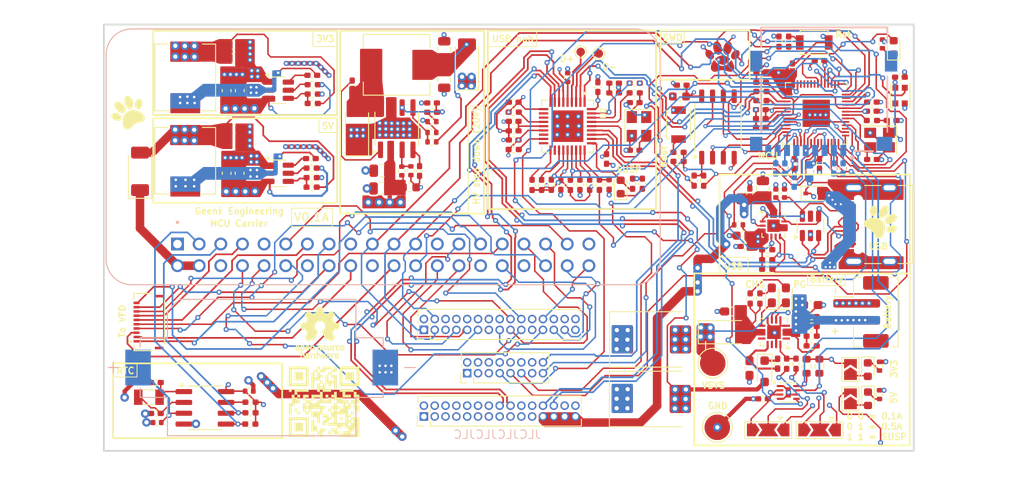
<source format=kicad_pcb>
(kicad_pcb (version 20240108) (generator "pcbnew") (generator_version "8.0")
  (layers (0 "F.Cu" signal) (1 "In1.Cu" signal) (2 "In2.Cu" signal) (31 "B.Cu" signal) (34 "B.Paste" user) (35 "F.Paste" user) (36 "B.SilkS" user "B.Silkscreen") (37 "F.SilkS" user "F.Silkscreen") (38 "B.Mask" user) (39 "F.Mask" user) (44 "Edge.Cuts" user))
  (net 0 "")
  (net 1 "Net-(BT1-+)")
  (net 2 "GND")
  (net 3 "Net-(U1-XIN)")
  (net 4 "Net-(C2-Pad2)")
  (net 5 "1V1")
  (net 6 "3V3")
  (net 7 "VSYS")
  (net 8 "5V")
  (net 9 "BATT_MONITOR")
  (net 10 "VBAT")
  (net 11 "B+")
  (net 12 "VCONN")
  (net 13 "CC1")
  (net 14 "CC2")
  (net 15 "EXT_PWR")
  (net 16 "Net-(U10-BOOT)")
  (net 17 "Net-(U10-SS)")
  (net 18 "Net-(U10-COMP)")
  (net 19 "Net-(C56-Pad2)")
  (net 20 "Net-(D1-K)")
  (net 21 "HUB_SUSP")
  (net 22 "RGB_DIN")
  (net 23 "RGB_DOUT")
  (net 24 "Net-(D4-K)")
  (net 25 "LED")
  (net 26 "Net-(D6-K)")
  (net 27 "VBUS")
  (net 28 "Net-(D9-K)")
  (net 29 "Net-(D14-A)")
  (net 30 "uSD_CMD")
  (net 31 "uSD_CLK")
  (net 32 "uSD_DAT3")
  (net 33 "uSD_DAT1")
  (net 34 "uSD_DAT2")
  (net 35 "uSD_DAT0")
  (net 36 "RUN")
  (net 37 "SWD_RP2040")
  (net 38 "SWCLK_RP2040")
  (net 39 "EXTRA_USB3_D+")
  (net 40 "EXTRA_USB4_D-")
  (net 41 "EXTRA_USB4_D+")
  (net 42 "LAT")
  (net 43 "SCLK_INTER")
  (net 44 "RPI0_GPIO20")
  (net 45 "RP2040_CE")
  (net 46 "SIN")
  (net 47 "RTC_SDA")
  (net 48 "MOSI_INTER")
  (net 49 "RPI0_GPIO17")
  (net 50 "RPI0_GPIO12")
  (net 51 "GSIN")
  (net 52 "GLAT")
  (net 53 "RPI0_GPIO18")
  (net 54 "RPI0_GPIO0")
  (net 55 "MISO_INTER")
  (net 56 "RPI0_GPIO19")
  (net 57 "GCLK")
  (net 58 "SOUT")
  (net 59 "RPI0_GPIO7")
  (net 60 "GSOUT")
  (net 61 "RPI0_GPIO14")
  (net 62 "BLK")
  (net 63 "RPI0_GPIO1")
  (net 64 "GSBLK")
  (net 65 "RTC_SCL")
  (net 66 "RPI0_GPIO13")
  (net 67 "RPI0_GPIO15")
  (net 68 "RPI0_GPIO21")
  (net 69 "CLK")
  (net 70 "UP_D-")
  (net 71 "UP_D+")
  (net 72 "RPI0_GPIO5")
  (net 73 "RPI0_GPIO4")
  (net 74 "RPI0_GPIO6")
  (net 75 "RP2040_GPIO11")
  (net 76 "RP2040_GPIO28")
  (net 77 "ONEWIRE_DETECT")
  (net 78 "RP2040_GPIO27")
  (net 79 "RP2040_GPIO12")
  (net 80 "RP2040_GPIO10")
  (net 81 "RP2040_GPIO29")
  (net 82 "/2040_D+")
  (net 83 "RP2040_D+")
  (net 84 "RP2040_D-")
  (net 85 "/2040_D-")
  (net 86 "Net-(U1-XOUT)")
  (net 87 "QSPI_SS")
  (net 88 "CHRG_CTRL_1")
  (net 89 "CHRG_CTRL_2")
  (net 90 "BATT_SDA")
  (net 91 "BATT_SCL")
  (net 92 "Net-(U10-EN)")
  (net 93 "HUB_SDA")
  (net 94 "HUB_SCL")
  (net 95 "HUB_RST")
  (net 96 "PD_SDA")
  (net 97 "PD_SCL")
  (net 98 "PD_INT")
  (net 99 "Net-(U10-VSENSE)")
  (net 100 "RPI0_D+")
  (net 101 "RPI0_D-")
  (net 102 "BATT_INT")
  (net 103 "QSPI_SD0")
  (net 104 "QSPI__SD1")
  (net 105 "QSPI_SD3")
  (net 106 "QSPI_SCLK")
  (net 107 "QSPI_SD2")
  (net 108 "BAT_TEMP")
  (net 109 "Net-(U2-XTAL1)")
  (net 110 "Net-(C5-Pad2)")
  (net 111 "Net-(U2-PLLFILT)")
  (net 112 "Net-(U2-CRFILT)")
  (net 113 "Net-(U5-OSCI)")
  (net 114 "Net-(U5-OSCO)")
  (net 115 "Net-(D10-A)")
  (net 116 "Net-(U11-IN)")
  (net 117 "Net-(U7-VBST)")
  (net 118 "Net-(U7-SW)")
  (net 119 "Net-(U8-SW)")
  (net 120 "Net-(U8-VBST)")
  (net 121 "Net-(D3-K)")
  (net 122 "Net-(D3-A)")
  (net 123 "Net-(D7-A)")
  (net 124 "Net-(D11-K)")
  (net 125 "Net-(D11-A)")
  (net 126 "Net-(D12-A)")
  (net 127 "Net-(D12-K)")
  (net 131 "Net-(J5-3V3-Pad1)")
  (net 133 "Net-(R3-Pad2)")
  (net 134 "Net-(U2-XTAL2)")
  (net 135 "Net-(R11-Pad2)")
  (net 136 "Net-(U2-VBUS_DET)")
  (net 137 "Net-(U2-RBIAS)")
  (net 138 "Net-(U2-CFG_SEL1)")
  (net 139 "Net-(U2-OCS4)")
  (net 140 "Net-(U2-OCS3)")
  (net 141 "Net-(U2-OCS2)")
  (net 142 "Net-(U2-OCS1)")
  (net 143 "Net-(U6-~{CS})")
  (net 144 "Net-(U5-~{INTA})")
  (net 145 "Net-(R38-Pad2)")
  (net 146 "Net-(U11-ISET)")
  (net 147 "Net-(U7-EN)")
  (net 148 "Net-(U8-EN)")
  (net 149 "Net-(U7-VFB)")
  (net 150 "Net-(U8-VFB)")
  (net 159 "EXTRA_USB3_D-")
  (net 163 "Net-(D15-K)")
  (net 164 "Net-(D15-A)")
  (footprint "Resistor_SMD:R_0402_1005Metric_Pad0.72x0.64mm_HandSolder" (layer "F.Cu") (at 219.5424 99.8165)
    (property "Reference" "R25" (hide yes))
    (property "Value" "10k")
  )
  (footprint "Capacitor_SMD:C_0402_1005Metric_Pad0.74x0.62mm_HandSolder" (layer "F.Cu") (at 225.6877 77.6478 180)
    (property "Reference" "C63" (hide yes))
    (property "Value" "0.1uF")
  )
  (footprint "Resistor_SMD:R_0402_1005Metric_Pad0.72x0.64mm_HandSolder" (layer "F.Cu") (at 221.8239 113.190082 -90)
    (property "Reference" "R42" (hide yes))
    (property "Value" "3.9k")
  )
  (footprint "Resistor_SMD:R_0402_1005Metric_Pad0.72x0.64mm_HandSolder" (layer "F.Cu") (at 204.0007 80.2773)
    (property "Reference" "R14" (hide yes))
    (property "Value" "12k")
  )
  (footprint "Capacitor_SMD:C_0402_1005Metric_Pad0.74x0.62mm_HandSolder" (layer "F.Cu") (at 189.8055 84.7598 180)
    (property "Reference" "C14" (hide yes))
    (property "Value" "1uF")
  )
  (footprint "LED_SMD:LED_0603_1608Metric_Pad1.05x0.95mm_HandSolder" (layer "F.Cu") (at 220.0864 105.171082 90)
    (property "Reference" "D11" (hide yes))
    (property "Value" "LED")
  )
  (footprint "Capacitor_SMD:C_0402_1005Metric_Pad0.74x0.62mm_HandSolder" (layer "F.Cu") (at 180.2297 82.6008 180)
    (property "Reference" "C51" (hide yes))
    (property "Value" "39pF")
  )
  (footprint "Diode_SMD:D_SOD-323" (layer "F.Cu") (at 225.1304 93.2125)
    (property "Reference" "D5" (hide yes))
    (property "Value" "SP4020")
  )
  (footprint "Capacitor_SMD:C_0402_1005Metric_Pad0.74x0.62mm_HandSolder" (layer "F.Cu") (at 218.8464 79.0956 180)
    (property "Reference" "C23" (hide yes))
    (property "Value" "0.1uF")
  )
  (footprint "Capacitor_SMD:C_0402_1005Metric_Pad0.74x0.62mm_HandSolder" (layer "F.Cu") (at 200.6987 89.1673 -90)
    (property "Reference" "C10" (hide yes))
    (property "Value" "0.1uF")
  )
  (footprint "Capacitor_SMD:C_0805_2012Metric" (layer "F.Cu") (at 174.3202 92.6338 180)
    (property "Reference" "C39" (hide yes))
    (property "Value" "4.7uF")
  )
  (footprint "Capacitor_SMD:C_0402_1005Metric_Pad0.74x0.62mm_HandSolder" (layer "F.Cu") (at 201.5877 80.2773)
    (property "Reference" "C6" (hide yes))
    (property "Value" "0.1uF")
  )
  (footprint "Capacitor_SMD:C_0603_1608Metric" (layer "F.Cu") (at 157.0244 85.645 180)
    (property "Reference" "C54" (hide yes))
    (property "Value" "22uF")
  )
  (footprint "Capacitor_SMD:C_0402_1005Metric_Pad0.74x0.62mm_HandSolder" (layer "F.Cu") (at 195.3393 92.2165 -90)
    (property "Reference" "C13" (hide yes))
    (property "Value" "0.1uF")
  )
  (footprint "Resistor_SMD:R_0402_1005Metric_Pad0.72x0.64mm_HandSolder" (layer "F.Cu") (at 166.2366 82.6592 180)
    (property "Reference" "R52" (hide yes))
    (property "Value" "33K")
  )
  (footprint "Resistor_SMD:R_0402_1005Metric" (layer "F.Cu") (at 216.1814 96.901 180)
    (property "Reference" "R16" (hide yes))
    (property "Value" "1k")
  )
  (footprint "Package_SO:SOIC-8_5.23x5.23mm_P1.27mm" (layer "F.Cu") (at 213.7664 85.4202 90)
    (property "Reference" "U6" (hide yes))
    (property "Value" "W25Q32JVSS")
  )
  (footprint "Capacitor_SMD:C_0402_1005Metric_Pad0.74x0.62mm_HandSolder" (layer "F.Cu") (at 180.2384 83.693 180)
    (property "Reference" "C56" (hide yes))
    (property "Value" "4.7nF")
  )
  (footprint "Resistor_SMD:R_0402_1005Metric" (layer "F.Cu") (at 180.213 87.1648 180)
    (property "Reference" "R56" (hide yes))
    (property "Value" "10k")
  )
  (footprint "Resistor_SMD:R_0402_1005Metric_Pad0.72x0.64mm_HandSolder" (layer "F.Cu") (at 197.5745 92.2032 -90)
    (property "Reference" "R15" (hide yes))
    (property "Value" "10k")
  )
  (footprint "Resistor_SMD:R_0402_1005Metric_Pad0.72x0.64mm_HandSolder" (layer "F.Cu") (at 189.8055 88.0618 180)
    (property "Reference" "R23" (hide yes))
    (property "Value" "10k")
  )
  (footprint "Capacitor_SMD:C_0402_1005Metric_Pad0.74x0.62mm_HandSolder" (layer "F.Cu") (at 217.0024 99.4355 180)
    (property "Reference" "C25" (hide yes))
    (property "Value" "0.1uF")
  )
  (footprint "Inductor_SMD:L_Chilisin_BMRB00060612" (layer "F.Cu") (at 151.2816 79.6092 90)
    (property "Reference" "L1" (hide yes))
    (property "Value" "3.3uH")
  )
  (footprint "Capacitor_SMD:C_0402_1005Metric_Pad0.74x0.62mm_HandSolder" (layer "F.Cu") (at 166.016 89.1248 180)
    (property "Reference" "C50" (hide yes))
    (property "Value" "0.1uF")
  )
  (footprint "Jumper:SolderJumper-3_P2.0mm_Open_TrianglePad1.0x1.5mm" (layer "F.Cu") (at 219.6592 120.9548 180)
    (property "Reference" "JP3" (hide yes))
    (property "Value" "SolderJumper_3_Open")
  )
  (footprint "Capacitor_SMD:C_0402_1005Metric" (layer "F.Cu") (at 220.5584 93.2125 90)
    (property "Reference" "C33" (hide yes))
    (property "Value" "300pF")
  )
  (footprint "Capacitor_SMD:C_0402_1005Metric_Pad0.74x0.62mm_HandSolder" (layer "F.Cu") (at 166.1841 79.3592 180)
    (property "Reference" "C49" (hide yes))
    (property "Value" "0.1uF")
  )
  (footprint "Resistor_SMD:R_0402_1005Metric" (layer "F.Cu") (at 196.1388 79.6046 90)
    (property "Reference" "C16" (hide yes))
    (property "Value" "1uF")
  )
  (footprint "TestPoint:TestPoint_Pad_D1.0mm" (layer "F.Cu") (at 197.6628 76.6064 180)
    (property "Reference" "TP3" (hide yes))
    (property "Value" "RPI0_D+")
  )
  (footprint "Capacitor_SMD:C_0402_1005Metric_Pad0.74x0.62mm_HandSolder" (layer "F.Cu") (at 189.8055 86.9442 180)
    (property "Reference" "C7" (hide yes))
    (property "Value" "0.1uF")
  )
  (footprint "Diode_SMD:D_SOD-323_HandSoldering" (layer "F.Cu") (at 219.2419 114.079082 -90)
    (property "Reference" "D9" (hide yes))
    (property "Value" "PMEG4010CEJ")
  )
  (footprint "Connector_PinHeader_1.27mm:PinHeader_2x15_P1.27mm_Vertical" (layer "F.Cu") (at 179.2732 109.22 90)
    (property "Reference" "J7" (hide yes))
    (property "Value" "Conn_02x15_Odd_Even")
  )
  (footprint "Paw-Connect:Paw-Connect_RevA_TC2030-IDC-NL_2x03_P1.27mm_Vertical" (layer "F.Cu") (at 213.9812 77.5022)
    (property "Reference" "J1" (hide yes))
    (property "Value" "Conn_ARM_SWD_TagConnect_TC2030-NL")
  )
  (footprint "Resistor_SMD:R_0402_1005Metric_Pad0.72x0.64mm_HandSolder" (layer "F.Cu") (at 166.1055 92.4776 180)
    (property "Reference" "R54" (hide yes))
    (property "Value" "55K")
  )
  (footprint "Resistor_SMD:R_0402_1005Metric_Pad0.72x0.64mm_HandSolder" (layer "F.Cu") (at 194.2217 92.2044 -90)
    (property "Reference" "R19" (hide yes))
    (property "Value" "10k")
  )
  (footprint "Paw-Connect:Paw-Connect_Silk_Full" (layer "F.Cu") (at 144.625781 83.683622 30)
    (property "Reference" "G**" (hide yes))
    (property "Value" "Paw-Connect_Silk_Full")
  )
  (footprint "Capacitor_SMD:C_0402_1005Metric_Pad0.74x0.62mm_HandSolder" (layer "F.Cu") (at 219.0519 117.308082 180)
    (property "Reference" "C57" (hide yes))
    (property "Value" "0.1uF")
  )
  (footprint "Paw-Connect:Paw-Connect_Silk_Full" (layer "F.Cu") (at 232.919777 96.481477 -45)
    (property "Reference" "G**" (hide yes))
    (property "Value" "Paw-Connect_Silk_Full")
  )
  (footprint "Jumper:SolderJumper-3_P2.0mm_Open_TrianglePad1.0x1.5mm" (layer "F.Cu") (at 225.689 120.9603 180)
    (property "Reference" "JP4" (hide yes))
    (property "Value" "SolderJumper_3_Open")
  )
  (footprint "Capacitor_SMD:C_0402_1005Metric_Pad0.74x0.62mm_HandSolder" (layer "F.Cu") (at 204.0007 88.1513)
    (property "Reference" "C4" (hide yes))
    (property "Value" "14pF")
  )
  (footprint "Resistor_SMD:R_0402_1005Metric_Pad0.72x0.64mm_HandSolder" (layer "F.Cu") (at 219.5424 102.1025)
    (property "Reference" "R29" (hide yes))
    (property "Value" "10k")
  )
  (footprint "Capacitor_SMD:C_0402_1005Metric_Pad0.74x0.62mm_HandSolder" (layer "F.Cu") (at 178.7652 90.5804 -90)
    (property "Reference" "C47" (hide yes))
    (property "Value" "0.01uF")
  )
  (footprint "Resistor_SMD:R_0402_1005Metric_Pad0.72x0.64mm_HandSolder" (layer "F.Cu") (at 212.09 91.7194 -90)
    (property "Reference" "R35" (hide yes))
    (property "Value" "1K")
  )
  (footprint "Capacitor_SMD:C_0805_2012Metric" (layer "F.Cu") (at 181.6608 76.3168 90)
    (property "Reference" "C55" (hide yes))
    (property "Value" "33uF")
  )
  (footprint "Resistor_SMD:R_0402_1005Metric_Pad0.72x0.64mm_HandSolder" (layer "F.Cu") (at 210.9724 91.7194 -90)
    (property "Reference" "R36" (hide yes))
    (property "Value" "10K")
  )
  (footprint "Capacitor_SMD:C_0603_1608Metric" (layer "F.Cu") (at 156.1316 81.1592 -90)
    (property "Reference" "C40" (hide yes))
    (property "Value" "10uF")
  )
  (footprint "Connector_JST:JST_PH_B2B-PH-SM4-TB_1x02-1MP_P2.00mm_Vertical" (layer "F.Cu") (at 230.5384 107.1118 -90)
    (property "Reference" "J9" (hide yes))
    (property "Value" "Conn_01x02_Socket")
  )
  (footprint "Resistor_SMD:R_0402_1005Metric_Pad0.72x0.64mm_HandSolder" (layer "F.Cu") (at 166.1055 91.36)
    (property "Reference" "R55" (hide yes))
    (property "Value" "10k")
  )
  (footprint "Resistor_SMD:R_0402_1005Metric_Pad0.72x0.64mm_HandSolder" (layer "F.Cu") (at 209.1436 89.4588)
    (property "Reference" "R10" (hide yes))
    (property "Value" "100k")
  )
  (footprint "Resistor_SMD:R_0402_1005Metric_Pad0.72x0.64mm_HandSolder" (layer "F.Cu") (at 193.0787 92.2153 -90)
    (property "Reference" "R21" (hide yes))
    (property "Value" "10k")
  )
  (footprint "Button_Switch_SMD:SW_SPST_B3U-1000P" (layer "F.Cu") (at 209.1436 85.1408 90)
    (property "Reference" "SW2" (hide yes))
    (property "Value" "SW_Push")
  )
  (footprint "LED_SMD:LED_0603_1608Metric" (layer "F.Cu") (at 234.37945 76.08465 90)
    (property "Reference" "D4" (hide yes))
    (property "Value" "LED")
  )
  (footprint "Resistor_SMD:R_0402_1005Metric_Pad0.72x0.64mm_HandSolder" (layer "F.Cu") (at 166.2316 80.4592 180)
    (property "Reference" "R43" (hide yes))
    (property "Value" "10k")
  )
  (footprint "Resistor_SMD:R_0402_1005Metric_Pad0.72x0.64mm_HandSolder" (layer "F.Cu") (at 218.6894 105.538082 -90)
    (property "Reference" "R50" (hide yes))
    (property "Value" "1K")
  )
  (footprint "Package_DFN_QFN:DFN-8-1EP_2x2mm_P0.5mm_EP0.6x1.2mm" (layer "F.Cu") (at 222.0144 116.558082)
    (property "Reference" "U9" (hide yes))
    (property "Value" "MAX17048G_T10")
  )
  (footprint "Resistor_SMD:R_0402_1005Metric_Pad0.72x0.64mm_HandSolder" (layer "F.Cu") (at 191.9611 92.2153 -90)
    (property "Reference" "R22" (hide yes))
    (property "Value" "10k")
  )
  (footprint "LED_SMD:LED_0603_1608Metric" (layer "F.Cu") (at 202.3557 92.4584 90)
    (property "Reference" "D1" (hide yes))
    (property "Value" "LED")
  )
  (footprint "Inductor_SMD:L_Chilisin_BMRB00060612" (layer "F.Cu") (at 176.0728 78.1304)
    (property "Reference" "L3" (hide yes))
    (property "Value" "6.8uH")
  )
  (footprint "Capacitor_SMD:C_0402_1005Metric_Pad0.74x0.62mm_HandSolder" (layer "F.Cu") (at 231.8258 82.4992)
    (property "Reference" "C15" (hide yes))
    (property "Value" "1uF")
  )
  (footprint "Resistor_SMD:R_0402_1005Metric" (layer "F.Cu") (at 233.05865 75.67825 90)
    (property "Reference" "R20" (hide yes))
    (property "Value" "1k")
  )
  (footprint "Symbol:OSHW-Logo_5.7x6mm_SilkScreen" (layer "F.Cu") (at 167.075 109.575)
    (property "Reference" "REF**" (hide yes))
    (property "Value" "OSHW-Logo_5.7x6mm_SilkScreen" (hide yes))
  )
  (footprint "Diode_SMD:D_SOD-128" (layer "F.Cu") (at 214.6254 109.489082)
    (property "Reference" "D13" (hide yes))
    (property "Value" "CMS04")
  )
  (footprint "LED_SMD:LED_0603_1608Metric_Pad1.05x0.95mm_HandSolder" (layer "F.Cu") (at 221.7374 105.171082 90)
    (property "Reference" "D12" (hide yes))
    (property "Value" "LED")
  )
  (footprint "Capacitor_SMD:C_0402_1005Metric" (layer "F.Cu") (at 221.5744 93.2099 90)
    (property "Reference" "C35" (hide yes))
    (property "Value" "300pF")
  )
  (footprint "Capacitor_SMD:C_0402_1005Metric" (layer "F.Cu") (at 158.7832 116.4082)
    (property "Reference" "C31" (hide yes))
    (property "Value" "0.1uF")
  )
  (footprint "Resistor_SMD:R_0402_1005Metric_Pad0.72x0.64mm_HandSolder" (layer "F.Cu") (at 224.7619 109.951082)
    (property "Reference" "R39" (hide yes))
    (property "Value" "2M")
  )
  (footprint "LED_SMD:LED_0603_1608Metric" (layer "F.Cu") (at 231.3686 117.2973 -90)
    (property "Reference" "D15" (hide yes))
    (property "Value" "LED")
  )
  (footprint "Capacitor_SMD:C_0402_1005Metric_Pad0.74x0.62mm_HandSolder" (layer "F.Cu") (at 199.6827 80.7432 90)
    (property "Reference" "C62" (hide yes))
    (property "Value" "0.1uF")
  )
  (footprint "Resistor_SMD:R_0402_1005Metric_Pad0.72x0.64mm_HandSolder" (layer "F.Cu") (at 220.92135 75.40655 -90)
    (property "Reference" "R2" (hide yes))
    (property "Value" "100k")
  )
  (footprint "Capacitor_SMD:C_0402_1005Metric_Pad0.74x0.62mm_HandSolder" (layer "F.Cu") (at 218.7956 85.471 180)
    (property "Reference" "C11" (hide yes))
    (property "Value" "0.1uF")
  )
  (footprint "TestPoint:TestPoint_Pad_D3.0mm" (layer "F.Cu") (at 213.6902 120.65 180)
    (property "Reference" "TP2" (hide yes))
    (property "Value" "GND")
  )
  (footprint "Capacitor_SMD:C_0603_1608Metric" (layer "F.Cu") (at 157.6816 81.1592 90)
    (property "Reference" "C43" (hide yes))
    (property "Value" "10uF")
  )
  (footprint "Resistor_SMD:R_0402_1005Metric_Pad0.72x0.64mm_HandSolder" (layer "F.Cu") (at 224.7619 111.094082 180)
    (property "Reference" "R38" (hide yes))
    (property "Value" "2M")
  )
  (footprint "Capacitor_SMD:C_0402_1005Metric" (layer "F.Cu") (at 147.9882 120.0912 180)
    (property "Reference" "C34" (hide yes))
    (property "Value" "0.1uF")
  )
  (footprint "Resistor_SMD:R_0402_1005Metric_Pad0.72x0.64mm_HandSolder" (layer "F.Cu") (at 198.7175 92.2032 -90)
    (property "Reference" "R1" (hide yes))
    (property "Value" "100k")
  )
  (footprint "Resistor_SMD:R_0402_1005Metric_Pad0.72x0.64mm_HandSolder" (layer "F.Cu") (at 203.7527 92.0774 90)
    (property "Reference" "R4" (hide yes))
    (property "Value" "100k")
  )
  (footprint "Package_TO_SOT_SMD:SOT-23-6" (layer "F.Cu") (at 224.6224 97.0225 90)
    (property "Reference" "U3" (hide yes))
    (property "Value" "SRV05-4")
  )
  (footprint "Resistor_SMD:R_0402_1005Metric" (layer "F.Cu") (at 180.213 84.7852 180)
    (property "Reference" "R49" (hide yes))
    (property "Value" "1.9k")
  )
  (footprint "Capacitor_SMD:C_0402_1005Metric_Pad0.74x0.62mm_HandSolder" (layer "F.Cu") (at 218.7956 84.4296 180)
    (property "Reference" "C17" (hide yes))
    (property "Value" "1uF")
  )
  (footprint "Capacitor_SMD:C_0402_1005Metric_Pad0.74x0.62mm_HandSolder" (layer "F.Cu") (at 225.679 89.7382 -90)
    (property "Reference" "C21" (hide yes))
    (property "Value" "0.1uF")
  )
  (footprint "Capacitor_SMD:C_0402_1005Metric_Pad0.74x0.62mm_HandSolder" (layer "F.Cu") (at 170.8658 80.5434 90)
    (property "Reference" "C46" (hide yes))
    (property "Value" "0.1uF")
  )
  (footprint "TestPoint:TestPoint_Pad_D3.0mm" (layer "F.Cu") (at 213.1568 113.1316 180)
    (property "Reference" "TP1" (hide yes))
    (property "Value" "VSYS")
  )
  (footprint "Capacitor_SMD:C_0603_1608Metric_Pad1.08x0.95mm_HandSolder" (layer "F.Cu") (at 224.6644 106.308082 180)
    (property "Reference" "C61" (hide yes))
    (property "Value" "4.7uF")
  )
  (footprint "Resistor_SMD:R_0402_1005Metric_Pad0.72x0.64mm_HandSolder" (layer "F.Cu") (at 158.9356 118.9482)
    (property "Reference" "R32" (hide yes))
    (property "Value" "10k")
  )
  (footprint "LED_SMD:LED_WS2812B-2020_PLCC4_2.0x2.0mm" (layer "F.Cu") (at 235.1278 81.7372 90)
    (property "Reference" "D2" (hide yes))
    (property "Value" "WS2812B-2020")
  )
  (footprint "Resistor_SMD:R_0402_1005Metric_Pad0.72x0.64mm_HandSolder" (layer "F.Cu") (at 158.9102 120.269 180)
    (property "Reference" "R34" (hide yes))
    (property "Value" "10k")
  )
  (footprint "Capacitor_SMD:C_0402_1005Metric_Pad0.74x0.62mm_HandSolder" (layer "F.Cu") (at 147.8358 115.3922 180)
    (property "Reference" "C26" (hide yes))
    (property "Value" "15pF")
  )
  (footprint "Resistor_SMD:R_0402_1005Metric_Pad0.72x0.64mm_HandSolder" (layer "F.Cu") (at 218.8631 82.3214)
    (property "Reference" "R5" (hide yes))
    (property "Value" "27.4R")
  )
  (footprint "Capacitor_SMD:C_0402_1005Metric_Pad0.74x0.62mm_HandSolder" (layer "F.Cu") (at 218.7956 83.3882 180)
    (property "Reference" "C18" (hide yes))
    (property "Value" "0.1uF")
  )
  (footprint "USB2514B-I_M2:QFN50P600X600X100-37N" (layer "F.Cu") (at 196.1267 85.3241 -90)
    (property "Reference" "U2")
    (property "Value" "USB2514B_M2")
  )
  (footprint "Capacitor_SMD:C_0402_1005Metric_Pad0.74x0.62mm_HandSolder" (layer "F.Cu") (at 147.8358 119.0244 180)
    (property "Reference" "C27" (hide yes))
    (property "Value" "15pF")
  )
  (footprint "Diode_SMD:D_SOD-128" (layer "F.Cu") (at 184.3278 77.9272 90)
    (property "Reference" "D14" (hide yes))
    (property "Value" "CMS04")
  )
  (footprint "Crystal:Crystal_SMD_3225-4Pin_3.2x2.5mm" (layer "F.Cu") (at 204.5087 85.3573 -90)
    (property "Reference" "Y2" (hide yes))
    (property "Value" "24MHz")
  )
  (footprint "Resistor_SMD:R_0402_1005Metric" (layer "F.Cu") (at 176.6824 90.5784 90)
    (property "Reference" "R46" (hide yes))
    (property "Value" "332K")
  )
  (footprint "Resistor_SMD:R_0402_1005Metric_Pad0.72x0.64mm_HandSolder" (layer "F.Cu") (at 222.9249 113.190082 90)
    (property "Reference" "R41" (hide yes))
    (property "Value" "10K")
  )
  (footprint "Capacitor_SMD:C_0603_1608Metric" (layer "F.Cu") (at 216.7484 98.1655 180)
    (property "Reference" "C28" (hide yes))
    (property "Value" "1uF")
  )
  (footprint "Resistor_SMD:R_0402_1005Metric_Pad0.72x0.64mm_HandSolder" (layer "F.Cu") (at 201.0035 92.1669 -90)
    (property "Reference" "R13" (hide yes))
    (property "Value" "100k")
  )
  (footprint "Resistor_SMD:R_0402_1005Metric_Pad0.72x0.64mm_HandSolder" (layer "F.Cu") (at 219.5424 100.9875)
    (property "Reference" "R27" (hide yes))
    (property "Value" "10k")
  )
  (footprint "Diode_SMD:D_SOD-128" (layer "F.Cu") (at 171.4246 85.6586 90)
    (property "Reference" "D10" (hide yes))
    (property "Value" "CMS04")
  )
  (footprint "Package_DFN_QFN:VQFN-16-1EP_3x3mm_P0.5mm_EP1.6x1.6mm" (layer "F.Cu") (at 220.3404 109.489082 180)
    (property "Reference" "U11" (hide yes))
    (property "Value" "BQ24075RGT")
  )
  (footprint "Connector_PinHeader_1.27mm:PinHeader_2x08_P1.27mm_Vertical" (layer "F.Cu") (at 184.3532 114.3 90)
    (property "Reference" "J8" (hide yes))
    (property "Value" "Conn_02x08_Odd_Even")
  )
  (footprint "Capacitor_SMD:C_0603_1608Metric" (layer "F.Cu") (at 156.9984 87.296 180)
    (property "Reference" "C59" (hide yes))
    (property "Value" "22uF")
  )
  (footprint "Connector_PinHeader_1.27mm:PinHeader_2x15_P1.27mm_Vertical" (layer "F.Cu") (at 179.2732 119.38 90)
    (property "Reference" "J6" (hide yes))
    (property "Value" "Conn_02x15_Odd_Even")
  )
  (footprint "Capacitor_SMD:C_0402_1005Metric_Pad0.74x0.62mm_HandSolder" (layer "F.Cu") (at 235.1111 79.5782)
    (property "Reference" "C19" (hide yes))
    (property "Value" "0.1uF")
  )
  (footprint "Crystal:Crystal_SMD_3225-4Pin_3.2x2.5mm" (layer "F.Cu") (at 232.7226 86.956 180)
    (property "Reference" "Y1" (hide yes))
    (property "Value" "24MHz")
  )
  (footprint "Capacitor_SMD:C_0603_1608Metric_Pad1.08x0.95mm_HandSolder" (layer "F.Cu") (at 215.4144 107.058082)
    (property "Reference" "C52" (hide yes))
    (property "Value" "4.7uF")
  )
  (footprint "Capacitor_SMD:C_0402_1005Metric_Pad0.74x0.62mm_HandSolder" (layer "F.Cu") (at 222.504 78.5368 90)
    (property "Reference" "C24" (hide yes))
    (property "Value" "0.1uF")
  )
  (footprint "Capacitor_SMD:C_0805_2012Metric" (layer "F.Cu") (at 219.0344 92.7045 90)
    (property "Reference" "C32" (hide yes))
    (property "Value" "20uF")
  )
  (footprint "Resistor_SMD:R_0402_1005Metric_Pad0.72x0.64mm_HandSolder" (layer "F.Cu") (at 209.1436 88.392 180)
    (property "Reference" "R11" (hide yes))
    (property "Value" "1k")
  )
  (footprint "Resistor_SMD:R_0402_1005Metric_Pad0.72x0.64mm_HandSolder" (layer "F.Cu") (at 218.8631 81.2546 180)
    (property "Reference" "R6" (hide yes))
    (property "Value" "27.4R")
  )
  (footprint "Inductor_SMD:L_Chilisin_BMRB00060612" (layer "F.Cu") (at 151.2824 89.385 90)
    (property "Reference" "L2" (hide yes))
    (property "Value" "4.7uH")
  )
  (footprint "Resistor_SMD:R_0603_1608Metric" (layer "F.Cu") (at 224.1644 113.483082 90)
    (property "Reference" "R45" (hide yes))
    (property "Value" "10k")
  )
  (footprint "Resistor_SMD:R_0402_1005Metric_Pad0.72x0.64mm_HandSolder" (layer "F.Cu") (at 222.06435 75.40655 90)
    (property "Reference" "R3" (hide yes))
    (property "Value" "1k")
  )
  (footprint "Capacitor_SMD:C_0402_1005Metric_Pad0.74x0.62mm_HandSolder" (layer "F.Cu") (at 218.8377 80.1878 180)
    (property "Reference" "C8" (hide yes))
    (property "Value" "0.1uF")
  )
  (footprint "Capacitor_SMD:C_0805_2012Metric" (layer "F.Cu") (at 174.3456 90.551 180)
    (property "Reference" "C42" (hide yes))
    (property "Value" "4.7uF")
  )
  (footprint "Resistor_SMD:R_0402_1005Metric" (layer "F.Cu") (at 232.7148 113.4776 90)
    (property "Reference" "R18" (hide yes))
    (property "Value" "1k")
  )
  (footprint "Resistor_SMD:R_0402_1005Metric" (layer "F.Cu") (at 232.7148 116.8126 90)
    (property "Reference" "R58" (hide yes))
    (property "Value" "1k")
  )
  (footprint "Capacitor_SMD:C_0402_1005Metric_Pad0.74x0.62mm_HandSolder" (layer "F.Cu") (at 222.7072 89.7636 -90)
    (property "Reference" "C20" (hide yes))
    (property "Value" "0.1uF")
  )
  (footprint "Resistor_SMD:R_0603_1608Metric" (layer "F.Cu") (at 225.6644 113.483082 90)
    (property "Reference" "R48" (hide yes))
    (property "Value" "10k")
  )
  (footprint "Resistor_SMD:R_0402_1005Metric_Pad0.72x0.64mm_HandSolder" (layer "F.Cu") (at 189.8101 83.6809 180)
    (property "Reference" "R24" (hide yes))
    (property "Value" "10k")
  )
  (footprint "Resistor_SMD:R_0402_1005Metric_Pad0.72x0.64mm_HandSolder" (layer "F.Cu") (at 204.8957 92.0774 90)
    (property "Reference" "R7" (hide yes))
    (property "Value" "1k")
  )
  (footprint "TestPoint:TestPoint_Pad_D1.0mm" (layer "F.Cu") (at 199.7964 76.8096 180)
    (property "Reference" "TP4" (hide yes))
    (property "Value" "RPI0_D-")
  )
  (footprint "Jumper:SolderJumper-2_P1.3mm_Open_TrianglePad1.0x1.5mm" (layer "F.Cu") (at 229.3112 117.3088 90)
    (property "Reference" "JP2" (hide yes))
    (property "Value" "SolderJumper_2_Open")
  )
  (footprint "Capacitor_SMD:C_0603_1608Metric" (layer "F.Cu") (at 156.9066 77.3592 180)
    (property "Reference" "C53" (hide yes))
    (property "Value" "22uF")
  )
  (footprint "Capacitor_SMD:C_0603_1608Metric" (layer "F.Cu") (at 156.1354 90.852 -90)
    (property "Reference" "C41" (hide yes))
    (property "Value" "10uF")
  )
  (footprint "Button_Switch_SMD:SW_SPST_B3U-1000P" (layer "F.Cu") (at 225.06155 75.50815)
    (property "Reference" "SW1" (hide yes))
    (property "Value" "SW_Push")
  )
  (footprint "Jumper:SolderJumper-2_P1.3mm_Open_TrianglePad1.0x1.5mm" (layer "F.Cu") (at 229.3112 113.8682 90)
    (property "Reference" "JP1" (hide yes))
    (property "Value" "SolderJumper_2_Open")
  )
  (footprint "Package_TO_SOT_SMD:SOT-23-6" (layer "F.Cu") (at 162.2314 90.852)
    (property "Reference" "U8" (hide yes))
    (property "Value" "TPS562200")
  )
  (footprint "Capacitor_SMD:C_0402_1005Metric_Pad0.74x0.62mm_HandSolder" (layer "F.Cu") (at 231.8091 83.566)
    (property "Reference" "C22" (hide yes))
    (property "Value" "0.1uF")
  )
  (footprint "Capacitor_SMD:C_0603_1608Metric" (layer "F.Cu") (at 209.2452 81.8388)
    (property "Reference" "C37" (hide yes))
    (property "Value" "2.2uF")
  )
  (footprint "Capacitor_SMD:C_0402_1005Metric_Pad0.74x0.62mm_HandSolder" (layer "F.Cu") (at 189.8101 82.5125 180)
    (property "Reference" "C3" (hide yes))
    (property "Value" "0.1uF")
  )
  (footprint "Resistor_SMD:R_0402_1005Metric" (layer "F.Cu") (at 180.213 86.0638)
    (property "Reference" "R57" (hide yes))
    (property "Value" "1.9k")
  )
  (footprint "Capacitor_SMD:C_0603_1608Metric" (layer "F.Cu") (at 177.5968 92.5)
    (property "Reference" "C45" (hide yes))
    (property "Value" "0.1uF")
  )
  (footprint "Resistor_SMD:R_0402_1005Metric" (layer "F.Cu") (at 177.7492 90.553 -90)
    (property "Reference" "R47" (hide yes))
    (property "Value" "82k")
  )
  (footprint "Resistor_SMD:R_0402_1005Metric_Pad0.72x0.64mm_HandSolder" (layer "F.Cu") (at 224.7619 108.808082 180)
    (property "Reference" "R40" (hide yes))
    (property "Value" "10M")
  )
  (footprint "Resistor_SMD:R_0402_1005Metric_Pad0.72x0.64mm_HandSolder" (layer "F.Cu") (at 199.8605 92.2044 90)
    (property "Reference" "R12" (hide yes))
    (property "Value" "100k")
  )
  (footprint "Capacitor_SMD:C_0402_1005Metric_Pad0.74x0.62mm_HandSolder" (layer "F.Cu") (at 189.8055 85.8774 180)
    (property "Reference" "C12" (hide yes))
    (property "Value" "0.1uF")
  )
  (footprint "Capacitor_SMD:C_0402_1005Metric_Pad0.74x0.62mm_HandSolder" (layer "F.Cu") (at 204.0007 82.5633)
    (property "Reference" "C5" (hide yes))
    (property "Value" "14pF")
  )
  (footprint "Diode_SMD:D_SOD-128" (layer "F.Cu") (at 145.9738 90.6272 90)
    (property "Reference" "D6" (hide yes))
    (property "Value" "CMS04")
  )
  (footprint "Capacitor_SMD:C_0603_1608Metric" (layer "F.Cu") (at 157.6594 90.852 90)
    (property "Reference" "C44" (hide yes))
    (property "Value" "10uF")
  )
  (footprint "Capacitor_SMD:C_0805_2012Metric" (layer "F.Cu") (at 181.6608 79.8728 -90)
    (property "Reference" "C60" (hide yes))
    (property "Value" "33uF")
  )
  (footprint "Package_TO_SOT_SMD:SOT-23-6" (layer "F.Cu") (at 162.2316 81.1092)
    (property "Reference" "U7" (hide yes))
    (property "Value" "TPS562200")
  )
  (footprint "Capacitor_SMD:C_0402_1005Metric_Pad0.74x0.62mm_HandSolder" (layer "F.Cu") (at 234.1372 84.6582 180)
    (property "Reference" "C2" (hide yes))
    (property "Value" "14pF")
  )
  (footprint "Package_SO:SOIC-8_3.9x4.9mm_P1.27mm" (layer "F.Cu") (at 153.5904 118.364)
    (property "Reference" "U5" (hide yes))
    (property "Value" "PCF85263AT")
  )
  (footprint "5034801000:MOLEX_5034801000" (layer "F.Cu") (at 145.5682 108.3056 90)
    (property "Reference" "J4" (hide yes))
    (property "Value" "Conn_01x10")
  )
  (footprint "LED_SMD:LED_0603_1608Metric" (layer "F.Cu") (at 231.3432 113.882 -90)
    (property "Reference" "D3" (hide yes))
    (property "Value" "LED")
  )
  (footprint "Package_DFN_QFN:QFN-56-1EP_7x7mm_P0.4mm_EP3.2x3.2mm" (layer "F.Cu") (at 225.298 83.82 90)
    (property "Reference" "U1" (hide yes))
    (property "Value" "RP2040")
  )
  (footprint "Crystal:Crystal_SMD_3215-2Pin_3.2x1.5mm" (layer "F.Cu") (at 147.0176 117.1194 180)
    (property "Reference" "Y3" (hide yes))
    (property "Value" "32.768kHz ")
  )
  (footprint "Resistor_SMD:R_0402_1005Metric_Pad0.72x0.64mm_HandSolder" (layer "F.Cu") (at 158.9356 117.7036)
    (property "Reference" "R37" (hide yes))
    (property "Value" "10K")
  )
  (footprint "Capacitor_SMD:C_0603_1608Metric" (layer "F.Cu") (at 156.9316 75.7592 180)
    (property "Reference" "C58" (hide yes))
    (property "Value" "22uF")
  )
  (footprint "Capacitor_SMD:C_0402_1005Metric_Pad0.74x0.62mm_HandSolder" (layer "F.Cu") (at 224.7619 107.665082)
    (property "Reference" "C38" (hide yes))
    (property "Value" "10nF")
  )
  (footprint "Connector_USB:USB_C_Receptacle_G-Switch_GT-USB-7010ASV" (layer "F.Cu") (at 232.8154 96.8645 90)
    (property "Reference" "J2" (hide yes))
    (property "Value" "USB_C_Receptacle_USB2.0")
  )
  (footprint "Resistor_SMD:R_0402_1005Metric_Pad0.72x0.64mm_HandSolder" (layer "F.Cu") (at 166.2341 81.5592)
    (property "Reference" "R53" (hide yes))
    (property "Value" "10k")
  )
  (footprint "Package_DFN_QFN:WQFN-14-1EP_2.5x2.5mm_P0.5mm_EP1.45x1.45mm" (layer "F.Cu") (at 220.2834 97.0015)
    (property "Reference" "U4" (hide yes))
    (property "Value" "FUSB302BMPX")
  )
  (footprint "Resistor_SMD:R_0402_1005Metric_Pad0.72x0.64mm_HandSolder" (layer "F.Cu") (at 231.8258 84.6582)
    (property "Reference" "R8" (hide yes))
    (property "Value" "1K")
  )
  (footprint "Resistor_SMD:R_0402_1005Metric_Pad0.72x0.64mm_HandSolder" (layer "F.Cu") (at 217.5464 105.538082 -90)
    (property "Reference" "R51" (hide yes))
    (property "Value" "1K")
  )
  (footprint "Resistor_SMD:R_0402_1005Metric_Pad0.72x0.64mm_HandSolder" (layer "F.Cu") (at 166.1055 90.2424 180)
    (property "Reference" "R44" (hide yes))
    (property "Value" "10k")
  )
  (footprint "Package_SO:SOIC-8_3.9x4.9mm_P1.27mm" (layer "F.Cu") (at 176.087 85.6234 90)
    (property "Reference" "U10" (hide yes))
    (property "Value" "TPS54331DR")
  )
  (footprint "Diode_SMD:D_SMC" (layer "F.Cu") (at 205.9432 117.3226)
    (property "Reference" "D8" (hide yes))
    (property "Value" "SS84")
  )
  (footprint "Capacitor_SMD:C_0402_1005Metric_Pad0.74x0.62mm_HandSolder" (layer "F.Cu") (at 231.8345 89.2302 180)
    (property "Reference" "C1" (hide yes))
    (property "Value" "14pF")
  )
  (footprint "Fuse:Fuse_0402_1005Metric_Pad0.77x0.64mm_HandSolder" (layer "F.Cu") (at 220.7659 113.190082 -90)
    (property "Reference" "F1" (hide yes))
    (property "Value" "500mA")
  )
  (footprint "Diode_SMD:D_SMC" (layer "F.Cu") (at 205.9686 110.3376)
    (property "Reference" "D7" (hide yes))
    (property "Value" "SS84")
  )
  (footprint "Capacitor_SMD:C_0402_1005Metric_Pad0.74x0.62mm_HandSolder" (layer "F.Cu") (at 201.5877 81.4203)
    (property "Reference" "C9" (hide yes))
    (property "Value" "1uF")
  )
  (footprint "Capacitor_SMD:C_0402_1005Metric_Pad0.74x0.62mm_HandSolder" (layer "F.Cu") (at 217.5104 93.2125 90)
    (property "Reference" "C29" (hide yes))
    (property "Value" "0.1uF")
  )
  (footprint "Capacitor_SMD:C_0603_1608Metric_Pad1.08x0.95mm_HandSolder" (layer "F.Cu") (at 217.4639 113.698082 -90)
    (property "Reference" "C48" (hide yes))
    (property "Value" "1uF")
  )
  (footprint "Resistor_SMD:R_0402_1005Metric_Pad0.72x0.64mm_HandSolder" (layer "F.Cu") (at 196.4569 92.2165 -90)
    (property "Reference" "R17" (hide yes))
    (property "Value" "10k")
  )
  (footprint "Resistor_SMD:R_0402_1005Metric_Pad0.72x0.64mm_HandSolder" (layer "F.Cu") (at 204.0007 81.4203)
    (property "Reference" "R9" (hide yes))
    (property "Value" "1K")
  )
  (footprint "Capacitor_SMD:C_0402_1005Metric_Pad0.74x0.62mm_HandSolder" (layer "F.Cu") (at 209.5159 80.518)
    (property "Reference" "C36" (hide yes))
    (property "Value" "0.1uF")
  )
  (footprint "Capacitor_SMD:C_0603_1608Metric" (layer "B.Cu") (at 224.4852 90.6272 -90)
    (property "Reference" "C30" (hide yes))
    (property "Value" "10uF")
  )
  (footprint "footprints:TF-01A" (layer "B.Cu") (at 226.2378 81.0006)
    (property "Reference" "J3" (hide yes))
    (property "Value" "Micro_SD_Card")
  )
  (footprint "Resistor_SMD:R_0402_1005Metric_Pad0.72x0.64mm_HandSolder" (layer "B.Cu") (at 227.3554 90.2837 90)
    (property "Reference" "R28" (hide yes))
    (property "Value" "10k")
  )
  (footprint "ADA3708:MODULE_ADA3708" (layer "B.Cu") (at 174.498 88.9214)
    (property "Reference" "J5" (hide yes))
    (property "Value" "Raspberry_Pi_2_3")
  )
  (footprint "Resistor_SMD:R_0402_1005Metric_Pad0.72x0.64mm_HandSolder" (layer "B.Cu") (at 222.7072 91.8464 90)
    (property "Reference" "R30" (hide yes))
    (property "Value" "DNF")
  )
  (footprint "Resistor_SMD:R_0402_1005Metric_Pad0.72x0.64mm_HandSolder" (layer "B.Cu") (at 228.4476 90.2837 90)
    (property "Reference" "R26" (hide yes))
    (property "Value" "10k")
  )
  (footprint "Resistor_SMD:R_0402_1005Metric_Pad0.72x0.64mm_HandSolder" (layer "B.Cu") (at 220.5482 90.2837 90)
    (property "Reference" "R33" (hide yes))
    (property "Value" "10k")
  )
  (footprint "Resistor_SMD:R_0402_1005Metric_Pad0.72x0.64mm_HandSolder" (layer "B.Cu") (at 221.615 90.2849 90)
    (property "Reference" "R31" (hide yes))
    (property "Value" "10k")
  )
  (footprint "CR2032-BS-6-1:BAT_CR2032-BS-6-1" (layer "B.Cu") (at 160.2452 113.6396)
    (property "Reference" "BT1" (hide yes))
    (property "Value" "Battery_Cell")
  )
  (gr_poly (pts (xy 165.752083 116.490625) (xy 164.429166 116.490625) (xy 164.429166 116.821354) (xy 164.098437 116.821354) (xy 164.098437 116.159896) (xy 165.752083 116.159896)) (stroke (width -0.000001)) (fill solid) (layer "F.SilkS"))
  (gr_poly (pts (xy 167.405729 117.482813) (xy 168.067187 117.482813) (xy 168.067187 117.152084) (xy 168.397916 117.152084) (xy 168.397916 117.813542) (xy 167.075 117.813542) (xy 167.075 118.144271) (xy 167.736458 118.144271) (xy 167.736458 118.475) (xy 167.405729 118.475) (xy 167.405729 119.136459) (xy 167.075 119.136459) (xy 167.075 120.128646) (xy 166.74427 120.128646) (xy 166.74427 119.467188) (xy 166.082812 119.467188) (xy 166.082812 118.805729) (xy 167.075 118.805729) (xy 167.075 118.475) (xy 166.082812 118.475) (xy 166.082812 118.805729) (xy 165.752083 118.805729) (xy 165.752083 118.475) (xy 165.421354 118.475) (xy 165.421354 118.805729) (xy 165.090625 118.805729) (xy 165.090625 118.144271) (xy 165.421354 118.144271) (xy 165.752083 118.144271) (xy 165.752083 117.813542) (xy 165.421354 117.813542) (xy 165.421354 118.144271) (xy 165.090625 118.144271) (xy 165.090625 117.813542) (xy 165.421354 117.813542) (xy 165.421354 117.482813) (xy 166.082812 117.482813) (xy 166.082812 117.813542) (xy 166.74427 117.813542) (xy 166.74427 117.482813) (xy 167.075 117.482813) (xy 167.075 117.152084) (xy 166.413541 117.152084) (xy 166.413541 117.482813) (xy 166.082812 117.482813) (xy 166.082812 116.821354) (xy 167.075 116.821354) (xy 167.075 116.490625) (xy 167.405729 116.490625)) (stroke (width -0.000001)) (fill solid) (layer "F.SilkS"))
  (gr_rect (start 166.25 74.125) (end 169.1 75.975) (stroke (width 0.1)) (fill none) (layer "F.SilkS"))
  (gr_poly (pts (xy 164.759895 117.152084) (xy 164.429166 117.152084) (xy 164.429166 116.821354) (xy 164.759895 116.821354)) (stroke (width -0.000001)) (fill solid) (layer "F.SilkS"))
  (gr_rect (start 163.7625 94.95) (end 168.5375 97.1) (stroke (width 0.1)) (fill none) (layer "F.SilkS"))
  (gr_poly (pts (xy 165.752083 121.782292) (xy 163.436979 121.782292) (xy 163.436979 121.451562) (xy 163.767708 121.451562) (xy 165.421354 121.451562) (xy 165.421354 119.797917) (xy 163.767708 119.797917) (xy 163.767708 121.451562) (xy 163.436979 121.451562) (xy 163.436979 119.467188) (xy 165.752083 119.467188)) (stroke (width -0.000001)) (fill solid) (layer "F.SilkS"))
  (gr_poly (pts (xy 169.059375 121.120834) (xy 169.390104 121.120834) (xy 169.390104 121.451562) (xy 168.728645 121.451562) (xy 168.728645 121.120834) (xy 168.397916 121.120834) (xy 168.397916 120.790104) (xy 169.059375 120.790104)) (stroke (width -0.000001)) (fill solid) (layer "F.SilkS"))
  (gr_poly (pts (xy 164.098437 117.152084) (xy 164.429166 117.152084) (xy 164.429166 117.482813) (xy 164.759895 117.482813) (xy 164.759895 117.813542) (xy 164.098437 117.813542) (xy 164.098437 118.144271) (xy 163.767708 118.144271) (xy 163.767708 119.136459) (xy 163.436979 119.136459) (xy 163.436979 117.813542) (xy 163.767708 117.813542) (xy 163.767708 116.821354) (xy 164.098437 116.821354)) (stroke (width -0.000001)) (fill solid) (layer "F.SilkS"))
  (gr_rect (start 169.45 74.125) (end 186.325 95.575) (stroke (width 0.2)) (fill none) (layer "F.SilkS"))
  (gr_poly (pts (xy 168.397916 118.805729) (xy 168.067187 118.805729) (xy 168.067187 118.475) (xy 168.397916 118.475)) (stroke (width -0.000001)) (fill solid) (layer "F.SilkS"))
  (gr_rect (start 142.825 113.15) (end 145.625 114.75) (stroke (width 0.1)) (fill none) (layer "F.SilkS"))
  (gr_rect (start 186.775 74.1) (end 192.5 76) (stroke (width 0.1)) (fill none) (layer "F.SilkS"))
  (gr_poly (pts (xy 168.397916 121.451562) (xy 168.067187 121.451562) (xy 168.067187 121.120834) (xy 168.397916 121.120834)) (stroke (width -0.000001)) (fill solid) (layer "F.SilkS"))
  (gr_rect (start 142.825 113.15) (end 162.65 121.925) (stroke (width 0.2)) (fill none) (layer "F.SilkS"))
  (gr_rect (start 213.95 100.7) (end 217.3 102.6) (stroke (width 0.1)) (fill none) (layer "F.SilkS"))
  (gr_rect (start 184.475 82.975) (end 186.325 95.575) (stroke (width 0.1)) (fill none) (layer "F.SilkS"))
  (gr_poly (pts (xy 164.429166 118.805729) (xy 164.098437 118.805729) (xy 164.098437 118.475) (xy 164.429166 118.475)) (stroke (width -0.000001)) (fill solid) (layer "F.SilkS"))
  (gr_poly (pts (xy 165.090625 115.167709) (xy 164.098437 115.167709) (xy 164.098437 114.175521) (xy 165.090625 114.175521)) (stroke (width -0.000001)) (fill solid) (layer "F.SilkS"))
  (gr_rect (start 166.975 84.4) (end 169.1 86.075) (stroke (width 0.1)) (fill none) (layer "F.SilkS"))
  (gr_poly (pts (xy 169.059375 114.175521) (xy 168.397916 114.175521) (xy 168.397916 113.844792) (xy 168.728645 113.844792) (xy 168.728645 113.514063) (xy 169.059375 113.514063)) (stroke (width -0.000001)) (fill solid) (layer "F.SilkS"))
  (gr_poly (pts (xy 168.397916 114.50625) (xy 168.067187 114.50625) (xy 168.067187 114.175521) (xy 168.397916 114.175521)) (stroke (width -0.000001)) (fill solid) (layer "F.SilkS"))
  (gr_poly (pts (xy 166.413541 114.836979) (xy 166.74427 114.836979) (xy 166.74427 114.175521) (xy 167.075 114.175521) (xy 167.075 114.50625) (xy 167.405729 114.50625) (xy 167.405729 114.836979) (xy 167.075 114.836979) (xy 167.075 115.167709) (xy 166.413541 115.167709) (xy 166.413541 116.159896) (xy 166.082812 116.159896) (xy 166.082812 114.175521) (xy 166.413541 114.175521)) (stroke (width -0.000001)) (fill solid) (layer "F.SilkS"))
  (gr_rect (start 147.525 74.125) (end 169.1 84.025) (stroke (width 0.2)) (fill none) (layer "F.SilkS"))
  (gr_rect (start 224.275 102.575) (end 228.7 104.025) (stroke (width 0.1)) (fill none) (layer "F.SilkS"))
  (gr_poly (pts (xy 166.413541 121.782292) (xy 166.082812 121.782292) (xy 166.082812 121.451562) (xy 166.413541 121.451562)) (stroke (width -0.000001)) (fill solid) (layer "F.SilkS"))
  (gr_poly (pts (xy 169.720833 119.797917) (xy 169.390104 119.797917) (xy 169.390104 119.467188) (xy 169.720833 119.467188)) (stroke (width -0.000001)) (fill solid) (layer "F.SilkS"))
  (gr_poly (pts (xy 171.705208 115.829167) (xy 169.390104 115.829167) (xy 169.390104 115.498438) (xy 169.720833 115.498438) (xy 171.374478 115.498438) (xy 171.374478 113.844792) (xy 169.720833 113.844792) (xy 169.720833 115.498438) (xy 169.390104 115.498438) (xy 169.390104 113.514063) (xy 171.705208 113.514063)) (stroke (width -0.000001)) (fill solid) (layer "F.SilkS"))
  (gr_poly (pts (xy 171.04375 116.490625) (xy 170.051562 116.490625) (xy 170.051562 116.821354) (xy 170.71302 116.821354) (xy 170.71302 117.152084) (xy 169.720833 117.152084) (xy 169.720833 116.490625) (xy 169.390104 116.490625) (xy 169.390104 116.159896) (xy 171.04375 116.159896)) (stroke (width -0.000001)) (fill solid) (layer "F.SilkS"))
  (gr_rect (start 207.025 74.1) (end 209.8 75.625) (stroke (width 0.1)) (fill none) (layer "F.SilkS"))
  (gr_poly (pts (xy 165.752083 119.136459) (xy 165.421354 119.136459) (xy 165.421354 118.805729) (xy 165.752083 118.805729)) (stroke (width -0.000001)) (fill solid) (layer "F.SilkS"))
  (gr_rect (start 147.525 84.4) (end 169.1 94.3) (stroke (width 0.2)) (fill none) (layer "F.SilkS"))
  (gr_rect (start 186.775 74.1) (end 206.5 95.05) (stroke (width 0.2)) (fill none) (layer "F.SilkS"))
  (gr_rect (start 207.025 74.1) (end 217.475 79.875) (stroke (width 0.2)) (fill none) (layer "F.SilkS"))
  (gr_poly (pts (xy 163.767708 116.490625) (xy 163.436979 116.490625) (xy 163.436979 116.159896) (xy 163.767708 116.159896)) (stroke (width -0.000001)) (fill solid) (layer "F.SilkS"))
  (gr_poly (pts (xy 165.090625 121.120834) (xy 164.098437 121.120834) (xy 164.098437 120.128646) (xy 165.090625 120.128646)) (stroke (width -0.000001)) (fill solid) (layer "F.SilkS"))
  (gr_poly (pts (xy 171.04375 115.167709) (xy 170.051562 115.167709) (xy 170.051562 114.175521) (xy 171.04375 114.175521)) (stroke (width -0.000001)) (fill solid) (layer "F.SilkS"))
  (gr_poly (pts (xy 168.067187 117.152084) (xy 167.736458 117.152084) (xy 167.736458 116.821354) (xy 168.067187 116.821354)) (stroke (width -0.000001)) (fill solid) (layer "F.SilkS"))
  (gr_poly (pts (xy 165.752083 117.152084) (xy 165.421354 117.152084) (xy 165.421354 117.482813) (xy 165.090625 117.482813) (xy 165.090625 116.821354) (xy 165.752083 116.821354)) (stroke (width -0.000001)) (fill solid) (layer "F.SilkS"))
  (gr_rect (start 213.95 91) (end 236.275 102.6) (stroke (width 0.2)) (fill none) (layer "F.SilkS"))
  (gr_poly (pts (xy 169.059375 117.152084) (xy 169.720833 117.152084) (xy 169.720833 117.482813) (xy 170.382291 117.482813) (xy 170.382291 117.813542) (xy 170.051562 117.813542) (xy 170.051562 118.144271) (xy 170.382291 118.144271) (xy 170.382291 117.813542) (xy 170.71302 117.813542) (xy 170.71302 117.482813) (xy 171.374478 117.482813) (xy 171.374478 117.152084) (xy 171.04375 117.152084) (xy 171.04375 116.490625) (xy 171.374478 116.490625) (xy 171.374478 116.821354) (xy 171.705208 116.821354) (xy 171.705208 117.813542) (xy 171.374478 117.813542) (xy 171.374478 118.144271) (xy 171.705208 118.144271) (xy 171.705208 118.805729) (xy 171.374478 118.805729) (xy 171.374478 118.475) (xy 171.04375 118.475) (xy 171.04375 117.813542) (xy 170.71302 117.813542) (xy 170.71302 118.475) (xy 170.382291 118.475) (xy 170.382291 119.136459) (xy 170.71302 119.136459) (xy 170.71302 119.467188) (xy 170.382291 119.467188) (xy 170.382291 119.797917) (xy 170.71302 119.797917) (xy 170.71302 119.467188) (xy 171.705208 119.467188) (xy 171.705208 121.782292) (xy 169.390104 121.782292) (xy 169.390104 121.451562) (xy 169.720833 121.451562) (xy 169.720833 121.120834) (xy 170.382291 121.120834) (xy 170.71302 121.120834) (xy 170.71302 121.451562) (xy 171.374478 121.451562) (xy 171.374478 120.790104) (xy 171.04375 120.790104) (xy 171.04375 121.120834) (xy 170.71302 121.120834) (xy 170.382291 121.120834) (xy 170.382291 120.790104) (xy 170.051562 120.790104) (xy 170.051562 120.459375) (xy 170.382291 120.459375) (xy 170.71302 120.459375) (xy 170.71302 120.128646) (xy 171.04375 120.128646) (xy 171.04375 119.797917) (xy 170.71302 119.797917) (xy 170.71302 120.128646) (xy 170.382291 120.128646) (xy 170.382291 120.459375) (xy 170.051562 120.459375) (xy 169.720833 120.459375) (xy 169.720833 120.790104) (xy 169.059375 120.790104) (xy 169.059375 120.459375) (xy 168.067187 120.459375) (xy 168.067187 120.128646) (xy 168.728645 120.128646) (xy 169.059375 120.128646) (xy 170.051562 120.128646) (xy 170.051562 119.136459) (xy 169.059375 119.136459) (xy 169.059375 120.128646) (xy 168.728645 120.128646) (xy 168.728645 119.467188) (xy 168.397916 119.467188) (xy 168.397916 119.797917) (xy 168.067187 119.797917) (xy 168.067187 120.128646) (xy 167.736458 120.128646) (xy 167.736458 120.459375) (xy 167.405729 120.459375) (xy 167.405729 119.797917) (xy 167.736458 119.797917) (xy 167.736458 119.467188) (xy 167.405729 119.467188) (xy 167.405729 119.136459) (xy 168.067187 119.136459) (xy 168.067187 119.467188) (xy 168.397916 119.467188) (xy 168.397916 118.805729) (xy 168.728645 118.805729) (xy 169.059375 118.805729) (xy 169.390104 118.805729) (xy 169.390104 118.475) (xy 169.059375 118.475) (xy 169.059375 118.805729) (xy 168.728645 118.805729) (xy 168.728645 118.475) (xy 168.397916 118.475) (xy 168.397916 118.144271) (xy 168.728645 118.144271) (xy 169.059375 118.144271) (xy 169.390104 118.144271) (xy 169.390104 118.475) (xy 169.720833 118.475) (xy 169.720833 117.813542) (xy 169.059375 117.813542) (xy 169.059375 118.144271) (xy 168.728645 118.144271) (xy 168.728645 117.813542) (xy 169.059375 117.813542) (xy 169.059375 117.482813) (xy 168.728645 117.482813) (xy 168.728645 117.152084) (xy 168.397916 117.152084) (xy 168.397916 116.821354) (xy 168.728645 116.821354) (xy 168.728645 116.490625) (xy 169.059375 116.490625)) (stroke (width -0.000001)) (fill solid) (layer "F.SilkS"))
  (gr_poly (pts (xy 165.752083 115.829167) (xy 163.436979 115.829167) (xy 163.436979 115.498438) (xy 163.767708 115.498438) (xy 165.421354 115.498438) (xy 165.421354 113.844792) (xy 163.767708 113.844792) (xy 163.767708 115.498438) (xy 163.436979 115.498438) (xy 163.436979 113.514063) (xy 165.752083 113.514063)) (stroke (width -0.000001)) (fill solid) (layer "F.SilkS"))
  (gr_rect (start 210.9875 102.6) (end 236.2625 122.775) (stroke (width 0.2)) (fill none) (layer "F.SilkS"))
  (gr_poly (pts (xy 166.74427 114.175521) (xy 166.413541 114.175521) (xy 166.413541 113.844792) (xy 166.74427 113.844792)) (stroke (width -0.000001)) (fill solid) (layer "F.SilkS"))
  (gr_poly (pts (xy 164.759895 119.136459) (xy 164.429166 119.136459) (xy 164.429166 118.805729) (xy 164.759895 118.805729)) (stroke (width -0.000001)) (fill solid) (layer "F.SilkS"))
  (gr_poly (pts (xy 166.413541 120.459375) (xy 166.74427 120.459375) (xy 166.74427 121.120834) (xy 166.082812 121.120834) (xy 166.082812 119.797917) (xy 166.413541 119.797917)) (stroke (width -0.000001)) (fill solid) (layer "F.SilkS"))
  (gr_poly (pts (xy 167.075 115.829167) (xy 167.405729 115.829167) (xy 167.405729 115.498438) (xy 167.736458 115.498438) (xy 167.736458 116.159896) (xy 168.397916 116.159896) (xy 168.397916 116.490625) (xy 167.405729 116.490625) (xy 167.405729 116.159896) (xy 167.075 116.159896) (xy 167.075 116.490625) (xy 166.74427 116.490625) (xy 166.74427 115.498438) (xy 167.075 115.498438)) (stroke (width -0.000001)) (fill solid) (layer "F.SilkS"))
  (gr_poly (pts (xy 171.04375 119.136459) (xy 170.71302 119.136459) (xy 170.71302 118.805729) (xy 171.04375 118.805729)) (stroke (width -0.000001)) (fill solid) (layer "F.SilkS"))
  (gr_poly (pts (xy 168.067187 115.167709) (xy 168.728645 115.167709) (xy 168.728645 114.836979) (xy 168.397916 114.836979) (xy 168.397916 114.50625) (xy 169.059375 114.50625) (xy 169.059375 116.159896) (xy 168.728645 116.159896) (xy 168.728645 115.498438) (xy 168.397916 115.498438) (xy 168.397916 115.829167) (xy 168.067187 115.829167) (xy 168.067187 115.498438) (xy 167.736458 115.498438) (xy 167.736458 114.50625) (xy 168.067187 114.50625)) (stroke (width -0.000001)) (fill solid) (layer "F.SilkS"))
  (gr_poly (pts (xy 168.397916 113.844792) (xy 167.736458 113.844792) (xy 167.736458 114.175521) (xy 167.075 114.175521) (xy 167.075 113.844792) (xy 167.405729 113.844792) (xy 167.405729 113.514063) (xy 168.397916 113.514063)) (stroke (width -0.000001)) (fill solid) (layer "F.SilkS"))
  (gr_poly (pts (xy 167.075 113.844792) (xy 166.74427 113.844792) (xy 166.74427 113.514063) (xy 167.075 113.514063)) (stroke (width -0.000001)) (fill solid) (layer "F.SilkS"))
  (gr_poly (pts (xy 167.736458 121.120834) (xy 167.405729 121.120834) (xy 167.405729 121.782292) (xy 167.075 121.782292) (xy 167.075 121.451562) (xy 166.74427 121.451562) (xy 166.74427 121.120834) (xy 167.075 121.120834) (xy 167.075 120.790104) (xy 167.736458 120.790104)) (stroke (width -0.000001)) (fill solid) (layer "F.SilkS"))
  (gr_poly (pts (xy 167.405729 115.498438) (xy 167.075 115.498438) (xy 167.075 115.167709) (xy 167.405729 115.167709)) (stroke (width -0.000001)) (fill solid) (layer "F.SilkS"))
  (gr_rect (start 141.732 73.406) (end 236.732 123.406) (stroke (width 0.2)) (fill none) (layer "Edge.Cuts"))
  (gr_text "JLCJLCJLCJLC" (at 193.1 122.075 0) (layer "B.SilkS") (effects (font (size 1 1) (thickness 0.1)) (justify left bottom mirror)))
  (gr_text "MCU" (at 218.35 89.25 0) (layer "F.SilkS") (effects (font (size 0.75 0.75) (thickness 0.15) (bold yes)) (justify left bottom)))
  (gr_text "SUSP" (at 201.725 90.85 0) (layer "F.SilkS") (effects (font (size 0.75 0.75) (thickness 0.15) (bold yes)) (justify left bottom)))
  (gr_text "3V3" (at 234.875 114.925 90) (layer "F.SilkS") (effects (font (size 0.75 0.75) (thickness 0.15) (bold yes)) (justify left bottom)))
  (gr_text "+" (at 226.95 109.775 0) (layer "F.SilkS") (effects (font (size 0.75 0.75) (thickness 0.15) (bold yes)) (justify left bottom)))
  (gr_text "VSYS" (at 211.8 116.175 0) (layer "F.SilkS") (effects (font (size 0.75 0.75) (thickness 0.15) (bold yes)) (justify left bottom)))
  (gr_text "Battery" (at 224.425 103.7 0) (layer "F.SilkS") (effects (font (size 0.75 0.75) (thickness 0.15) (bold yes)) (justify left bottom)))
  (gr_text "Boot" (at 207.825 90.3 90) (layer "F.SilkS") (effects (font (size 0.75 0.75) (thickness 0.15) (bold yes)) (justify left bottom)))
  (gr_text "SWD" (at 207.2 75.375 0) (layer "F.SilkS") (effects (font (size 0.75 0.75) (thickness 0.15) (bold yes)) (justify left bottom)))
  (gr_text "Geenk Engineering" (at 152.3 95.725 0) (layer "F.SilkS") (effects (font (size 0.75 0.75) (thickness 0.15) (bold yes)) (justify left bottom)))
  (gr_text "RTC" (at 143.125 114.45 0) (layer "F.SilkS") (effects (font (size 0.75 0.75) (thickness 0.15) (bold yes)) (justify left bottom)))
  (gr_text "GND" (at 212.5 118.575 0) (layer "F.SilkS") (effects (font (size 0.75 0.75) (thickness 0.15) (bold yes)) (justify left bottom)))
  (gr_text "CHG" (at 216.875 104.3 0) (layer "F.SilkS") (effects (font (size 0.75 0.75) (thickness 0.15) (bold yes)) (justify left bottom)))
  (gr_text "To VFD" (at 144.325 110.25 90) (layer "F.SilkS") (effects (font (size 0.75 0.75) (thickness 0.15) (bold yes)) (justify left bottom)))
  (gr_text "HV step down (20V)" (at 185.875 94.625 90) (layer "F.SilkS") (effects (font (size 0.75 0.75) (thickness 0.15) (bold yes)) (justify left bottom)))
  (gr_text "MCU Carrier" (at 154.075 97.175 0) (layer "F.SilkS") (effects (font (size 0.75 0.75) (thickness 0.15) (bold yes)) (justify left bottom)))
  (gr_text "-" (at 227.95 105.225 90) (layer "F.SilkS") (effects (font (size 0.75 0.75) (thickness 0.15) (bold yes)) (justify left bottom)))
  (gr_text "0 0 = 0.1A\n0 1 = 0.5A\n1 1 = SUSP" (at 228.775 122.2 0) (layer "F.SilkS") (effects (font (size 0.75 0.75) (thickness 0.15) (bold yes)) (justify left bottom)))
  (gr_text "5V" (at 167.225 85.75 0) (layer "F.SilkS") (effects (font (size 0.75 0.75) (thickness 0.15) (bold yes)) (justify left bottom)))
  (gr_text "D-" (at 200.1 78.8 0) (layer "F.SilkS") (effects (font (size 0.75 0.75) (thickness 0.15) (bold yes)) (justify left bottom)))
  (gr_text "USB" (at 231.35 99.85 0) (layer "F.SilkS") (effects (font (size 0.75 0.75) (thickness 0.15) (bold yes)) (justify left bottom)))
  (gr_text "USB hub" (at 187.175 75.525 0) (layer "F.SilkS") (effects (font (size 0.75 0.75) (thickness 0.15) (bold yes)) (justify left bottom)))
  (gr_text "5V" (at 234.825 117.95 90) (layer "F.SilkS") (effects (font (size 0.75 0.75) (thickness 0.15) (bold yes)) (justify left bottom)))
  (gr_text "V0.1A" (at 163.9375 96.6 0) (layer "F.SilkS") (effects (font (size 1 1) (thickness 0.15) (bold yes)) (justify left bottom)))
  (gr_text "Battery" (at 234.1 109.225 90) (layer "F.SilkS") (effects (font (size 0.75 0.75) (thickness 0.15) (bold yes)) (justify left bottom)))
  (gr_text "D+" (at 195.125 77.85 0) (layer "F.SilkS") (effects (font (size 0.75 0.75) (thickness 0.15) (bold yes)) (justify left bottom)))
  (gr_text "PG" (at 222.5 104.325 0) (layer "F.SilkS") (effects (font (size 0.75 0.75) (thickness 0.15) (bold yes)) (justify left bottom)))
  (gr_text "3V3" (at 166.575 75.525 0) (layer "F.SilkS") (effects (font (size 0.75 0.75) (thickness 0.15) (bold yes)) (justify left bottom)))
  (gr_text "USB" (at 214.375 102.2 0) (layer "F.SilkS") (effects (font (size 0.75 0.75) (thickness 0.15) (bold yes)) (justify left bottom)))
  (gr_text "Rst" (at 227.45 75.025 0) (layer "F.SilkS") (effects (font (size 0.75 0.75) (thickness 0.15) (bold yes)) (justify left bottom)))
  (segment (start 149.5604 118.999) (end 151.1154 118.999) (width 0.175) (layer "F.Cu") (net 1))
  (segment (start 148.4682 120.0912) (end 149.5604 118.999) (width 0.175) (layer "F.Cu") (net 1))
  (via (at 149.374 119.253) (size 0.6) (drill 0.3) (layers "F.Cu" "B.Cu") (net 1))
  (segment (start 149.374 117.2684) (end 149.374 119.253) (width 0.25) (layer "B.Cu") (net 1))
  (segment (start 145.7452 113.6396) (end 149.374 117.2684) (width 0.25) (layer "B.Cu") (net 1))
  (segment (start 221.0904 108.051582) (end 221.0904 108.739082) (width 0.2) (layer "F.Cu") (net 2))
  (segment (start 218.2789 79.0956) (end 219.245351 78.129149) (width 0.2) (layer "F.Cu") (net 2))
  (segment (start 202.0957 80.7853) (end 202.1552 80.7258) (width 0.5) (layer "F.Cu") (net 2))
  (segment (start 165.1546 87.7314) (end 165.8546 87.7314) (width 0.5) (layer "F.Cu") (net 2))
  (segment (start 197.5745 93.4091) (end 197.5999 93.4345) (width 0.175) (layer "F.Cu") (net 2))
  (segment (start 222.9769 116.808082) (end 222.2644 116.808082) (width 0.2) (layer "F.Cu") (net 2))
  (segment (start 189.238 85.8774) (end 188.214 85.8774) (width 0.2) (layer "F.Cu") (net 2))
  (segment (start 233.4376 112.9676) (end 233.4514 112.9538) (width 0.5) (layer "F.Cu") (net 2))
  (segment (start 233.05865 75.16825) (end 233.05865 75.17225) (width 0.175) (layer "F.Cu") (net 2))
  (segment (start 173.3702 92.6338) (end 172.593 92.6338) (width 0.5) (layer "F.Cu") (net 2))
  (segment (start 147.5082 120.0912) (end 146.7612 120.0912) (width 0.5) (layer "F.Cu") (net 2))
  (segment (start 233.4226 87.806) (end 233.8226 87.806) (width 0.175) (layer "F.Cu") (net 2))
  (segment (start 166.5546 87.7314) (end 166.6546 87.7314) (width 0.5) (layer "F.Cu") (net 2))
  (segment (start 165.8546 87.7314) (end 166.5546 87.7314) (width 0.5) (layer "F.Cu") (net 2))
  (segment (start 231.7226 86.106) (end 233.4226 87.806) (width 0.175) (layer "F.Cu") (net 2))
  (segment (start 212.8012 76.7842) (end 212.0352 76.0182) (width 0.2) (layer "F.Cu") (net 2))
  (segment (start 203.4332 82.5633) (end 203.2387 82.5633) (width 0.175) (layer "F.Cu") (net 2))
  (segment (start 179.703 84.7852) (end 179.2986 84.7852) (width 0.175) (layer "F.Cu") (net 2))
  (segment (start 224.8764 91.9425) (end 229.0884 91.9425) (width 0.175) (layer "F.Cu") (net 2))
  (segment (start 215.6714 89.0202) (end 215.6714 89.8652) (width 0.2) (layer "F.Cu") (net 2))
  (segment (start 222.3446 119.4054) (end 221.6592 120.0908) (width 0.175) (layer "F.Cu") (net 2))
  (segment (start 219.245351 78.129149) (end 219.4731 78.129149) (width 0.2) (layer "F.Cu") (net 2))
  (segment (start 146.7612 120.0912) (end 146.7358 120.0658) (width 0.5) (layer "F.Cu") (net 2))
  (segment (start 217.9144 117.308082) (end 217.032118 117.308082) (width 0.5) (layer "F.Cu") (net 2))
  (segment (start 232.3933 82.4992) (end 232.8926 82.4992) (width 0.5) (layer "F.Cu") (net 2))
  (segment (start 224.0804 92.7385) (end 224.8764 91.9425) (width 0.175) (layer "F.Cu") (net 2))
  (segment (start 219.5904 108.051582) (end 219.5904 108.489081) (width 0.175) (layer "F.Cu") (net 2))
  (segment (start 187.833 83.9221) (end 187.833 85.4964) (width 0.2) (layer "F.Cu") (net 2))
  (segment (start 167.1046 88.1814) (end 167.6046 88.6814) (width 0.5) (layer "F.Cu") (net 2))
  (segment (start 202.1552 81.4203) (end 202.1552 80.8448) (width 0.5) (layer "F.Cu") (net 2))
  (segment (start 234.7047 84.6582) (end 235.2548 84.6582) (width 0.2) (layer "F.Cu") (net 2))
  (segment (start 208.768 80.518) (end 208.5 80.25) (width 0.5) (layer "F.Cu") (net 2))
  (segment (start 147.2683 115.3922) (end 145.1948 115.3922) (width 0.5) (layer "F.Cu") (net 2))
  (segment (start 214.5519 107.058082) (end 213.6644 107.058082) (width 0.5) (layer "F.Cu") (net 2))
  (segment (start 221.6592 120.0908) (end 221.6592 120.9548) (width 0.175) (layer "F.Cu") (net 2))
  (segment (start 197.5745 92.8007) (end 197.5745 93.4091) (width 0.175) (layer "F.Cu") (net 2))
  (segment (start 221.7779 108.739082) (end 221.0904 108.739082) (width 0.2) (layer "F.Cu") (net 2))
  (segment (start 224.1944 107.665082) (end 224.1944 107.640582) (width 0.175) (layer "F.Cu") (net 2))
  (segment (start 215.0974 98.1655) (end 215.9734 98.1655) (width 0.5) (layer "F.Cu") (net 2))
  (segment (start 181.6608 74.6252) (end 181.6354 74.5998) (width 0.5) (layer "F.Cu") (net 2))
  (segment (start 220.4144 109.558082) (end 220.4094 109.558082) (width 0.25) (layer "F.Cu") (net 2))
  (segment (start 145.1948 115.3922) (end 144.1704 116.4166) (width 0.5) (layer "F.Cu") (net 2))
  (segment (start 203.4332 86.6828) (end 203.6587 86.4573) (width 0.175) (layer "F.Cu") (net 2))
  (segment (start 168.1441 79.364755) (end 168.137155 79.364755) (width 0.5) (layer "F.Cu") (net 2))
  (segment (start 223.5946 119.4054) (end 222.3446 119.4054) (width 0.175) (layer "F.Cu") (net 2))
  (segment (start 200.6987 89.7348) (end 201.2662 89.7348) (width 0.2) (layer "F.Cu") (net 2))
  (segment (start 203.4332 88.1513) (end 202.9847 88.1513) (width 0.175) (layer "F.Cu") (net 2))
  (segment (start 181.6608 80.8228) (end 181.6608 81.5594) (width 0.5) (layer "F.Cu") (net 2))
  (segment (start 165.2316 77.9592) (end 165.9316 77.9592) (width 0.5) (layer "F.Cu") (net 2))
  (segment (start 165.2316 77.9592) (end 163.1316 77.9592) (width 0.5) (layer "F.Cu") (net 2))
  (segment (start 217.5104 92.645) (end 217.5104 91.9425) (width 0.5) (layer "F.Cu") (net 2))
  (segment (start 218.2789 79.0956) (end 218.2789 80.1791) (width 0.2) (layer "F.Cu") (net 2))
  (segment (start 226.76155 75.45165) (end 226.1 74.7901) (width 0.2) (layer "F.Cu") (net 2))
  (segment (start 144.1704 116.4166) (end 144.1704 117.1448) (width 0.5) (layer "F.Cu") (net 2))
  (segment (start 203.7527 91.4799) (end 204.2547 91.4799) (width 0.2) (layer "F.Cu") (net 2))
  (segment (start 225.5269 106.308082) (end 226.1644 106.308082) (width 0.5) (layer "F.Cu") (net 2))
  (segment (start 177.7492 91.7572) (end 178.3718 92.3798) (width 0.175) (layer "F.Cu") (net 2))
  (segment (start 181.6608 75.3668) (end 181.6608 74.6252) (width 0.5) (layer "F.Cu") (net 2))
  (segment (start 232.7148 112.9676) (end 233.4376 112.9676) (width 0.5) (layer "F.Cu") (net 2))
  (segment (start 232.402 89.2302) (end 232.9434 89.2302) (width 0.2) (layer "F.Cu") (net 2))
  (segment (start 220.5904 109.739082) (end 220.4144 109.563082) (width 0.25) (layer "F.Cu") (net 2))
  (segment (start 178.3718 92.3798) (end 178.7974 92.3798) (width 0.175) (layer "F.Cu") (net 2))
  (segment (start 224.8662 118.11) (end 224.8662 118.1338) (width 0.175) (layer "F.Cu") (net 2))
  (segment (start 152.5016 120.269) (end 152.527 120.2436) (width 0.2) (layer "F.Cu") (net 2))
  (segment (start 195.3393 93.3583) (end 195.3139 93.3837) (width 0.175) (layer "F.Cu") (net 2))
  (segment (start 218.4844 117.308082) (end 217.9144 117.308082) (width 0.5) (layer "F.Cu") (net 2))
  (segment (start 229.0884 91.9425) (end 229.6904 92.5445) (width 0.175) (layer "F.Cu") (net 2))
  (segment (start 232.3766 83.566) (end 232.918 83.566) (width 0.5) (layer "F.Cu") (net 2))
  (segment (start 220.4144 109.563082) (end 220.4144 109.558082) (width 0.25) (layer "F.Cu") (net 2))
  (segment (start 232.402 89.2266) (end 233.8226 87.806) (width 0.2) (layer "F.Cu") (net 2))
  (segment (start 199.6827 80.0908) (end 199.6827 79.5153) (width 0.5) (layer "F.Cu") (net 2))
  (segment (start 208.9484 80.518) (end 208.768 80.518) (width 0.5) (layer "F.Cu") (net 2))
  (segment (start 178.7974 92.3798) (end 178.9176 92.5) (width 0.175) (layer "F.Cu") (net 2))
  (segment (start 168.0671 89.136955) (end 168.060155 89.136955) (width 0.5) (layer "F.Cu") (net 2))
  (segment (start 166.703 91.36) (end 167.286 91.36) (width 0.175) (layer "F.Cu") (net 2))
  (segment (start 225.679 90.3057) (end 225.679 90.7542) (width 0.5) (layer "F.Cu") (net 2))
  (segment (start 159.2632 115.7022) (end 158.6992 115.1382) (width 0.5) (layer "F.Cu") (net 2))
  (segment (start 224.1644 108.808082) (end 224.1644 108.338082) (width 0.175) (layer "F.Cu") (net 2))
  (segment (start 202.1552 80.7258) (end 202.1552 80.2773) (width 0.5) (layer "F.Cu") (net 2))
  (segment (start 166.7316 77.9592) (end 167.1816 78.4092) (width 0.5) (layer "F.Cu") (net 2))
  (segment (start 224.1944 107.665082) (end 224.1944 108.308082) (width 0.175) (layer "F.Cu") (net 2))
  (segment (start 204.2547 91.4799) (end 204.8957 91.4799) (width 0.2) (layer "F.Cu") (net 2))
  (segment (start 235.6778 82.6522) (end 235.6778 83.2016) (width 0.5) (layer "F.Cu") (net 2))
  (segment (start 222.7072 90.3311) (end 222.7072 90.8558) (width 0.5) (layer "F.Cu") (net 2))
  (segment (start 180.723 86.0638) (end 180.723 85.8052) (width 0.175) (layer "F.Cu") (net 2))
  (segment (start 230.3272 106.1118) (end 227.711 106.1118) (width 0.5) (layer "F.Cu") (net 2))
  (segment (start 165.1546 87.7314) (end 163.0546 87.7314) (width 0.5) (layer "F.Cu") (net 2))
  (segment (start 189.238 84.7598) (end 189.238 86.9442) (width 0.2) (layer "F.Cu") (net 2))
  (segment (start 179.2986 84.7852) (end 179.1462 84.6328) (width 0.175) (layer "F.Cu") (net 2))
  (segment (start 224.8662 118.1338) (end 223.5946 119.4054) (width 0.175) (layer "F.Cu") (net 2))
  (segment (start 166.8316 81.5592) (end 167.3316 81.5592) (width 0.5) (layer "F.Cu") (net 2))
  (segment (start 166.6546 87.7314) (end 167.1046 88.1814) (width 0.5) (layer "F.Cu") (net 2))
  (segment (start 215.6714 89.8652) (end 215.265 90.2716) (width 0.2) (layer "F.Cu") (net 2))
  (segment (start 224.565001 78.575) (end 224.565001 78.202999) (width 0.2) (layer "F.Cu") (net 2))
  (segment (start 224.1944 107.640582) (end 225.5269 106.308082) (width 0.175) (layer "F.Cu") (net 2))
  (segment (start 221.0904 108.739082) (end 220.3404 109.489082) (width 0.2) (layer "F.Cu") (net 2))
  (segment (start 178.7652 91.0604) (end 178.7652 91.9864) (width 0.175) (layer "F.Cu") (net 2))
  (segment (start 208.534 83.439) (end 208.5358 83.4408) (width 0.5) (layer "F.Cu") (net 2))
  (segment (start 218.2281 85.471) (end 218.2281 83.3882) (width 0.2) (layer "F.Cu") (net 2))
  (segment (start 215.8594 99.4355) (end 216.4349 99.4355) (width 0.5) (layer "F.Cu") (net 2))
  (segment (start 228.7355 84.82) (end 226.298 84.82) (width 0.175) (layer "F.Cu") (net 2))
  (segment (start 225.171 83.9978) (end 225.298 83.82) (width 0.175) (layer "F.Cu") (net 2))
  (segment (start 235.6778 83.2016) (end 235.6866 83.2104) (width 0.5) (layer "F.Cu") (net 2))
  (segment (start 187.833 85.4964) (end 188.214 85.8774) (width 0.2) (layer "F.Cu") (net 2))
  (segment (start 222.0144 116.368696) (end 222.0144 116.558082) (width 0.2) (layer "F.Cu") (net 2))
  (segment (start 205.3587 84.2007) (end 205.3587 84.2573) (width 0.175) (layer "F.Cu") (net 2))
  (segment (start 196.1388 79.0946) (end 196.1388 78.5886) (width 0.175) (layer "F.Cu") (net 2))
  (segment (start 233.05865 75.17225) (end 233.299 75.4126) (width 0.175) (layer "F.Cu") (net 2))
  (segment (start 173.3956 90.551) (end 172.466 90.551) (width 0.5) (layer "F.Cu") (net 2))
  (segment (start 218.2789 80.1791) (end 218.2702 80.1878) (width 0.2) (layer "F.Cu") (net 2))
  (segment (start 212.8012 76.9222) (end 212.8012 76.7842) (width 0.2) (layer "F.Cu") (net 2))
  (segment (start 177.7492 91.063) (end 177.7492 91.7572) (width 0.175) (layer "F.Cu") (net 2))
  (segment (start 147.2683 119.0244) (end 146.6088 119.0244) (width 0.5) (layer "F.Cu") (net 2))
  (segment (start 224.1644 108.338082) (end 224.1944 108.308082) (width 0.175) (layer "F.Cu") (net 2))
  (segment (start 222.8683 77.9693) (end 222.504 77.9693) (width 0.2) (layer "F.Cu") (net 2))
  (segment (start 224.6168 93.2125) (end 224.0804 93.2125) (width 0.175) (layer "F.Cu") (net 2))
  (segment (start 226.76155 75.50815) (end 225.32945 75.50815) (width 0.2) (layer "F.Cu") (net 2))
  (segment (start 168.137155 79.364755) (end 167.6816 78.9092) (width 0.5) (layer "F.Cu") (net 2))
  (segment (start 226.76155 75.50815) (end 226.76155 75.45165) (width 0.2) (layer "F.Cu") (net 2))
  (segment (start 208.5358 83.4408) (end 209.1436 83.4408) (width 0.5) (layer "F.Cu") (net 2))
  (segment (start 167.1816 78.4092) (end 167.6816 78.9092) (width 0.5) (layer "F.Cu") (net 2))
  (segment (start 203.2387 82.5633) (end 202.9847 82.8173) (width 0.175) (layer "F.Cu") (net 2))
  (segment (start 220.4094 109.558082) (end 220.3404 109.489082) (width 0.25) (layer "F.Cu") (net 2))
  (segment (start 221.5744 92.7299) (end 221.5744 92.1965) (width 0.5) (layer "F.Cu") (net 2))
  (segment (start 188.6458 84.7598) (end 188.6204 84.7852) (width 0.2) (layer "F.Cu") (net 2))
  (segment (start 146.6088 119.0244) (end 146.5834 119.0498) (width 0.5) (layer "F.Cu") (net 2))
  (segment (start 201.2662 89.7348) (end 201.4607 89.9293) (width 0.2) (layer "F.Cu") (net 2))
  (segment (start 195.3393 92.784) (end 195.3393 93.3583) (width 0.175) (layer "F.Cu") (net 2))
  (segment (start 189.238 86.9442) (end 188.595 86.9442) (width 0.2) (layer "F.Cu") (net 2))
  (segment (start 222.2644 116.808082) (end 222.0519 116.595582) (width 0.2) (layer "F.Cu") (net 2))
  (segment (start 219.5904 108.489081) (end 220.3404 109.239081) (width 0.175) (layer "F.Cu") (net 2))
  (segment (start 172.466 90.551) (end 172.4406 90.5256) (width 0.5) (layer "F.Cu") (net 2))
  (segment (start 189.238 84.7598) (end 188.6458 84.7598) (width 0.2) (layer "F.Cu") (net 2))
  (segment (start 165.9316 77.9592) (end 166.6316 77.9592) (width 0.5) (layer "F.Cu") (net 2))
  (segment (start 221.453786 115.808082) (end 222.0144 116.368696) (width 0.2) (layer "F.Cu") (net 2))
  (segment (start 232.9434 89.2302) (end 232.9688 89.2556) (width 0.2) (layer "F.Cu") (net 2))
  (segment (start 217.4639 114.560582) (end 217.4639 115.349082) (width 0.5) (layer "F.Cu") (net 2))
  (segment (start 159.2632 116.4082) (end 159.2632 115.7022) (width 0.5) (layer "F.Cu") (net 2))
  (segment (start 220.5584 92.7325) (end 220.5584 92.1965) (width 0.5) (layer "F.Cu") (net 2))
  (segment (start 226.298 84.82) (end 225.171 83.9978) (width 0.175) (layer "F.Cu") (net 2))
  (segment (start 227.689 120.9603) (end 227.689 118.9008) (width 0.175) (layer "F.Cu") (net 2))
  (segment (start 224.565001 78.202999) (end 225.1202 77.6478) (width 0.2) (layer "F.Cu") (net 2))
  (segment (start 203.4332 88.1513) (end 203.4332 86.6828) (width 0.175) (layer "F.Cu") (net 2))
  (segment (start 232.7148 116.3026) (end 233.2442 116.3026) (width 0.175) (layer "F.Cu") (net 2))
  (segment (start 219.0344 91.7545) (end 219.0344 90.9265) (width 0.5) (layer "F.Cu") (net 2))
  (segment (start 166.6316 77.9592) (end 166.7316 77.9592) (width 0.5) (layer "F.Cu") (net 2))
  (segment (start 168.060155 89.136955) (end 167.6046 88.6814) (width 0.5) (layer "F.Cu") (net 2))
  (segment (start 179.7497 82.6008) (end 178.9938 82.6008) (width 0.175) (layer "F.Cu") (net 2))
  (segment (start 233.2442 116.3026) (end 233.2482 116.3066) (width 0.175) (layer "F.Cu") (net 2))
  (segment (start 220.3404 109.239081) (end 220.3404 109.489082) (width 0.175) (layer "F.Cu") (net 2))
  (segment (start 189.2426 82.5125) (end 187.833 83.9221) (width 0.2) (layer "F.Cu") (net 2))
  (segment (start 235.6786 78.986) (end 235.6612 78.9686) (width 0.5) (layer "F.Cu") (net 2))
  (segment (start 202.1552 80.8448) (end 202.0957 80.7853) (width 0.5) (layer "F.Cu") (net 2))
  (segment (start 222.0519 116.558082) (end 222.0144 116.558082) (width 0.2) (layer "F.Cu") (net 2))
  (segment (start 180.723 85.8052) (end 179.703 84.7852) (width 0.175) (layer "F.Cu") (net 2))
  (segment (start 235.6786 79.5782) (end 235.6786 78.986) (width 0.5) (layer "F.Cu") (net 2))
  (segment (start 224.0804 93.2125) (end 224.0804 92.7385) (width 0.175) (layer "F.Cu") (net 2))
  (segment (start 205.1558 83.9978) (end 205.3587 84.2007) (width 0.175) (layer "F.Cu") (net 2))
  (segment (start 222.0144 116.747468) (end 221.453786 117.308082) (width 0.2) (layer "F.Cu") (net 2))
  (segment (start 231.6226 86.106) (end 231.7226 86.106) (width 0.175) (layer "F.Cu") (net 2))
  (segment (start 222.0144 116.558082) (end 222.0144 116.747468) (width 0.2) (layer "F.Cu") (net 2))
  (segment (start 217.032118 117.308082) (end 213.614 120.7262) (width 0.5) (layer "F.Cu") (net 2))
  (segment (start 201.0035 92.7644) (end 201.0035 93.3849) (width 0.175) (layer "F.Cu") (net 2))
  (segment (start 225 93.5957) (end 224.6168 93.2125) (width 0.175) (layer "F.Cu") (net 2))
  (segment (start 232.402 89.2302) (end 232.402 89.2266) (width 0.2) (layer "F.Cu") (net 2))
  (segment (start 151.1154 120.269) (end 152.5016 120.269) (width 0.2) (layer "F.Cu") (net 2))
  (segment (start 220.5904 110.926582) (end 220.5904 109.739082) (width 0.25) (layer "F.Cu") (net 2))
  (segment (start 208.4702 81.8388) (end 208.4091 81.7777) (width 0.5) (layer "F.Cu") (net 2))
  (segment (start 178.7652 91.9864) (end 178.3718 92.3798) (width 0.175) (layer "F.Cu") (net 2))
  (segment (start 225.32945 75.50815) (end 222.8683 77.9693) (width 0.2) (layer "F.Cu") (net 2))
  (segment (start 222.0519 116.595582) (end 222.0519 116.558082) (width 0.2) (layer "F.Cu") (net 2))
  (segment (start 227.689 118.9008) (end 226.8474 118.0592) (width 0.175) (layer "F.Cu") (net 2))
  (via (at 174.774 114.1984) (size 0.6) (drill 0.3) (layers "F.Cu" "B.Cu") (net 2))
  (via (at 203.6587 86.4573) (size 0.6) (drill 0.3) (layers "F.Cu" "B.Cu") (net 2))
  (via (at 163.0546 87.7314) (size 0.6) (drill 0.3) (layers "F.Cu" "B.Cu") (net 2))
  (via (at 166.5546 87.7314) (size 0.6) (drill 0.3) (layers "F.Cu" "B.Cu") (net 2))
  (via (at 176.8856 85.6742) (size 0.6) (drill 0.3) (layers "F.Cu" "B.Cu") (net 2))
  (via (at 179.1462 84.6328) (size 0.6) (drill 0.3) (layers "F.Cu" "B.Cu") (net 2))
  (via (at 144.1704 117.1448) (size 1) (drill 0.5) (layers "F.Cu" "B.Cu") (net 2))
  (via (at 167.1046 88.1814) (size 0.6) (drill 0.3) (layers "F.Cu" "B.Cu") (net 2))
  (via (at 219.4731 78.129149) (size 0.6) (drill 0.3) (layers "F.Cu" "B.Cu") (net 2))
  (via (at 197.3967 84.1889) (size 0.6) (drill 0.3) (layers "F.Cu" "B.Cu") (net 2))
  (via (at 228.4316 106.0958) (size 0.6) (drill 0.3) (layers "F.Cu" "B.Cu") (net 2))
  (via (at 172.1358 86.4616) (size 0.6) (drill 0.3) (layers "F.Cu" "B.Cu") (net 2))
  (via (at 159.0816 79.5092) (size 0.6) (drill 0.3) (layers "F.Cu" "B.Cu") (net 2))
  (via (at 233.4514 112.9538) (size 0.6) (drill 0.3) (layers "F.Cu" "B.Cu") (net 2))
  (via (at 174.0882 113.4364) (size 0.6) (drill 0.3) (layers "F.Cu" "B.Cu") (net 2))
  (via (at 188.214 85.8774) (size 0.5) (drill 0.25) (layers "F.Cu" "B.Cu") (net 2))
  (via (at 174.8028 84.963) (size 0.6) (drill 0.3) (layers "F.Cu" "B.Cu") (net 2))
  (via (at 217.9144 117.308082) (size 0.6) (drill 0.3) (layers "F.Cu" "B.Cu") (net 2))
  (via (at 232.9688 89.2556) (size 0.6) (drill 0.3) (layers "F.Cu" "B.Cu") (net 2))
  (via (at 217.4639 115.349082) (size 0.6) (drill 0.3) (layers "F.Cu" "B.Cu") (net 2))
  (via (at 168.1441 79.364755) (size 0.6) (drill 0.3) (layers "F.Cu" "B.Cu") (net 2))
  (via (at 188.6204 84.7852) (size 0.5) (drill 0.25) (layers "F.Cu" "B.Cu") (net 2))
  (via (at 218.2281 83.3882) (size 0.6) (drill 0.3) (layers "F.Cu" "B.Cu") (net 2))
  (via (at 165.2316 77.9592) (size 0.6) (drill 0.3) (layers "F.Cu" "B.Cu") (net 2))
  (via (at 222.7072 90.8558) (size 0.5) (drill 0.25) (layers "F.Cu" "B.Cu") (net 2))
  (via (at 156.5816 79.2592) (size 0.6) (drill 0.3) (layers "F.Cu" "B.Cu") (net 2))
  (via (at 167.6816 78.9092) (size 0.6) (drill 0.3) (layers "F.Cu" "B.Cu") (net 2))
  (via (at 226.8474 118.0592) (size 0.6) (drill 0.3) (layers "F.Cu" "B.Cu") (net 2))
  (via (at 208.534 83.439) (size 0.5) (drill 0.25) (layers "F.Cu" "B.Cu") (net 2))
  (via (at 146.5834 119.0498) (size 1) (drill 0.5) (layers "F.Cu" "B.Cu") (net 2))
  (via (at 159.666 88.82) (size 0.6) (drill 0.3) (layers "F.Cu" "B.Cu") (net 2))
  (via (at 225 93.5957) (size 0.6) (drill 0.3) (layers "F.Cu" "B.Cu") (net 2))
  (via (at 235.6866 83.2104) (size 0.6) (drill 0.3) (layers "F.Cu" "B.Cu") (net 2))
  (via (at 170.7388 86.4616) (size 0.6) (drill 0.3) (layers "F.Cu" "B.Cu") (net 2))
  (via (at 215.265 90.2716) (size 0.5) (drill 0.25) (layers "F.Cu" "B.Cu") (net 2))
  (via (at 159.7816 79.5092) (size 0.6) (drill 0.3) (layers "F.Cu" "B.Cu") (net 2))
  (via (at 174.0916 85.6488) (size 0.6) (drill 0.3) (layers "F.Cu" "B.Cu") (net 2))
  (via (at 157.2784 89.0232) (size 0.6) (drill 0.3) (layers "F.Cu" "B.Cu") (net 2))
  (via (at 165.8546 87.7314) (size 0.6) (drill 0.3) (layers "F.Cu" "B.Cu") (net 2))
  (via (at 202.9847 88.1513) (size 0.6) (drill 0.3) (layers "F.Cu" "B.Cu") (net 2))
  (via (at 159.7816 78.8092) (size 0.6) (drill 0.3) (layers "F.Cu" "B.Cu") (net 2))
  (via (at 213.6902 120.65) (size 1) (drill 0.5) (layers "F.Cu" "B.Cu") (net 2))
  (via (at 231.4796 106.0958) (size 0.6) (drill 0.3) (layers "F.Cu" "B.Cu") (net 2))
  (via (at 221.5744 92.1965) (size 0.6) (drill 0.3) (layers "F.Cu" "B.Cu") (net 2))
  (via (at 172.4406 90.5256) (size 1) (drill 0.5) (layers "F.Cu" "B.Cu") (net 2))
  (via (at 212.0352 76.0182) (size 0.6) (drill 0.3) (layers "F.Cu" "B.Cu") (net 2))
  (via (at 224.6224 98.0385) (size 0.6) (drill 0.3) (layers "F.Cu" "B.Cu") (net 2))
  (via (at 172.1358 85.7504) (size 0.6) (drill 0.3) (layers "F.Cu" "B.Cu") (net 2))
  (via (at 231.6226 86.106) (size 0.6) (drill 0.3) (layers "F.Cu" "B.Cu") (net 2))
  (via (at 188.595 86.9442) (size 0.5) (drill 0.25) (layers "F.Cu" "B.Cu") (net 2))
  (via (at 233.2482 116.3066) (size 0.6) (drill 0.3) (layers "F.Cu" "B.Cu") (net 2))
  (via (at 159.0816 78.8092) (size 0.6) (drill 0.3) (layers "F.Cu" "B.Cu") (net 2))
  (via (at 174.774 113.4364) (size 0.6) (drill 0.3) (layers "F.Cu" "B.Cu") (net 2))
  (via (at 174.0916 84.963) (size 0.6) (drill 0.3) (layers "F.Cu" "B.Cu") (net 2))
  (via (at 158.8532 86.9912) (size 0.6) (drill 0.3) (layers "F.Cu" "B.Cu") (net 2))
  (via (at 176.1998 86.3854) (size 0.6) (drill 0.3) (layers "F.Cu" "B.Cu") (net 2))
  (via (at 176.8856 86.3854) (size 0.6) (drill 0.3) (layers "F.Cu" "B.Cu") (net 2))
  (via (at 170.7388 85.7504) (size 0.6) (drill 0.3) (layers "F.Cu" "B.Cu") (net 2))
  (via (at 202.9847 82.8173) (size 0.6) (drill 0.3) (layers "F.Cu" "B.Cu") (net 2))
  (via (at 224.565001 78.575) (size 0.5) (drill 0.25) (layers "F.Cu" "B.Cu") (net 2))
  (via (at 196.1267 86.3225) (size 0.6) (drill 0.3) (layers "F.Cu" "B.Cu") (net 2))
  (via (at 195.3139 93.3837) (size 0.6) (drill 0.3) (layers "F.Cu" "B.Cu") (net 2))
  (via (at 201.0035 93.3849) (size 0.6) (drill 0.3) (layers "F.Cu" "B.Cu") (net 2))
  (via (at 202.0957 80.7853) (size 0.6) (drill 0.3) (layers "F.Cu" "B.Cu") (net 2))
  (via (at 167.1816 78.4092) (size 0.6) (drill 0.3) (layers "F.Cu" "B.Cu") (net 2))
  (via (at 213.6644 107.058082) (size 0.6) (drill 0.3) (layers "F.Cu" "B.Cu") (net 2))
  (via (at 157.9388 89.0232) (size 0.6) (drill 0.3) (layers "F.Cu" "B.Cu") (net 2))
  (via (at 155.8816 79.2592) (size 0.6) (drill 0.3) (layers "F.Cu" "B.Cu") (net 2))
  (via (at 181.6608 81.5594) (size 0.6) (drill 0.3) (layers "F.Cu" "B.Cu") (net 2))
  (via (at 229.9556 106.0958) (size 0.6) (drill 0.3) (layers "F.Cu" "B.Cu") (net 2))
  (via (at 158.8816 75.4592) (size 0.6) (drill 0.3) (layers "F.Cu" "B.Cu") (net 2))
  (via (at 232.918 83.566) (size 0.5) (drill 0.25) (layers "F.Cu" "B.Cu") (net 2))
  (via (at 235.6612 78.9686) (size 0.6) (drill 0.3) (layers "F.Cu" "B.Cu") (net 2))
  (via (at 146.7358 120.0658) (size 1) (drill 0.5) (layers "F.Cu" "B.Cu") (net 2))
  (via (at 199.6827 79.5153) (size 0.6) (drill 0.3) (layers "F.Cu" "B.Cu") (net 2))
  (via (at 205.1558 83.9978) (size 0.6) (drill 0.3) (layers "F.Cu" "B.Cu") (net 2))
  (via (at 163.1316 77.9592) (size 0.6) (drill 0.3) (layers "F.Cu" "B.Cu") (net 2))
  (via (at 152.527 120.2436) (size 1) (drill 0.5) (layers "F.Cu" "B.Cu") (net 2))
  (via (at 174.0916 86.36) (size 0.6) (drill 0.3) (layers "F.Cu" "B.Cu") (net 2))
  (via (at 166.6316 77.9592) (size 0.6) (drill 0.3) (layers "F.Cu" "B.Cu") (net 2))
  (via (at 224.536 83.9978) (size 0.5) (drill 0.25) (layers "F.Cu" "B.Cu") (net 2))
  (via (at 226.1644 106.308082) (size 0.6) (drill 0.3) (layers "F.Cu" "B.Cu") (net 2))
  (via (at 176.1998 84.9884) (size 0.6) (drill 0.3) (layers "F.Cu" "B.Cu") (net 2))
  (via (at 232.8926 82.4992) (size 0.5) (drill 0.25) (layers "F.Cu" "B.Cu") (net 2))
  (via (at 196.1267 85.3065) (size 0.6) (drill 0.3) (layers "F.Cu" "B.Cu") (net 2))
  (via (at 226.4156 83.9978) (size 0.5) (drill 0.25) (layers "F.Cu" "B.Cu") (net 2))
  (via (at 155.9576 89.0232) (size 0.6) (drill 0.3) (layers "F.Cu" "B.Cu") (net 2))
  (via (at 219.0344 90.9265) (size 0.6) (drill 0.3) (layers "F.Cu" "B.Cu") (net 2))
  (via (at 220.4144 109.558082) (size 0.6) (drill 0.3) (layers "F.Cu" "B.Cu") (net 2))
  (via (at 194.9583 85.3065) (size 0.6) (drill 0.3) (layers "F.Cu" "B.Cu") (net 2))
  (via (at 229.1682 106.0958) (size 0.6) (drill 0.3) (layers "F.Cu" "B.Cu") (net 2))
  (via (at 158.8816 76.1592) (size 0.6) (drill 0.3) (layers "F.Cu" "B.Cu") (net 2))
  (via (at 233.299 75.4126) (size 0.6) (drill 0.3) (layers "F.Cu" "B.Cu") (net 2))
  (via (at 165.9316 77.9592) (size 0.6) (drill 0.3) (layers "F.Cu" "B.Cu") (net 2))
  (via (at 174.8028 86.36) (size 0.6) (drill 0.3) (layers "F.Cu" "B.Cu") (net 2))
  (via (at 158.8532 85.3656) (size 0.6) (drill 0.3) (layers "F.Cu" "B.Cu") (net 2))
  (via (at 171.4246 85.7504) (size 0.6) (drill 0.3) (layers "F.Cu" "B.Cu") (net 2))
  (via (at 167.3316 81.5592) (size 0.6) (drill 0.3) (layers "F.Cu" "B.Cu") (net 2))
  (via (at 159.666 89.5312) (size 0.6) (drill 0.3) (layers "F.Cu" "B.Cu") (net 2))
  (via (at 225.171 83.9978) (size 0.5) (drill 0.25) (layers "F.Cu" "B.Cu") (net 2))
  (via (at 175.4886 86.3854) (size 0.6) (drill 0.3) (layers "F.Cu" "B.Cu") (net 2))
  (via (at 171.4246 86.4616) (size 0.6) (drill 0.3) (layers "F.Cu" "B.Cu") (net 2))
  (via (at 196.1267 84.1889) (size 0.6) (drill 0.3) (layers "F.Cu" "B.Cu") (net 2))
  (via (at 163.8316 77.9592) (size 0.6) (drill 0.3) (layers "F.Cu" "B.Cu") (net 2))
  (via (at 164.5316 77.9592) (size 0.6) (drill 0.3) (layers "F.Cu" "B.Cu") (net 2))
  (via (at 159.0056 89.5312) (size 0.6) (drill 0.3) (layers "F.Cu" "B.Cu") (net 2))
  (via (at 196.1388 78.5886) (size 0.6) (drill 0.3) (layers "F.Cu" "B.Cu") (net 2))
  (via (at 215.8594 99.4355) (size 0.6) (drill 0.3) (layers "F.Cu" "B.Cu") (net 2))
  (via (at 165.1546 87.7314) (size 0.6) (drill 0.3) (layers "F.Cu" "B.Cu") (net 2))
  (via (at 197.4475 85.3065) (size 0.6) (drill 0.3) (layers "F.Cu" "B.Cu") (net 2))
  (via (at 208.5 80.25) (size 0.5) (drill 0.25) (layers "F.Cu" "B.Cu") (net 2))
  (via (at 176.1998 85.6742) (size 0.6) (drill 0.3) (layers "F.Cu" "B.Cu") (net 2))
  (via (at 225.679 90.7542) (size 0.6) (drill 0.3) (layers "F.Cu" "B.Cu") (net 2))
  (via (at 175.4598 113.4364) (size 0.6) (drill 0.3) (layers "F.Cu" "B.Cu") (net 2))
  (via (at 227.695 106.0958) (size 0.6) (drill 0.3) (layers "F.Cu" "B.Cu") (net 2))
  (via (at 156.618 89.0232) (size 0.6) (drill 0.3) (layers "F.Cu" "B.Cu") (net 2))
  (via (at 175.4598 114.1984) (size 0.6) (drill 0.3) (layers "F.Cu" "B.Cu") (net 2))
  (via (at 235.2548 84.6582) (size 0.6) (drill 0.3) (layers "F.Cu" "B.Cu") (net 2))
  (via (at 175.4886 85.6742) (size 0.6) (drill 0.3) (layers "F.Cu" "B.Cu") (net 2))
  (via (at 164.4546 87.7314) (size 0.6) (drill 0.3) (layers "F.Cu" "B.Cu") (net 2))
  (via (at 181.6354 74.5998) (size 0.6) (drill 0.3) (layers "F.Cu" "B.Cu") (net 2))
  (via (at 208.4091 81.7777) (size 0.5) (drill 0.25) (layers "F.Cu" "B.Cu") (net 2))
  (via (at 167.286 91.36) (size 0.6) (drill 0.3) (layers "F.Cu" "B.Cu") (net 2))
  (via (at 220.5584 92.1965) (size 0.6) (drill 0.3) (layers "F.Cu" "B.Cu") (net 2))
  (via (at 158.8816 76.8592) (size 0.6) (drill 0.3) (layers "F.Cu" "B.Cu") (net 2))
  (via (at 177.5968 85.6742) (size 0.6) (drill 0.3) (layers "F.Cu" "B.Cu") (net 2))
  (via (at 220.2834 97.0015) (size 0.6) (drill 0.3) (layers "F.Cu" "B.Cu") (net 2))
  (via (at 168.0671 89.136955) (size 0.6) (drill 0.3) (layers "F.Cu" "B.Cu") (net 2))
  (via (at 167.6046 88.6814) (size 0.6) (drill 0.3) (layers "F.Cu" "B.Cu") (net 2))
  (via (at 197.3967 86.3225) (size 0.6) (drill 0.3) (layers "F.Cu" "B.Cu") (net 2))
  (via (at 178.9176 92.5) (size 0.5) (drill 0.25) (layers "F.Cu" "B.Cu") (net 2))
  (via (at 224.8662 118.11) (size 0.6) (drill 0.3) (layers "F.Cu" "B.Cu") (net 2))
  (via (at 159.0056 88.82) (size 0.6) (drill 0.3) (layers "F.Cu" "B.Cu") (net 2))
  (via (at 163.7546 87.7314) (size 0.6) (drill 0.3) (layers "F.Cu" "B.Cu") (net 2))
  (via (at 174.0882 114.1984) (size 0.6) (drill 0.3) (layers "F.Cu" "B.Cu") (net 2))
  (via (at 201.4607 89.9293) (size 0.6) (drill 0.3) (layers "F.Cu" "B.Cu") (net 2))
  (via (at 157.9816 79.2592) (size 0.6) (drill 0.3) (layers "F.Cu" "B.Cu") (net 2))
  (via (at 158.8816 77.5592) (size 0.6) (drill 0.3) (layers "F.Cu" "B.Cu") (net 2))
  (via (at 176.8856 84.9884) (size 0.6) (drill 0.3) (layers "F.Cu" "B.Cu") (net 2))
  (via (at 225.7806 83.9978) (size 0.5) (drill 0.25) (layers "F.Cu" "B.Cu") (net 2))
  (via (at 197.5999 93.4345) (size 0.6) (drill 0.3) (layers "F.Cu" "B.Cu") (net 2))
  (via (at 226.1 74.7901) (size 0.6) (drill 0.3) (layers "F.Cu" "B.Cu") (net 2))
  (via (at 194.9075 84.1889) (size 0.6) (drill 0.3) (layers "F.Cu" "B.Cu") (net 2))
  (via (at 177.5968 84.9884) (size 0.6) (drill 0.3) (layers "F.Cu" "B.Cu") (net 2))
  (via (at 217.5104 91.9425) (size 0.6) (drill 0.3) (layers "F.Cu" "B.Cu") (net 2))
  (via (at 224.5106 92.0496) (size 0.6) (drill 0.3) (layers "F.Cu" "B.Cu") (net 2))
  (via (at 158.8532 86.026) (size 0.6) (drill 0.3) (layers "F.Cu" "B.Cu") (net 2))
  (via (at 174.8028 85.6488) (size 0.6) (drill 0.3) (layers "F.Cu" "B.Cu") (net 2))
  (via (at 178.9938 82.6008) (size 0.6) (drill 0.3) (layers "F.Cu" "B.Cu") (net 2))
  (via (at 222.0519 116.558082) (size 0.6) (drill 0.3) (layers "F.Cu" "B.Cu") (net 2))
  (via (at 157.2816 79.2592) (size 0.6) (drill 0.3) (layers "F.Cu" "B.Cu") (net 2))
  (via (at 215.0974 98.1655) (size 0.6) (drill 0.3) (layers "F.Cu" "B.Cu") (net 2))
  (via (at 175.4886 84.9884) (size 0.6) (drill 0.3) (layers "F.Cu" "B.Cu") (net 2))
  (via (at 177.5968 86.3854) (size 0.6) (drill 0.3) (layers "F.Cu" "B.Cu") (net 2))
  (via (at 194.9075 86.3225) (size 0.6) (drill 0.3) (layers "F.Cu" "B.Cu") (net 2))
  (via (at 158.8532 87.6516) (size 0.6) (drill 0.3) (layers "F.Cu" "B.Cu") (net 2))
  (via (at 158.6992 115.1382) (size 1) (drill 0.5) (layers "F.Cu" "B.Cu") (net 2))
  (via (at 172.593 92.6338) (size 1) (drill 0.5) (layers "F.Cu" "B.Cu") (net 2))
  (via (at 204.5982 80.2773) (size 0.6) (drill 0.3) (layers "F.Cu" "B.Cu") (net 2))
  (via (at 230.7176 106.0958) (size 0.6) (drill 0.3) (layers "F.Cu" "B.Cu") (net 2))
  (via (at 204.2547 91.4799) (size 0.6) (drill 0.3) (layers "F.Cu" "B.Cu") (net 2))
  (segment (start 224.4852 91.4022) (end 224.4852 92.0242) (width 0.175) (layer "B.Cu") (net 2))
  (segment (start 222.9676 88.1744) (end 222.9676 89.06066) (width 0.175) (layer "B.Cu") (net 2))
  (segment (start 222.9676 89.06066) (end 223.0882 89.18126) (width 0.175) (layer "B.Cu") (net 2))
  (segment (start 223.0882 89.18126) (end 223.0882 90.4748) (width 0.175) (layer "B.Cu") (net 2))
  (segment (start 224.4852 92.0242) (end 224.5106 92.0496) (width 0.175) (layer "B.Cu") (net 2))
  (segment (start 205.1558 83.9978) (end 204.1652 83.9978) (width 0.175) (layer "B.Cu") (net 2))
  (segment (start 204.1652 83.9978) (end 202.9847 82.8173) (width 0.175) (layer "B.Cu") (net 2))
  (segment (start 223.0882 90.4748) (end 222.7072 90.8558) (width 0.175) (layer "B.Cu") (net 2))
  (segment (start 231.267 88.1616) (end 231.6226 87.806) (width 0.175) (layer "F.Cu") (net 3))
  (segment (start 230.4542 85.1916) (end 230.4542 86.8172) (width 0.175) (layer "F.Cu") (net 3))
  (segment (start 229.6826 84.42) (end 230.4542 85.1916) (width 0.175) (layer "F.Cu") (net 3))
  (segment (start 230.4542 86.8172) (end 231.443 87.806) (width 0.175) (layer "F.Cu") (net 3))
  (segment (start 231.267 89.2302) (end 231.267 88.1616) (width 0.175) (layer "F.Cu") (net 3))
  (segment (start 231.443 87.806) (end 231.6226 87.806) (width 0.175) (layer "F.Cu") (net 3))
  (segment (start 228.7355 84.42) (end 229.6826 84.42) (width 0.175) (layer "F.Cu") (net 3))
  (segment (start 233.5697 84.6582) (end 232.4233 84.6582) (width 0.175) (layer "F.Cu") (net 4))
  (segment (start 233.8226 84.9111) (end 233.5697 84.6582) (width 0.175) (layer "F.Cu") (net 4))
  (segment (start 233.8226 86.106) (end 233.8226 84.9111) (width 0.175) (layer "F.Cu") (net 4))
  (segment (start 222.631 82.55) (end 223.5454 81.6356) (width 0.175) (layer "F.Cu") (net 5))
  (segment (start 227.5586 82.0928) (end 227.5586 82.8294) (width 0.175) (layer "F.Cu") (net 5))
  (segment (start 220.8141 84.02) (end 221.8605 84.02) (width 0.2) (layer "F.Cu") (net 5))
  (segment (start 222.631 82.8548) (end 222.631 82.55) (width 0.175) (layer "F.Cu") (net 5))
  (segment (start 227.5586 82.8294) (end 227.9492 83.22) (width 0.175) (layer "F.Cu") (net 5))
  (segment (start 221.8605 84.02) (end 222.376684 84.02) (width 0.175) (layer "F.Cu") (net 5))
  (segment (start 219.49444 80.1878) (end 221.25322 81.94658) (width 0.2) (layer "F.Cu") (net 5))
  (segment (start 228.7355 83.22) (end 230.5375 83.22) (width 0.175) (layer "F.Cu") (net 5))
  (segment (start 227.9492 83.22) (end 228.7355 83.22) (width 0.175) (layer "F.Cu") (net 5))
  (segment (start 222.376684 82.02) (end 222.631 82.274316) (width 0.175) (layer "F.Cu") (net 5))
  (segment (start 230.5375 83.22) (end 231.2583 82.4992) (width 0.175) (layer "F.Cu") (net 5))
  (segment (start 227.1014 81.6356) (end 227.5586 82.0928) (width 0.175) (layer "F.Cu") (net 5))
  (segment (start 222.376684 84.02) (end 222.5855 83.811184) (width 0.175) (layer "F.Cu") (net 5))
  (segment (start 222.5855 83.811184) (end 222.5855 83.2813) (width 0.175) (layer "F.Cu") (net 5))
  (segment (start 221.32664 82.02) (end 221.7674 82.02) (width 0.2) (layer "F.Cu") (net 5))
  (segment (start 222.631 82.274316) (end 222.631 82.8548) (width 0.175) (layer "F.Cu") (net 5))
  (segment (start 219.4052 80.1878) (end 219.49444 80.1878) (width 0.2) (layer "F.Cu") (net 5))
  (segment (start 222.631 83.2358) (end 222.631 82.8548) (width 0.175) (layer "F.Cu") (net 5))
  (segment (start 222.5855 83.2813) (end 222.631 83.2358) (width 0.175) (layer "F.Cu") (net 5))
  (segment (start 223.5454 81.6356) (end 227.1014 81.6356) (width 0.175) (layer "F.Cu") (net 5))
  (segment (start 221.8605 82.02) (end 222.376684 82.02) (width 0.175) (layer "F.Cu") (net 5))
  (segment (start 219.3631 85.471) (end 220.8141 84.02) (width 0.2) (layer "F.Cu") (net 5))
  (segment (start 220.0402 83.5152) (end 220.091 83.5152) (width 0.2) (layer "F.Cu") (net 6))
  (segment (start 167.1816 77.2092) (end 161.3086 77.2092) (width 0.175) (layer "F.Cu") (net 6))
  (segment (start 200.55411 86.8241) (end 198.9417 86.8241) (width 0.175) (layer "F.Cu") (net 6))
  (segment (start 226.298 88.5517) (end 226.298 87.2575) (width 0.2) (layer "F.Cu") (net 6))
  (segment (start 194.71325 92.27505) (end 195.02873 91.95957) (width 0.175) (layer "F.Cu") (net 6))
  (segment (start 196.4569 92.814) (end 196.4569 93.442699) (width 0.175) (layer "F.Cu") (net 6))
  (segment (start 156.0654 116.459) (end 156.1162 116.4082) (width 0.175) (layer "F.Cu") (net 6))
  (segment (start 220.6194 116.308082) (end 219.6194 117.308082) (width 0.2) (layer "F.Cu") (net 6))
  (segment (start 159.5331 117.7036) (end 159.5331 117.6381) (width 0.175) (layer "F.Cu") (net 6))
  (segment (start 218.9449 98.8525) (end 218.9449 102.1025) (width 0.175) (layer "F.Cu") (net 6))
  (segment (start 190.3776 82.5125) (end 191.1892 83.3241) (width 0.175) (layer "F.Cu") (net 6))
  (segment (start 210.9724 92.3169) (end 210.9724 92.249054) (width 0.175) (layer "F.Cu") (net 6))
  (segment (start 159.5331 120.2436) (end 159.5077 120.269) (width 0.175) (layer "F.Cu") (net 6))
  (segment (start 231.1876 83.62) (end 228.7355 83.62) (width 0.175) (layer "F.Cu") (net 6))
  (segment (start 210.0834 80.518) (end 210.0834 81.7756) (width 0.25) (layer "F.Cu") (net 6))
  (segment (start 229.3112 113.1432) (end 227.5448 113.1432) (width 0.175) (layer "F.Cu") (net 6))
  (segment (start 225.4845 89.1707) (end 224.9678 89.6874) (width 0.2) (layer "F.Cu") (net 6))
  (segment (start 161.3086 77.2092) (end 160.9852 76.8858) (width 0.175) (layer "F.Cu") (net 6))
  (segment (start 225.679 89.1707) (end 225.4845 89.1707) (width 0.2) (layer "F.Cu") (net 6))
  (segment (start 210.4644 81.8388) (end 210.947 81.3562) (width 0.25) (layer "F.Cu") (net 6))
  (segment (start 193.113341 92.8128) (end 191.9611 92.8128) (width 0.175) (layer "F.Cu") (net 6))
  (segment (start 208.5207 89.742394) (end 210.9724 92.194094) (width 0.175) (layer "F.Cu") (net 6))
  (segment (start 219.5334 98.264) (end 218.9449 98.8525) (width 0.175) (layer "F.Cu") (net 6))
  (segment (start 159.5331 117.6381) (end 158.3032 116.4082) (width 0.175) (layer "F.Cu") (net 6))
  (segment (start 225.6028 117.2243) (end 225.6028 118.3972) (width 0.175) (layer "F.Cu") (net 6))
  (segment (start 210.0202 81.8388) (end 211.8428 81.8388) (width 0.25) (layer "F.Cu") (net 6))
  (segment (start 190.3776 82.4692) (end 190.9318 81.915) (width 0.175) (layer "F.Cu") (net 6))
  (segment (start 217.6592 120.9548) (end 217.6592 119.6528) (width 0.175) (layer "F.Cu") (net 6))
  (segment (start 227.059682 112.658082) (end 227.076 112.6744) (width 0.175) (layer "F.Cu") (net 6))
  (segment (start 219.6194 117.6926) (end 219.6194 117.308082) (width 0.175) (layer "F.Cu") (net 6))
  (segment (start 200.9527 87.22269) (end 200.55411 86.8241) (width 0.175) (layer "F.Cu") (net 6))
  (segment (start 199.6827 83.0331) (end 199.3917 83.3241) (width 0.175) (layer "F.Cu") (net 6))
  (segment (start 156.0654 116.459) (end 156.0654 115.9178) (width 0.175) (layer "F.Cu") (net 6))
  (segment (start 157.3566 74.5592) (end 156.1566 75.7592) (width 0.175) (layer "F.Cu") (net 6))
  (segment (start 189.58185 83.31165) (end 189.2126 83.6809) (width 0.175) (layer "F.Cu") (net 6))
  (segment (start 231.2416 83.566) (end 231.1876 83.62) (width 0.175) (layer "F.Cu") (net 6))
  (segment (start 156.0654 115.9178) (end 156.337 115.6462) (width 0.175) (layer "F.Cu") (net 6))
  (segment (start 160.9852 75.0316) (end 160.5128 74.5592) (width 0.175) (layer "F.Cu") (net 6))
  (segment (start 167.4816 82.6592) (end 168.7316 81.4092) (width 0.175) (layer "F.Cu") (net 6))
  (segment (start 196.1388 80.1146) (end 195.18537 79.16117) (width 0.2) (layer "F.Cu") (net 6))
  (segment (start 190.373 86.9442) (end 191.4931 85.8241) (width 0.175) (layer "F.Cu") (net 6))
  (segment (start 160.5128 74.5592) (end 157.3566 74.5592) (width 0.175) (layer "F.Cu") (net 6))
  (segment (start 219.9132 83.3882) (end 220.0402 83.5152) (width 0.2) (layer "F.Cu") (net 6))
  (segment (start 217.5234 98.1655) (end 218.3583 98.1655) (width 0.175) (layer "F.Cu") (net 6))
  (segment (start 189.208 88.7188) (end 189.1792 88.7476) (width 0.2) (layer "F.Cu") (net 6))
  (segment (start 195.3393 91.062548) (end 195.3393 91.649) (width 0.175) (layer "F.Cu") (net 6))
  (segment (start 200.6987 88.5998) (end 200.4776 88.5998) (width 0.175) (layer "F.Cu") (net 6))
  (segment (start 221.0519 116.308082) (end 220.6194 116.308082) (width 0.2) (layer "F.Cu") (net 6))
  (segment (start 220.1418 83.3882) (end 220.31 83.22) (width 0.2) (layer "F.Cu") (net 6))
  (segment (start 226.298 80.3825) (end 226.298 78.210561) (width 0.175) (layer "F.Cu") (net 6))
  (segment (start 159.5331 117.7036) (end 159.5331 120.2436) (width 0.175) (layer "F.Cu") (net 6))
  (segment (start 220.36065 74.80905) (end 220.3196 74.768) (width 0.175) (layer "F.Cu") (net 6))
  (segment (start 199.6827 82.3093) (end 199.6827 83.0331) (width 0.175) (layer "F.Cu") (net 6))
  (segment (start 194.2217 92.8019) (end 194.2217 92.7666) (width 0.175) (layer "F.Cu") (net 6))
  (segment (start 168.7316 78.7592) (end 167.1816 77.2092) (width 0.175) (layer "F.Cu") (net 6))
  (segment (start 222.5294 89.3826) (end 222.7072 89.2048) (width 0.25) (layer "F.Cu") (net 6))
  (segment (start 160.9852 76.8858) (end 160.9852 75.0316) (width 0.175) (layer "F.Cu") (net 6))
  (segment (start 217.6592 119.6528) (end 219.6194 117.6926) (width 0.175) (layer "F.Cu") (net 6))
  (segment (start 196.4569 93.442699) (end 197.058301 94.0441) (width 0.175) (layer "F.Cu") (net 6))
  (segment (start 199.6827 81.2258) (end 199.6827 82.3093) (width 0.175) (layer "F.Cu") (net 6))
  (segment (start 198.7175 93.4853) (end 198.7175 92.8007) (width 0.175) (layer "F.Cu") (net 6))
  (segment (start 225.6028 118.3972) (end 223.689 120.311) (width 0.175) (layer "F.Cu") (net 6))
  (segment (start 226.298 80.3825) (end 226.298 77.6906) (width 0.175) (layer "F.Cu") (net 6))
  (segment (start 220.92135 74.80905) (end 220.36065 74.80905) (width 0.175) (layer "F.Cu") (net 6))
  (segment (start 190.3256 86.9442) (end 189.208 88.0618) (width 0.175) (layer "F.Cu") (net 6))
  (segment (start 195.02873 91.95957) (end 195.02873 91.934612) (width 0.175) (layer "F.Cu") (net 6))
  (segment (start 194.194933 92.8019) (end 194.2217 92.8019) (width 0.175) (layer "F.Cu") (net 6))
  (segment (start 215.5952 74.8284) (end 214.9112 75.5124) (width 0.175) (layer "F.Cu") (net 6))
  (segment (start 210.0202 81.8388) (end 210.4644 81.8388) (width 0.25) (layer "F.Cu") (net 6))
  (segment (start 219.3631 83.3882) (end 219.9132 83.3882) (width 0.2) (layer "F.Cu") (net 6))
  (segment (start 160.4518 117.983) (end 160.1724 117.7036) (width 0.175) (layer "F.Cu") (net 6))
  (segment (start 231.2416 83.566) (end 231.022351 83.566) (width 0.175) (layer "F.Cu") (net 6))
  (segment (start 220.1194 116.808082) (end 219.9144 116.603082) (width 0.2) (layer "F.Cu") (net 6))
  (segment (start 189.58185 83.30825) (end 189.58185 83.31165) (width 0.175) (layer "F.Cu") (net 6))
  (segment (start 219.9144 116.603082) (end 219.9144 116.558082) (width 0.2) (layer "F.Cu") (net 6))
  (segment (start 195.7578 90.644048) (end 196.1267 90.275148) (width 0.175) (layer "F.Cu") (net 6))
  (segment (start 222.7072 89.2048) (end 222.7072 89.1961) (width 0.25) (layer "F.Cu") (net 6))
  (segment (start 214.9112 75.5124) (end 214.9112 76.2222) (width 0.175) (layer "F.Cu") (net 6))
  (segment (start 219.7862 84.4296) (end 220.5958 83.62) (width 0.2) (layer "F.Cu") (net 6))
  (segment (start 222.698 88.6298) (end 222.698 87.2575) (width 0.2) (layer "F.Cu") (net 6))
  (segment (start 220.5958 83.62) (end 221.8605 83.62) (width 0.2) (layer "F.Cu") (net 6))
  (segment (start 225.6644 112.658082) (end 227.059682 112.658082) (width 0.175) (layer "F.Cu") (net 6))
  (segment (start 196.1388 81.7) (end 196.1388 82.497) (width 0.2) (layer "F.Cu") (net 6))
  (segment (start 210.0834 81.7756) (end 210.0202 81.8388) (width 0.25) (layer "F.Cu") (net 6))
  (segment (start 210.9724 92.249054) (end 210.163487 91.440141) (width 0.175) (layer "F.Cu") (net 6))
  (segment (start 196.1388 81.7) (end 196.1388 82.047) (width 0.2) (layer "F.Cu") (net 6))
  (segment (start 195.7578 90.644048) (end 195.3393 91.062548) (width 0.175) (layer "F.Cu") (net 6))
  (segment (start 196.1388 82.497) (end 196.1267 82.5091) (width 0.2) (layer "F.Cu") (net 6))
  (segment (start 160.1724 117.7036) (end 159.5331 117.7036) (width 0.175) (layer "F.Cu") (net 6))
  (segment (start 227.5448 113.1432) (end 227.076 112.6744) (width 0.175) (layer "F.Cu") (net 6))
  (segment (start 216.6914 96.901) (end 216.6914 97.3335) (width 0.175) (layer "F.Cu") (net 6))
  (segment (start 168.7316 81.4092) (end 168.7316 78.7592) (width 0.175) (layer "F.Cu") (net 6))
  (segment (start 191.4931 85.8241) (end 193.3117 85.8241) (width 0.175) (layer "F.Cu") (net 6))
  (segment (start 191.9611 92.8128) (end 194.2108 92.8128) (width 0.175) (layer "F.Cu") (net 6))
  (segment (start 166.8341 82.6592) (end 167.4816 82.6592) (width 0.175) (layer "F.Cu") (net 6))
  (segment (start 200.6987 88.5998) (end 200.6987 88.1513) (width 0.175) (layer "F.Cu") (net 6))
  (segment (start 200.9527 87.8973) (end 200.9527 87.22269) (width 0.175) (layer "F.Cu") (net 6))
  (segment (start 198.1587 94.0441) (end 198.7175 93.4853) (width 0.175) (layer "F.Cu") (net 6))
  (segment (start 195.3393 91.649) (end 195.3393 91.6964) (width 0.175) (layer "F.Cu") (net 6))
  (segment (start 200.4776 88.5998) (end 200.1774 88.9) (width 0.175) (layer "F.Cu") (net 6))
  (segment (start 219.3631 84.4296) (end 219.7862 84.4296) (width 0.2) (layer "F.Cu") (net 6))
  (segment (start 222.7072 88.639) (end 222.7072 89.1961) (width 0.2) (layer "F.Cu") (net 6))
  (segment (start 189.208 88.0618) (end 189.208 88.7188) (width 0.2) (layer "F.Cu") (net 6))
  (segment (start 194.2108 92.8128) (end 194.2217 92.8019) (width 0.175) (layer "F.Cu") (net 6))
  (segment (start 224.1644 112.658082) (end 225.6644 112.658082) (width 0.175) (layer "F.Cu") (net 6))
  (segment (start 216.6914 97.3335) (end 217.5234 98.1655) (width 0.175) (layer "F.Cu") (net 6))
  (segment (start 193.659587 92.266554) (end 194.194933 92.8019) (width 0.175) (layer "F.Cu") (net 6))
  (segment (start 156.1162 116.4082) (end 158.3032 116.4082) (width 0.175) (layer "F.Cu") (net 6))
  (segment (start 220.1194 116.808082) (end 221.0519 116.808082) (width 0.2) (layer "F.Cu") (net 6))
  (segment (start 220.8784 80.2379) (end 220.8784 79.0448) (width 0.2) (layer "F.Cu") (net 6))
  (segment (start 223.689 120.311) (end 223.689 120.9603) (width 0.175) (layer "F.Cu") (net 6))
  (segment (start 198.922319 92.595881) (end 198.7175 92.8007) (width 0.175) (layer "F.Cu") (net 6))
  (segment (start 193.659587 92.266554) (end 193.113341 92.8128) (width 0.175) (layer "F.Cu") (net 6))
  (segment (start 189.58185 83.30825) (end 190.3776 82.5125) (width 0.175) (layer "F.Cu") (net 6))
  (segment (start 190.373 86.9442) (end 190.3256 86.9442) (width 0.175) (layer "F.Cu") (net 6))
  (segment (start 198.9417 83.3241) (end 199.3917 83.3241) (width 0.2) (layer "F.Cu") (net 6))
  (segment (start 196.1388 82.047) (end 196.1267 82.0591) (width 0.2) (layer "F.Cu") (net 6))
  (segment (start 219.6194 117.308082) (end 220.1194 116.808082) (width 0.2) (layer "F.Cu") (net 6))
  (segment (start 219.3631 83.3882) (end 219.3631 84.4296) (width 0.2) (layer "F.Cu") (net 6))
  (segment (start 194.2217 92.7666) (end 194.71325 92.27505) (width 0.175) (layer "F.Cu") (net 6))
  (segment (start 198.922319 92.412261) (end 198.922319 92.595881) (width 0.175) (layer "F.Cu") (net 6))
  (segment (start 219.9132 83.3882) (end 220.1418 83.3882) (width 0.2) (layer "F.Cu") (net 6))
  (segment (start 226.298 78.210561) (end 226.319813 78.188748) (width 0.175) (layer "F.Cu") (net 6))
  (segment (start 220.31 83.22) (end 221.8605 83.22) (width 0.2) (layer "F.Cu") (net 6))
  (segment (start 226.298 77.6906) (end 226.2552 77.6478) (width 0.175) (layer "F.Cu") (net 6))
  (segment (start 194.71325 92.27505) (end 195.3393 91.649) (width 0.175) (layer "F.Cu") (net 6))
  (segment (start 195.18537 79.16117) (end 195.18537 78.65017) (width 0.2) (layer "F.Cu") (net 6))
  (segment (start 225.679 89.1707) (end 226.298 88.5517) (width 0.2) (layer "F.Cu") (net 6))
  (segment (start 196.1388 80.1146) (end 196.1388 81.7) (width 0.2) (layer "F.Cu") (net 6))
  (segment (start 197.058301 94.0441) (end 198.1587 94.0441) (width 0.175) (layer "F.Cu") (net 6))
  (segment (start 221.8605 81.22) (end 220.8784 80.2379) (width 0.2) (layer "F.Cu") (net 6))
  (segment (start 222.698 88.6298) (end 222.7072 88.639) (width 0.2) (layer "F.Cu") (net 6))
  (segment (start 231.022351 83.566) (end 230.994509 83.593842) (width 0.175) (layer "F.Cu") (net 6))
  (segment (start 190.3776 82.5125) (end 190.3776 82.4692) (width 0.175) (layer "F.Cu") (net 6))
  (segment (start 218.3583 98.1655) (end 218.4654 98.2726) (width 0.175) (layer "F.Cu") (net 6))
  (segment (start 200.6987 88.1513) (end 200.9527 87.8973) (width 0.175) (layer "F.Cu") (net 6))
  (segment (start 195.3393 91.6964) (end 196.4569 92.814) (width 0.175) (layer "F.Cu") (net 6))
  (segment (start 196.1267 90.275148) (end 196.1267 88.1391) (width 0.175) (layer "F.Cu") (net 6))
  (segment (start 211.8428 81.8388) (end 211.8614 81.8202) (width 0.25) (layer "F.Cu") (net 6))
  (segment (start 191.1892 83.3241) (end 193.3117 83.3241) (width 0.175) (layer "F.Cu") (net 6))
  (via (at 156.337 115.6462) (size 0.6) (drill 0.3) (layers "F.Cu" "B.Cu") (net 6))
  (via (at 210.163487 91.440141) (size 0.6) (drill 0.3) (layers "F.Cu" "B.Cu") (net 6))
  (via (at 152.3492 75.9206) (size 1) (drill 0.5) (layers "F.Cu" "B.Cu") (net 6))
  (via (at 193.659587 92.266554) (size 0.5) (drill 0.25) (layers "F.Cu" "B.Cu") (net 6))
  (via (at 215.5952 74.8284) (size 0.5) (drill 0.25) (layers "F.Cu" "B.Cu") (net 6))
  (via (at 151.2316 75.9206) (size 1) (drill 0.5) (layers "F.Cu" "B.Cu") (net 6))
  (via (at 195.02873 91.934612) (size 0.6) (drill 0.3) (layers "F.Cu" "B.Cu") (net 6))
  (via (at 195.7578 90.644048) (size 0.5) (drill 0.25) (layers "F.Cu" "B.Cu") (net 6))
  (via (at 189.2126 83.6809) (size 0.5) (drill 0.25) (layers "F.Cu" "B.Cu") (net 6))
  (via (at 222.5294 89.3826) (size 0.5) (drill 0.25) (layers "F.Cu" "B.Cu") (net 6))
  (via (at 218.4654 98.8568) (size 0.5) (drill 0.25) (layers "F.Cu" "B.Cu") (net 6))
  (via (at 227.076 112.6744) (size 0.6) (drill 0.3) (layers "F.Cu" "B.Cu") (net 6))
  (via (at 219.9144 116.558082) (size 0.6) (drill 0.3) (layers "F.Cu" "B.Cu") (net 6))
  (via (at 220.8784 79.0448) (size 0.5) (drill 0.25) (layers "F.Cu" "B.Cu") (net 6))
  (via (at 152.3492 77.1906) (size 1) (drill 0.5) (layers "F.Cu" "B.Cu") (net 6))
  (via (at 210.947 81.3562) (size 0.5) (drill 0.25) (layers "F.Cu" "B.Cu") (net 6))
  (via (at 190.373 86.9442) (size 0.5) (drill 0.25) (layers "F.Cu" "B.Cu") (net 6))
  (via (at 160.4518 117.983) (size 0.6) (drill 0.3) (layers "F.Cu" "B.Cu") (net 6))
  (via (at 150.114 75.8952) (size 1) (drill 0.5) (layers "F.Cu" "B.Cu") (net 6))
  (via (at 220.3196 74.768) (size 0.6) (drill 0.3) (layers "F.Cu" "B.Cu") (net 6))
  (via (at 198.922319 92.412261) (size 0.5) (drill 0.25) (layers "F.Cu" "B.Cu") (net 6))
  (via (at 224.9678 89.6874) (size 0.6) (drill 0.3) (layers "F.Cu" "B.Cu") (net 6))
  (via (at 199.6827 82.3093) (size 0.6) (drill 0.3) (layers "F.Cu" "B.Cu") (net 6))
  (via (at 220.091 83.5152) (size 0.5) (drill 0.25) (layers "F.Cu" "B.Cu") (net 6))
  (via (at 226.319813 78.188748) (size 0.6) (drill 0.3) (layers "F.Cu" "B.Cu") (net 6))
  (via (at 195.18537 78.65017) (size 0.5) (drill 0.25) (layers "F.Cu" "B.Cu") (net 6))
  (via (at 189.1792 88.7476) (size 0.5) (drill 0.25) (layers "F.Cu" "B.Cu") (net 6))
  (via (at 225.6028 117.2243) (size 0.6) (drill 0.3) (layers "F.Cu" "B.Cu") (net 6))
  (via (at 218.4654 98.2726) (size 0.5) (drill 0.25) (layers "F.Cu" "B.Cu") (net 6))
  (via (at 151.2316 77.1906) (size 1) (drill 0.5) (layers "F.Cu" "B.Cu") (net 6))
  (via (at 230.994509 83.593842) (size 0.6) (drill 0.3) (layers "F.Cu" "B.Cu") (net 6))
  (via (at 190.9318 81.915) (size 0.5) (drill 0.25) (layers "F.Cu" "B.Cu") (net 6))
  (via (at 150.114 77.1652) (size 1) (drill 0.5) (layers "F.Cu" "B.Cu") (net 6))
  (via (at 200.1774 88.9) (size 0.5) (drill 0.25) (layers "F.Cu" "B.Cu") (net 6))
  (segment (start 225.1676 89.1698) (end 225.1676 88.1744) (width 0.2) (layer "B.Cu") (net 6))
  (segment (start 222.5294 89.3826) (end 222.5294 90.1192) (width 0.2) (layer "B.Cu") (net 6))
  (segment (start 221.7674 90.8812) (end 220.5482 90.8812) (width 0.2) (layer "B.Cu") (net 6))
  (segment (start 224.4852 89.8522) (end 225.1676 89.1698) (width 0.2) (layer "B.Cu") (net 6))
  (segment (start 224.6754 89.662) (end 226.318728 89.662) (width 0.2) (layer "B.Cu") (net 6))
  (segment (start 221.615 90.8824) (end 220.5494 90.8824) (width 0.2) (layer "B.Cu") (net 6))
  (segment (start 227.3554 90.8812) (end 228.4476 90.8812) (width 0.2) (layer "B.Cu") (net 6))
  (segment (start 220.5494 90.8824) (end 220.5482 90.8812) (width 0.2) (layer "B.Cu") (net 6))
  (segment (start 227.537928 90.8812) (end 226.318728 89.662) (width 0.2) (layer "B.Cu") (net 6))
  (segment (start 224.6754 89.662) (end 224.4852 89.8522) (width 0.2) (layer "B.Cu") (net 6))
  (segment (start 228.4476 90.8812) (end 227.537928 90.8812) (width 0.2) (layer "B.Cu") (net 6))
  (segment (start 222.5294 90.1192) (end 221.7674 90.8812) (width 0.2) (layer "B.Cu") (net 6))
  (segment (start 211.7598 108.9406) (end 211.7598 111.7346) (width 1) (layer "F.Cu") (net 7))
  (segment (start 212.8774 108.966) (end 212.8774 112.8522) (width 1) (layer "F.Cu") (net 7))
  (segment (start 161.0941 82.0592) (end 161.0941 82.9717) (width 0.175) (layer "F.Cu") (net 7))
  (segment (start 166.703 90.2424) (end 167.286 90.2424) (width 0.25) (layer "F.Cu") (net 7))
  (segment (start 211.7344 110.0074) (end 212.8266 110.0074) (width 1) (layer "F.Cu") (net 7))
  (segment (start 161.19 93.0364) (end 161.19 91.8981) (width 0.25) (layer "F.Cu") (net 7))
  (segment (start 212.8266 110.0074) (end 212.852 110.0328) (width 1) (layer "F.Cu") (net 7))
  (segment (start 161.19 91.8981) (end 161.0939 91.802) (width 0.25) (layer "F.Cu") (net 7))
  (segment (start 220.5904 108.051582) (end 220.5904 107.614083) (width 0.175) (layer "F.Cu") (net 7))
  (segment (start 211.7598 111.7346) (end 213.1568 113.1316) (width 1) (layer "F.Cu") (net 7))
  (segment (start 212.8774 112.8522) (end 213.1568 113.1316) (width 1) (layer "F.Cu") (net 7))
  (segment (start 166.8291 80.4592) (end 167.3316 80.4592) (width 0.5) (layer "F.Cu") (net 7))
  (segment (start 221.001401 107.203082) (end 221.9914 107.203082) (width 0.175) (layer "F.Cu") (net 7))
  (segment (start 212.5524 109.362082) (end 212.4254 109.489082) (width 0.175) (layer "F.Cu") (net 7))
  (segment (start 220.5904 107.614083) (end 221.001401 107.203082) (width 0.175) (layer "F.Cu") (net 7))
  (segment (start 161.0941 82.9717) (end 161.3316 83.2092) (width 0.175) (layer "F.Cu") (net 7))
  (via (at 156.0068 83.2612) (size 1) (drill 0.5) (layers "F.Cu" "B.Cu") (net 7))
  (via (at 183.7182 80.5942) (size 1) (drill 0.5) (layers "F.Cu" "B.Cu") (net 7))
  (via (at 184.8358 80.6196) (size 1) (drill 0.5) (layers "F.Cu" "B.Cu") (net 7))
  (via (at 211.7598 108.9406) (size 1) (drill 0.5) (layers "F.Cu" "B.Cu") (net 7))
  (via (at 157.2006 92.9894) (size 1) (drill 0.5) (layers "F.Cu" "B.Cu") (net 7))
  (via (at 167.3316 80.4592) (size 0.6) (drill 0.3) (layers "F.Cu" "B.Cu") (net 7))
  (via (at 212.852 110.0328) (size 1) (drill 0.5) (layers "F.Cu" "B.Cu") (net 7))
  (via (at 159.385 83.2358) (size 1) (drill 0.5) (layers "F.Cu" "B.Cu") (net 7))
  (via (at 156.083 92.9894) (size 1) (drill 0.5) (layers "F.Cu" "B.Cu") (net 7))
  (via (at 161.19 93.0364) (size 0.6) (drill 0.3) (layers "F.Cu" "B.Cu") (net 7))
  (via (at 211.7344 110.0074) (size 1) (drill 0.5) (layers "F.Cu" "B.Cu") (net 7))
  (via (at 157.1244 83.2612) (size 1) (drill 0.5) (layers "F.Cu" "B.Cu") (net 7))
  (via (at 159.4612 92.964) (size 1) (drill 0.5) (layers "F.Cu" "B.Cu") (net 7))
  (via (at 167.286 90.2424) (size 0.6) (drill 0.3) (layers "F.Cu" "B.Cu") (net 7))
  (via (at 212.8774 108.966) (size 1) (drill 0.5) (layers "F.Cu" "B.Cu") (net 7))
  (via (at 158.242 83.2612) (size 1) (drill 0.5) (layers "F.Cu" "B.Cu") (net 7))
  (via (at 183.7436 79.5274) (size 1) (drill 0.5) (layers "F.Cu" "B.Cu") (net 7))
  (via (at 161.3316 83.2092) (size 0.6) (drill 0.3) (layers "F.Cu" "B.Cu") (net 7))
  (via (at 158.3182 92.9894) (size 1) (drill 0.5) (layers "F.Cu" "B.Cu") (net 7))
  (via (at 221.9914 107.203082) (size 0.6) (drill 0.3) (layers "F.Cu" "B.Cu") (net 7))
  (via (at 184.8612 79.5528) (size 1) (drill 0.5) (layers "F.Cu" "B.Cu") (net 7))
  (segment (start 213.273482 109.362082) (end 212.8266 108.9152) (width 0.175) (layer "B.Cu") (net 7))
  (segment (start 167.911 90.8674) (end 167.911 92.8686) (width 0.25) (layer "B.Cu") (net 7))
  (segment (start 167.286 93.4936) (end 161.6472 93.4936) (width 0.25) (layer "B.Cu") (net 7))
  (segment (start 167.5888 80.4592) (end 167.3316 80.4592) (width 0.175) (layer "B.Cu") (net 7))
  (segment (start 161.3316 83.2092) (end 162.1316 84.0092) (width 0.175) (layer "B.Cu") (net 7))
  (segment (start 161.6472 93.4936) (end 161.19 93.0364) (width 0.25) (layer "B.Cu") (net 7))
  (segment (start 167.4448 84.0092) (end 168.2504 83.2036) (width 0.175) (layer "B.Cu") (net 7))
  (segment (start 167.911 92.8686) (end 167.286 93.4936) (width 0.25) (layer "B.Cu") (net 7))
  (segment (start 168.2504 83.2036) (end 168.2504 81.1208) (width 0.175) (layer "B.Cu") (net 7))
  (segment (start 220.0194 107.203082) (end 217.8604 109.362082) (width 0.175) (layer "B.Cu") (net 7))
  (segment (start 217.8604 109.362082) (end 213.273482 109.362082) (width 0.175) (layer "B.Cu") (net 7))
  (segment (start 221.9914 107.203082) (end 220.0194 107.203082) (width 0.175) (layer "B.Cu") (net 7))
  (segment (start 168.2504 81.1208) (end 167.5888 80.4592) (width 0.175) (layer "B.Cu") (net 7))
  (segment (start 162.1316 84.0092) (end 167.4448 84.0092) (width 0.175) (layer "B.Cu") (net 7))
  (segment (start 167.286 90.2424) (end 167.911 90.8674) (width 0.25) (layer "B.Cu") (net 7))
  (segment (start 166.703 92.4776) (end 167.6924 92.4776) (width 0.2) (layer "F.Cu") (net 8))
  (segment (start 227.9904 117.1496) (end 227.9904 118.6688) (width 0.175) (layer "F.Cu") (net 8))
  (segment (start 176.022 121.031) (end 176.7078 121.7168) (width 1) (layer "F.Cu") (net 8))
  (segment (start 175.9458 121.031) (end 175.9458 120.9548) (width 1) (layer "F.Cu") (net 8))
  (segment (start 168.6671 88.888426) (end 166.871474 87.0928) (width 0.2) (layer "F.Cu") (net 8))
  (segment (start 234.5436 79.5782) (end 234.5436 80.1878) (width 0.2) (layer "F.Cu") (net 8))
  (segment (start 176.7078 121.7168) (end 176.7586 121.7168) (width 1) (layer "F.Cu") (net 8))
  (segment (start 168.6671 91.5029) (end 168.6671 88.888426) (width 0.2) (layer "F.Cu") (net 8))
  (segment (start 232.8418 120.8024) (end 232.8418 122.4534) (width 0.175) (layer "F.Cu") (net 8))
  (segment (start 171.7392 116.7482) (end 162.247786 116.7482) (width 1) (layer "F.Cu") (net 8))
  (segment (start 145.9738 88.4272) (end 147.3864 88.4272) (width 1) (layer "F.Cu") (net 8))
  (segment (start 175.9458 121.031) (end 176.022 121.031) (width 1) (layer "F.Cu") (net 8))
  (segment (start 159.3612 84.2988) (end 156.872 84.2988) (width 0.2) (layer "F.Cu") (net 8))
  (segment (start 160.428 85.3656) (end 159.3612 84.2988) (width 0.2) (layer "F.Cu") (net 8))
  (segment (start 229.3112 116.5838) (end 228.5562 116.5838) (width 0.175) (layer "F.Cu") (net 8))
  (segment (start 227.9904 118.6688) (end 228.4476 119.126) (width 0.175) (layer "F.Cu") (net 8))
  (segment (start 228.5562 116.5838) (end 227.9904 117.1496) (width 0.175) (layer "F.Cu") (net 8))
  (segment (start 160.428 86.3816) (end 160.428 85.3656) (width 0.2) (layer "F.Cu") (net 8))
  (segment (start 175.9458 120.9548) (end 171.7392 116.7482) (width 1) (layer "F.Cu") (net 8))
  (segment (start 228.4476 119.126) (end 231.1654 119.126) (width 0.175) (layer "F.Cu") (net 8))
  (segment (start 161.574793 116.075207) (end 160.887293 115.387707) (width 1) (layer "F.Cu") (net 8))
  (segment (start 162.247786 116.7482) (end 161.574793 116.075207) (width 1) (layer "F.Cu") (net 8))
  (segment (start 166.871474 87.0928) (end 161.1392 87.0928) (width 0.2) (layer "F.Cu") (net 8))
  (segment (start 234.5778 80.8222) (end 234.5778 80.222) (width 0.2) (layer "F.Cu") (net 8))
  (segment (start 234.5778 80.222) (end 234.5436 80.1878) (width 0.2) (layer "F.Cu") (net 8))
  (segment (start 156.872 84.2988) (end 156.2494 84.9214) (width 0.2) (layer "F.Cu") (net 8))
  (segment (start 156.2494 84.9214) (end 156.2494 85.645) (width 0.2) (layer "F.Cu") (net 8))
  (segment (start 147.3864 88.4272) (end 150.0886 85.725) (width 1) (layer "F.Cu") (net 8))
  (segment (start 161.1392 87.0928) (end 160.428 86.3816) (width 0.2) (layer "F.Cu") (net 8))
  (segment (start 161.574793 116.075207) (end 160.174793 114.675207) (width 1) (layer "F.Cu") (net 8))
  (segment (start 231.1654 119.126) (end 232.8418 120.8024) (width 0.175) (layer "F.Cu") (net 8))
  (segment (start 167.6924 92.4776) (end 168.6671 91.5029) (width 0.2) (layer "F.Cu") (net 8))
  (via (at 160.174793 114.675207) (size 1) (drill 0.5) (layers "F.Cu" "B.Cu") (net 8))
  (via (at 235.1786 86.8934) (size 0.6) (drill 0.3) (layers "F.Cu" "B.Cu") (net 8))
  (via (at 175.9458 121.031) (size 1) (drill 0.5) (layers "F.Cu" "B.Cu") (net 8))
  (via (at 151.2062 86.995) (size 1) (drill 0.5) (layers "F.Cu" "B.Cu") (net 8))
  (via (at 152.3238 87.0204) (size 1) (drill 0.5) (layers "F.Cu" "B.Cu") (net 8))
  (via (at 152.3238 85.7504) (size 1) (drill 0.5) (layers "F.Cu" "B.Cu") (net 8))
  (via (at 234.5436 80.1878) (size 0.6) (drill 0.3) (layers "F.Cu" "B.Cu") (net 8))
  (via (at 161.574793 116.075207) (size 1) (drill 0.5) (layers "F.Cu" "B.Cu") (net 8))
  (via (at 176.7332 121.7422) (size 1) (drill 0.5) (layers "F.Cu" "B.Cu") (net 8))
  (via (at 150.0886 85.725) (size 1) (drill 0.5) (layers "F.Cu" "B.Cu") (net 8))
  (via (at 232.8418 122.4534) (size 0.6) (drill 0.3) (layers "F.Cu" "B.Cu") (net 8))
  (via (at 151.2062 85.725) (size 1) (drill 0.5) (layers "F.Cu" "B.Cu") (net 8))
  (via (at 150.0886 86.995) (size 1) (drill 0.5) (layers "F.Cu" "B.Cu") (net 8))
  (via (at 160.887293 115.387707) (size 1) (drill 0.5) (layers "F.Cu" "B.Cu") (net 8))
  (segment (start 234.5436 80.1878) (end 234.5436 86.2584) (width 0.2) (layer "B.Cu") (net 8))
  (segment (start 234.5436 86.2584) (end 235.1786 86.8934) (width 0.2) (layer "B.Cu") (net 8))
  (segment (start 225.3294 107.665082) (end 225.3294 108.778082) (width 0.2) (layer "F.Cu") (net 9))
  (segment (start 225.3594 109.951082) (end 225.3594 108.808082) (width 0.2) (layer "F.Cu") (net 9))
  (segment (start 225.3294 108.778082) (end 225.3594 108.808082) (width 0.2) (layer "F.Cu") (net 9))
  (segment (start 218.1814 107.330082) (end 217.5464 106.695082) (width 0.175) (layer "F.Cu") (net 10))
  (segment (start 216.8254 109.489082) (end 218.1814 108.133082) (width 0.175) (layer "F.Cu") (net 10))
  (segment (start 217.5464 106.695082) (end 217.5464 106.135582) (width 0.175) (layer "F.Cu") (net 10))
  (segment (start 218.1814 108.133082) (end 218.1814 107.330082) (width 0.175) (layer "F.Cu") (net 10))
  (segment (start 218.1814 107.330082) (end 218.6894 106.822082) (width 0.175) (layer "F.Cu") (net 10))
  (segment (start 218.6894 106.822082) (end 218.6894 106.135582) (width 0.175) (layer "F.Cu") (net 10))
  (segment (start 223.1644 111.332318) (end 223.640164 111.808082) (width 0.2) (layer "F.Cu") (net 11))
  (segment (start 223.1644 110.308082) (end 223.1644 111.332318) (width 0.2) (layer "F.Cu") (net 11))
  (segment (start 222.5954 109.739082) (end 223.1644 110.308082) (width 0.2) (layer "F.Cu") (net 11))
  (segment (start 221.7779 109.739082) (end 222.5954 109.739082) (width 0.2) (layer "F.Cu") (net 11))
  (segment (start 224.6454 111.808082) (end 225.3594 111.094082) (width 0.2) (layer "F.Cu") (net 11))
  (segment (start 223.640164 111.808082) (end 224.6454 111.808082) (width 0.2) (layer "F.Cu") (net 11))
  (via (at 231.0384 108.077) (size 0.6) (drill 0.3) (layers "F.Cu" "B.Cu") (net 11))
  (via (at 222.9144 109.308082) (size 0.6) (drill 0.3) (layers "F.Cu" "B.Cu") (net 11))
  (via (at 222.9144 105.558082) (size 0.6) (drill 0.3) (layers "F.Cu" "B.Cu") (net 11))
  (via (at 222.9144 107.808082) (size 0.6) (drill 0.3) (layers "F.Cu" "B.Cu") (net 11))
  (via (at 222.9144 108.558082) (size 0.6) (drill 0.3) (layers "F.Cu" "B.Cu") (net 11))
  (via (at 228.2952 108.1024) (size 0.6) (drill 0.3) (layers "F.Cu" "B.Cu") (net 11))
  (via (at 222.9144 107.058082) (size 0.6) (drill 0.3) (layers "F.Cu" "B.Cu") (net 11))
  (via (at 227.6094 108.1024) (size 0.6) (drill 0.3) (layers "F.Cu" "B.Cu") (net 11))
  (via (at 228.981 108.077) (size 0.6) (drill 0.3) (layers "F.Cu" "B.Cu") (net 11))
  (via (at 223.6644 106.308082) (size 0.6) (drill 0.3) (layers "F.Cu" "B.Cu") (net 11))
  (via (at 223.6644 105.558082) (size 0.6) (drill 0.3) (layers "F.Cu" "B.Cu") (net 11))
  (via (at 230.3526 108.077) (size 0.6) (drill 0.3) (layers "F.Cu" "B.Cu") (net 11))
  (via (at 222.9144 106.308082) (size 0.6) (drill 0.3) (layers "F.Cu" "B.Cu") (net 11))
  (via (at 229.6668 108.077) (size 0.6) (drill 0.3) (layers "F.Cu" "B.Cu") (net 11))
  (segment (start 204.6732 120.0912) (end 206.629 118.1354) (width 1) (layer "F.Cu") (net 12))
  (segment (start 197.7644 120.0912) (end 204.6732 120.0912) (width 1) (layer "F.Cu") (net 12))
  (segment (start 193.2432 119.38) (end 197.0532 119.38) (width 1) (layer "F.Cu") (net 12))
  (segment (start 211.3788 104.6988) (end 211.3788 103.6575) (width 1) (layer "F.Cu") (net 12))
  (segment (start 197.739 120.1166) (end 197.7644 120.0912) (width 1) (layer "F.Cu") (net 12))
  (segment (start 206.629 107.8484) (end 209.7786 104.6988) (width 1) (layer "F.Cu") (net 12))
  (segment (start 216.8398 94.4506) (end 217.5104 93.78) (width 1) (layer "F.Cu") (net 12))
  (segment (start 211.3788 100.9396) (end 211.4296 100.8888) (width 1) (layer "F.Cu") (net 12))
  (segment (start 211.4296 100.8888) (end 213.023438 100.8888) (width 1) (layer "F.Cu") (net 12))
  (segment (start 206.629 118.1354) (end 206.629 107.8484) (width 1) (layer "F.Cu") (net 12))
  (segment (start 216.8398 94.5642) (end 216.8398 94.4506) (width 1) (layer "F.Cu") (net 12))
  (segment (start 209.7786 104.6988) (end 211.3788 104.6988) (width 1) (layer "F.Cu") (net 12))
  (segment (start 193.2432 119.38) (end 193.2432 119.8118) (width 1) (layer "F.Cu") (net 12))
  (segment (start 193.548 120.1166) (end 197.739 120.1166) (width 1) (layer "F.Cu") (net 12))
  (segment (start 211.3788 101.9556) (end 211.3788 100.9396) (width 1) (layer "F.Cu") (net 12))
  (segment (start 216.8398 95.631) (end 216.8398 94.5642) (width 1) (layer "F.Cu") (net 12))
  (segment (start 197.0532 119.38) (end 197.7644 120.0912) (width 1) (layer "F.Cu") (net 12))
  (segment (start 213.023438 100.8888) (end 214.742005 99.170233) (width 1) (layer "F.Cu") (net 12))
  (segment (start 193.2432 119.8118) (end 193.548 120.1166) (width 1) (layer "F.Cu") (net 12))
  (via (at 216.8398 94.5642) (size 1) (drill 0.5) (layers "F.Cu" "B.Cu") (net 12))
  (via (at 211.3788 101.9556) (size 1) (drill 0.5) (layers "F.Cu" "B.Cu") (net 12))
  (via (at 211.3788 103.6574) (size 1) (drill 0.5) (layers "F.Cu" "B.Cu") (net 12))
  (via (at 216.8398 95.631) (size 1) (drill 0.5) (layers "F.Cu" "B.Cu") (net 12))
  (via (at 214.742005 99.170233) (size 1) (drill 0.5) (layers "F.Cu" "B.Cu") (net 12))
  (via (at 211.3788 104.6988) (size 1) (drill 0.5) (layers "F.Cu" "B.Cu") (net 12))
  (segment (start 216.8398 95.631) (end 216.8398 94.234) (width 1) (layer "B.Cu") (net 12))
  (segment (start 216.408 93.8022) (end 215.193686 93.8022) (width 1) (layer "B.Cu") (net 12))
  (segment (start 214.033 94.962886) (end 214.033 98.515314) (width 1) (layer "B.Cu") (net 12))
  (segment (start 214.033 98.515314) (end 214.687919 99.170233) (width 1) (layer "B.Cu") (net 12))
  (segment (start 215.193686 93.8022) (end 214.033 94.962886) (width 1) (layer "B.Cu") (net 12))
  (segment (start 216.8398 94.234) (end 216.408 93.8022) (width 1) (layer "B.Cu") (net 12))
  (segment (start 211.3788 101.9556) (end 211.3788 103.6574) (width 1) (layer "B.Cu") (net 12))
  (segment (start 211.3788 103.6574) (end 211.3788 104.6988) (width 1) (layer "B.Cu") (net 12))
  (segment (start 214.687919 99.170233) (end 214.742005 99.170233) (width 1) (layer "B.Cu") (net 12))
  (segment (start 227.9244 98.2145) (end 228.0244 98.1145) (width 0.175) (layer "F.Cu") (net 13))
  (segment (start 221.0334 95.739) (end 221.8089 96.5145) (width 0.175) (layer "F.Cu") (net 13))
  (segment (start 225.5724 95.885) (end 225.5724 95.0565) (width 0.175) (layer "F.Cu") (net 13))
  (segment (start 228.0244 98.1145) (end 229.0904 98.1145) (width 0.175) (layer "F.Cu") (net 13))
  (segment (start 225.284899 96.835) (end 225.5724 96.547499) (width 0.175) (layer "F.Cu") (net 13))
  (segment (start 222.4029 96.835) (end 225.284899 96.835) (width 0.175) (layer "F.Cu") (net 13))
  (segment (start 222.0824 96.5145) (end 222.4029 96.835) (width 0.175) (layer "F.Cu") (net 13))
  (segment (start 220.5584 93.6925) (end 221.0334 94.1675) (width 0.175) (layer "F.Cu") (net 13))
  (segment (start 221.0334 94.1675) (end 221.0334 95.739) (width 0.175) (layer "F.Cu") (net 13))
  (segment (start 225.5724 95.0565) (end 225.6384 94.9905) (width 0.175) (layer "F.Cu") (net 13))
  (segment (start 221.8089 96.5145) (end 222.0824 96.5145) (width 0.175) (layer "F.Cu") (net 13))
  (segment (start 225.5724 96.547499) (end 225.5724 95.885) (width 0.175) (layer "F.Cu") (net 13))
  (via (at 227.9244 98.2145) (size 0.6) (drill 0.3) (layers "F.Cu" "B.Cu") (net 13))
  (via (at 225.6384 94.9905) (size 0.6) (drill 0.3) (layers "F.Cu" "B.Cu") (net 13))
  (segment (start 226.6544 96.9445) (end 226.6544 96.0065) (width 0.175) (layer "B.Cu") (net 13))
  (segment (start 226.6544 96.0065) (end 225.6384 94.9905) (width 0.175) (layer "B.Cu") (net 13))
  (segment (start 227.9244 98.2145) (end 226.6544 96.9445) (width 0.175) (layer "B.Cu") (net 13))
  (segment (start 219.5334 95.4895) (end 219.5334 95.739) (width 0.175) (layer "F.Cu") (net 14))
  (segment (start 228.3129 95.1145) (end 229.0904 95.1145) (width 0.175) (layer "F.Cu") (net 14))
  (segment (start 222.139799 93.6899) (end 223.6724 95.222501) (width 0.175) (layer "F.Cu") (net 14))
  (segment (start 221.5744 93.6899) (end 222.139799 93.6899) (width 0.175) (layer "F.Cu") (net 14))
  (segment (start 226.0669 94.403) (end 226.9084 95.2445) (width 0.175) (layer "F.Cu") (net 14))
  (segment (start 219.0209 96.2515) (end 219.5334 95.739) (width 0.175) (layer "F.Cu") (net 14))
  (segment (start 219.0209 96.5015) (end 219.0209 96.2515) (width 0.175) (layer "F.Cu") (net 14))
  (segment (start 223.6724 95.885) (end 223.6724 95.222501) (width 0.175) (layer "F.Cu") (net 14))
  (segment (start 228.1829 95.2445) (end 228.3129 95.1145) (width 0.175) (layer "F.Cu") (net 14))
  (segment (start 223.6724 95.222501) (end 224.491901 94.403) (width 0.175) (layer "F.Cu") (net 14))
  (segment (start 219.0344 94.9905) (end 219.5334 95.4895) (width 0.175) (layer "F.Cu") (net 14))
  (segment (start 224.491901 94.403) (end 226.0669 94.403) (width 0.175) (layer "F.Cu") (net 14))
  (segment (start 226.9084 95.2445) (end 228.1829 95.2445) (width 0.175) (layer "F.Cu") (net 14))
  (via (at 223.6724 95.885) (size 0.6) (drill 0.3) (layers "F.Cu" "B.Cu") (net 14))
  (via (at 219.0344 94.9905) (size 0.6) (drill 0.3) (layers "F.Cu" "B.Cu") (net 14))
  (segment (start 219.9289 95.885) (end 223.6724 95.885) (width 0.175) (layer "B.Cu") (net 14))
  (segment (start 219.0344 94.9905) (end 219.9289 95.885) (width 0.175) (layer "B.Cu") (net 14))
  (segment (start 176.8218 91.2278) (end 176.6824 91.0884) (width 0.175) (layer "F.Cu") (net 15))
  (segment (start 176.8218 92.3798) (end 176.8218 91.2278) (width 0.175) (layer "F.Cu") (net 15))
  (via (at 201.9046 116.1796) (size 1) (drill 0.5) (layers "F.Cu" "B.Cu") (net 15))
  (via (at 203.1492 111.4806) (size 1) (drill 0.5) (layers "F.Cu" "B.Cu") (net 15))
  (via (at 203.1492 117.2972) (size 1) (drill 0.5) (layers "F.Cu" "B.Cu") (net 15))
  (via (at 201.9046 109.2454) (size 1) (drill 0.5) (layers "F.Cu" "B.Cu") (net 15))
  (via (at 176.53 94.2594) (size 1) (drill 0.5) (layers "F.Cu" "B.Cu") (net 15))
  (via (at 203.1746 116.1796) (size 1) (drill 0.5) (layers "F.Cu" "B.Cu") (net 15))
  (via (at 201.8792 111.4806) (size 1) (drill 0.5) (layers "F.Cu" "B.Cu") (net 15))
  (via (at 175.26 94.2594) (size 1) (drill 0.5) (layers "F.Cu" "B.Cu") (net 15))
  (via (at 174.0154 94.2594) (size 1) (drill 0.5) (layers "F.Cu" "B.Cu") (net 15))
  (via (at 201.8792 117.2972) (size 1) (drill 0.5) (layers "F.Cu" "B.Cu") (net 15))
  (via (at 203.1492 118.4148) (size 1) (drill 0.5) (layers "F.Cu" "B.Cu") (net 15))
  (via (at 201.8792 110.363) (size 1) (drill 0.5) (layers "F.Cu" "B.Cu") (net 15))
  (via (at 203.1492 110.363) (size 1) (drill 0.5) (layers "F.Cu" "B.Cu") (net 15))
  (via (at 172.7454 94.2594) (size 1) (drill 0.5) (layers "F.Cu" "B.Cu") (net 15))
  (via (at 201.8792 118.4148) (size 1) (drill 0.5) (layers "F.Cu" "B.Cu") (net 15))
  (via (at 203.1746 109.2454) (size 1) (drill 0.5) (layers "F.Cu" "B.Cu") (net 15))
  (segment (start 170.053 89.281) (end 172.9994 89.281) (width 0.175) (layer "F.Cu") (net 16))
  (segment (start 170.8658 79.9759) (end 169.5704 81.2713) (width 0.175) (layer "F.Cu") (net 16))
  (segment (start 169.5704 81.2713) (end 169.5704 88.7984) (width 0.175) (layer "F.Cu") (net 16))
  (segment (start 169.5704 88.7984) (end 170.053 89.281) (width 0.175) (layer "F.Cu") (net 16))
  (segment (start 172.9994 89.281) (end 174.182 88.0984) (width 0.175) (layer "F.Cu") (net 16))
  (segment (start 178.7652 90.0129) (end 178.7652 88.8716) (width 0.2) (layer "F.Cu") (net 17))
  (segment (start 178.7652 88.8716) (end 177.992 88.0984) (width 0.2) (layer "F.Cu") (net 17))
  (segment (start 181.3814 83.693) (end 181.4322 83.6422) (width 0.175) (layer "F.Cu") (net 18))
  (segment (start 180.7184 83.693) (end 180.7184 82.6095) (width 0.175) (layer "F.Cu") (net 18))
  (segment (start 180.7184 83.693) (end 181.3814 83.693) (width 0.175) (layer "F.Cu") (net 18))
  (via (at 181.4322 83.6422) (size 0.6) (drill 0.3) (layers "F.Cu" "B.Cu") (net 18))
  (via (at 176.722 83.1484) (size 0.6) (drill 0.3) (layers "F.Cu" "B.Cu") (net 18))
  (segment (start 177.2158 83.6422) (end 176.722 83.1484) (width 0.175) (layer "B.Cu") (net 18))
  (segment (start 181.4322 83.6422) (end 177.2158 83.6422) (width 0.175) (layer "B.Cu") (net 18))
  (segment (start 179.7584 83.8206) (end 180.723 84.7852) (width 0.175) (layer "F.Cu") (net 19))
  (segment (start 204.8957 92.6749) (end 204.0962 93.4744) (width 0.175) (layer "F.Cu") (net 20))
  (segment (start 202.5842 93.4744) (end 202.3557 93.2459) (width 0.175) (layer "F.Cu") (net 20))
  (segment (start 204.0962 93.4744) (end 202.5842 93.4744) (width 0.175) (layer "F.Cu") (net 20))
  (segment (start 200.102114 90.6913) (end 201.3761 90.6913) (width 0.175) (layer "F.Cu") (net 21))
  (segment (start 203.3597 92.6749) (end 202.3557 91.6709) (width 0.175) (layer "F.Cu") (net 21))
  (segment (start 199.4713 87.4037) (end 199.0213 87.4037) (width 0.175) (layer "F.Cu") (net 21))
  (segment (start 199.5303 87.4627) (end 199.5303 90.119486) (width 0.175) (layer "F.Cu") (net 21))
  (segment (start 203.7527 92.6749) (end 203.3597 92.6749) (width 0.175) (layer "F.Cu") (net 21))
  (segment (start 201.3761 90.6913) (end 202.3557 91.6709) (width 0.175) (layer "F.Cu") (net 21))
  (segment (start 199.0213 87.4037) (end 198.9417 87.3241) (width 0.175) (layer "F.Cu") (net 21))
  (segment (start 199.3917 87.3241) (end 199.5303 87.4627) (width 0.175) (layer "F.Cu") (net 21))
  (segment (start 199.5303 90.119486) (end 200.102114 90.6913) (width 0.175) (layer "F.Cu") (net 21))
  (segment (start 199.5303 87.4627) (end 199.4713 87.4037) (width 0.175) (layer "F.Cu") (net 21))
  (segment (start 233.0958 79.6798) (end 233.0958 80.6402) (width 0.2) (layer "F.Cu") (net 22))
  (segment (start 233.0958 80.6402) (end 234.1674 81.7118) (width 0.2) (layer "F.Cu") (net 22))
  (segment (start 234.1674 81.7118) (end 235.3382 81.7118) (width 0.2) (layer "F.Cu") (net 22))
  (segment (start 226.8855 78.754435) (end 226.698 78.941935) (width 0.2) (layer "F.Cu") (net 22))
  (segment (start 235.3382 81.7118) (end 235.6778 81.3722) (width 0.2) (layer "F.Cu") (net 22))
  (segment (start 235.6778 81.3722) (end 235.6778 80.8222) (width 0.2) (layer "F.Cu") (net 22))
  (segment (start 226.698 78.941935) (end 226.698 80.3825) (width 0.2) (layer "F.Cu") (net 22))
  (via (at 233.0958 79.6798) (size 0.6) (drill 0.3) (layers "F.Cu" "B.Cu") (net 22))
  (via (at 226.8855 78.754435) (size 0.6) (drill 0.3) (layers "F.Cu" "B.Cu") (net 22))
  (segment (start 231.648 79.2988) (end 232.7148 79.2988) (width 0.2) (layer "B.Cu") (net 22))
  (segment (start 232.7148 79.2988) (end 233.0958 79.6798) (width 0.2) (layer "B.Cu") (net 22))
  (segment (start 231.4468 79.5) (end 231.648 79.2988) (width 0.2) (layer "B.Cu") (net 22))
  (segment (start 227.631065 79.5) (end 231.4468 79.5) (width 0.2) (layer "B.Cu") (net 22))
  (segment (start 226.8855 78.754435) (end 227.631065 79.5) (width 0.2) (layer "B.Cu") (net 22))
  (segment (start 233.74255 76.87215) (end 233.05865 76.18825) (width 0.175) (layer "F.Cu") (net 24))
  (segment (start 234.37945 76.87215) (end 233.74255 76.87215) (width 0.175) (layer "F.Cu") (net 24))
  (segment (start 225.260684 79.629) (end 225.498 79.866316) (width 0.175) (layer "F.Cu") (net 25))
  (segment (start 225.498 79.866316) (end 225.498 80.3825) (width 0.175) (layer "F.Cu") (net 25))
  (segment (start 223.7 79.175) (end 224.154 79.629) (width 0.175) (layer "F.Cu") (net 25))
  (segment (start 234.37945 75.29715) (end 233.616549 74.534249) (width 0.175) (layer "F.Cu") (net 25))
  (segment (start 231.9274 75.0316) (end 231.9274 75.4126) (width 0.175) (layer "F.Cu") (net 25))
  (segment (start 232.424751 74.534249) (end 231.9274 75.0316) (width 0.175) (layer "F.Cu") (net 25))
  (segment (start 233.616549 74.534249) (end 232.424751 74.534249) (width 0.175) (layer "F.Cu") (net 25))
  (segment (start 224.7138 76.835) (end 223.7 77.8488) (width 0.175) (layer "F.Cu") (net 25))
  (segment (start 223.7 77.8488) (end 223.7 79.175) (width 0.175) (layer "F.Cu") (net 25))
  (segment (start 227.33 76.835) (end 224.7138 76.835) (width 0.175) (layer "F.Cu") (net 25))
  (segment (start 228.4476 75.7174) (end 227.33 76.835) (width 0.175) (layer "F.Cu") (net 25))
  (segment (start 224.154 79.629) (end 225.260684 79.629) (width 0.175) (layer "F.Cu") (net 25))
  (via (at 231.9274 75.4126) (size 0.6) (drill 0.3) (layers "F.Cu" "B.Cu") (net 25))
  (via (at 228.4476 75.7174) (size 0.6) (drill 0.3) (layers "F.Cu" "B.Cu") (net 25))
  (segment (start 228.4476 75.7174) (end 228.7524 75.4126) (width 0.175) (layer "B.Cu") (net 25))
  (segment (start 228.7524 75.4126) (end 231.9274 75.4126) (width 0.175) (layer "B.Cu") (net 25))
  (segment (start 145.9738 92.8272) (end 145.9738 97.2972) (width 1) (layer "F.Cu") (net 26))
  (segment (start 145.9738 97.2972) (end 150.368 101.6914) (width 1) (layer "F.Cu") (net 26))
  (segment (start 152.908 101.6914) (end 150.368 101.6914) (width 1) (layer "F.Cu") (net 26))
  (segment (start 207.316565 98.731565) (end 206.2988 97.7138) (width 0.175) (layer "F.Cu") (net 27))
  (segment (start 210.567765 98.731565) (end 207.316565 98.731565) (width 0.175) (layer "F.Cu") (net 27))
  (segment (start 210.0072 116.205) (end 218.365982 116.205) (width 0.5) (layer "F.Cu") (net 27))
  (segment (start 207.8311 115.2989) (end 207.8311 108.708032) (width 0.175) (layer "F.Cu") (net 27))
  (segment (start 207.8311 108.708032) (end 208.716132 107.823) (width 0.175) (layer "F.Cu") (net 27))
  (segment (start 208.7372 116.205) (end 207.8311 115.2989) (width 0.175) (layer "F.Cu") (net 27))
  (segment (start 218.4074 97.0015) (end 217.9004 96.4945) (width 0.175) (layer "F.Cu") (net 27))
  (segment (start 201.5076 99.2886) (end 201.5076 98.409) (width 0.175) (layer "F.Cu") (net 27))
  (segment (start 201.5076 98.409) (end 199.8605 96.7619) (width 0.175) (layer "F.Cu") (net 27))
  (segment (start 208.716132 107.823) (end 210.0326 107.823) (width 0.175) (layer "F.Cu") (net 27))
  (segment (start 219.0209 97.0015) (end 218.4074 97.0015) (width 0.175) (layer "F.Cu") (net 27))
  (segment (start 209.2452 101.9302) (end 209.2452 101.8794) (width 0.175) (layer "F.Cu") (net 27))
  (segment (start 199.8605 96.7619) (end 199.8605 92.8019) (width 0.175) (layer "F.Cu") (net 27))
  (segment (start 218.365982 116.205) (end 219.2419 115.329082) (width 0.5) (layer "F.Cu") (net 27))
  (segment (start 209.2452 101.8794) (end 211.328 99.7966) (width 0.175) (layer "F.Cu") (net 27))
  (via (at 227.5434 94.4825) (size 0.5) (drill 0.25) (layers "F.Cu" "B.Cu") (net 27))
  (via (at 227.4164 101.8485) (size 0.5) (drill 0.25) (layers "F.Cu" "B.Cu") (net 27))
  (via (at 210.567765 98.731565) (size 0.6) (drill 0.3) (layers "F.Cu" "B.Cu") (net 27))
  (via (at 209.9818 117.3226) (size 1) (drill 0.5) (layers "F.Cu" "B.Cu") (net 27))
  (via (at 210.0326 107.823) (size 0.6) (drill 0.3) (layers "F.Cu" "B.Cu") (net 27))
  (via (at 226.7814 93.4665) (size 0.5) (drill 0.25) (layers "F.Cu" "B.Cu") (net 27))
  (via (at 208.7372 116.205) (size 1) (drill 0.5) (layers "F.Cu" "B.Cu") (net 27))
  (via (at 210.0072 116.205) (size 1) (drill 0.5) (layers "F.Cu" "B.Cu") (net 27))
  (via (at 201.5076 99.2886) (size 0.6) (drill 0.3) (layers "F.Cu" "B.Cu") (net 27))
  (via (at 227.196711 93.962467) (size 0.5) (drill 0.25) (layers "F.Cu" "B.Cu") (net 27))
  (via (at 208.7118 117.3226) (size 1) (drill 0.5) (layers "F.Cu" "B.Cu") (net 27))
  (via (at 228.1784 94.4825) (size 0.5) (drill 0.25) (layers "F.Cu" "B.Cu") (net 27))
  (via (at 226.9084 101.8485) (size 0.5) (drill 0.25) (layers "F.Cu" "B.Cu") (net 27))
  (via (at 209.9818 118.4402) (size 1) (drill 0.5) (layers "F.Cu" "B.Cu") (net 27))
  (via (at 217.9004 96.4945) (size 0.6) (drill 0.3) (layers "F.Cu" "B.Cu") (net 27))
  (via (at 226.9084 101.3405) (size 0.5) (drill 0.25) (layers "F.Cu" "B.Cu") (net 27))
  (via (at 206.2988 97.7138) (size 0.6) (drill 0.3) (layers "F.Cu" "B.Cu") (net 27))
  (via (at 226.4004 101.8485) (size 0.5) (drill 0.25) (layers "F.Cu" "B.Cu") (net 27))
  (via (at 208.7118 118.4402) (size 1) (drill 0.5) (layers "F.Cu" "B.Cu") (net 27))
  (via (at 209.2452 101.9302) (size 0.6) (drill 0.3) (layers "F.Cu" "B.Cu") (net 27))
  (via (at 211.328 99.7966) (size 0.6) (drill 0.3) (layers "F.Cu" "B.Cu") (net 27))
  (segment (start 217.6504 94.4945) (end 217.9617 94.1832) (width 0.175) (layer "B.Cu") (net 27))
  (segment (start 211.328 99.4918) (end 210.567765 98.731565) (width 0.175) (layer "B.Cu") (net 27))
  (segment (start 210.0326 102.7176) (end 209.2452 101.9302) (width 0.175) (layer "B.Cu") (net 27))
  (segment (start 203.0824 97.7138) (end 206.2988 97.7138) (width 0.175) (layer "B.Cu") (net 27))
  (segment (start 210.0326 107.823) (end 210.0326 102.7176) (width 0.175) (layer "B.Cu") (net 27))
  (segment (start 201.5076 99.2886) (end 203.0824 97.7138) (width 0.175) (layer "B.Cu") (net 27))
  (segment (start 217.6504 96.2445) (end 217.6504 94.4945) (width 0.175) (layer "B.Cu") (net 27))
  (segment (start 217.9004 96.4945) (end 217.6504 96.2445) (width 0.175) (layer "B.Cu") (net 27))
  (segment (start 211.328 99.7966) (end 211.328 99.4918) (width 0.175) (layer "B.Cu") (net 27))
  (segment (start 217.9617 94.1832) (end 226.0647 94.1832) (width 0.175) (layer "B.Cu") (net 27))
  (segment (start 226.0647 94.1832) (end 226.7814 93.4665) (width 0.175) (layer "B.Cu") (net 27))
  (segment (start 219.2419 112.829082) (end 220.5544 112.829082) (width 0.25) (layer "F.Cu") (net 28))
  (segment (start 220.5544 112.829082) (end 220.7659 112.617582) (width 0.25) (layer "F.Cu") (net 28))
  (segment (start 183.6278 84.26) (end 183.6278 82.104) (width 0.2) (layer "F.Cu") (net 29))
  (segment (start 183.6278 82.104) (end 183.261 81.7372) (width 0.2) (layer "F.Cu") (net 29))
  (segment (start 180.723 87.1648) (end 183.6278 84.26) (width 0.2) (layer "F.Cu") (net 29))
  (via (at 184.277 75.7428) (size 0.6) (drill 0.3) (layers "F.Cu" "B.Cu") (net 29))
  (via (at 183.261 81.7372) (size 0.6) (drill 0.3) (layers "F.Cu" "B.Cu") (net 29))
  (segment (start 182.9182 81.3944) (end 182.9182 77.1016) (width 0.2) (layer "B.Cu") (net 29))
  (segment (start 182.9182 77.1016) (end 184.277 75.7428) (width 0.2) (layer "B.Cu") (net 29))
  (segment (start 183.261 81.7372) (end 182.9182 81.3944) (width 0.2) (layer "B.Cu") (net 29))
  (segment (start 225.098 86.741316) (end 225.580916 86.2584) (width 0.175) (layer "F.Cu") (net 30))
  (segment (start 225.098 87.2575) (end 225.098 86.741316) (width 0.175) (layer "F.Cu") (net 30))
  (segment (start 225.580916 86.2584) (end 226.2632 86.2584) (width 0.175) (layer "F.Cu") (net 30))
  (via (at 226.2632 86.2584) (size 0.5) (drill 0.25) (layers "F.Cu" "B.Cu") (net 30))
  (segment (start 226.2632 86.2584) (end 226.2676 86.2628) (width 0.175) (layer "B.Cu") (net 30))
  (segment (start 226.2676 86.2628) (end 226.2676 88.1744) (width 0.175) (layer "B.Cu") (net 30))
  (segment (start 224.698 87.773684) (end 224.297284 88.1744) (width 0.175) (layer "F.Cu") (net 31))
  (segment (start 224.698 87.2575) (end 224.698 87.773684) (width 0.175) (layer "F.Cu") (net 31))
  (segment (start 224.297284 88.1744) (end 224.0676 88.1744) (width 0.175) (layer "F.Cu") (net 31))
  (via (at 224.0676 88.1744) (size 0.5) (drill 0.25) (layers "F.Cu" "B.Cu") (net 31))
  (segment (start 223.647 89.3064) (end 224.0676 88.8858) (width 0.175) (layer "B.Cu") (net 31))
  (segment (start 224.0676 88.8858) (end 224.0676 88.1744) (width 0.175) (layer "B.Cu") (net 31))
  (segment (start 223.647 91.5041) (end 223.647 89.3064) (width 0.175) (layer "B.Cu") (net 31))
  (segment (start 222.7072 92.4439) (end 223.647 91.5041) (width 0.175) (layer "B.Cu") (net 31))
  (segment (start 225.1 85.95) (end 225.089316 85.95) (width 0.175) (layer "F.Cu") (net 32))
  (segment (start 225.089316 85.95) (end 224.298 86.741316) (width 0.175) (layer "F.Cu") (net 32))
  (segment (start 224.298 86.741316) (end 224.298 87.2575) (width 0.175) (layer "F.Cu") (net 32))
  (via (at 225.1 85.95) (size 0.5) (drill 0.25) (layers "F.Cu" "B.Cu") (net 32))
  (segment (start 225.4 85.65) (end 226.45 85.65) (width 0.175) (layer "B.Cu") (net 32))
  (segment (start 225.1 85.95) (end 225.4 85.65) (width 0.175) (layer "B.Cu") (net 32))
  (segment (start 227.3554 89.6862) (end 227.3554 88.1866) (width 0.2) (layer "B.Cu") (net 32))
  (segment (start 227.3676 86.5676) (end 227.3676 88.1744) (width 0.175) (layer "B.Cu") (net 32))
  (segment (start 226.45 85.65) (end 227.3676 86.5676) (width 0.175) (layer "B.Cu") (net 32))
  (segment (start 227.3554 88.1866) (end 227.3676 88.1744) (width 0.2) (layer "B.Cu") (net 32))
  (segment (start 223.4 85.875) (end 223.4 86.4618) (width 0.175) (layer "F.Cu") (net 33))
  (segment (start 223.4 86.4618) (end 223.498 86.5598) (width 0.175) (layer "F.Cu") (net 33))
  (segment (start 223.498 86.5598) (end 223.498 87.2575) (width 0.175) (layer "F.Cu") (net 33))
  (via (at 223.4 85.875) (size 0.5) (drill 0.25) (layers "F.Cu" "B.Cu") (net 33))
  (segment (start 220.5482 88.3938) (end 220.7676 88.1744) (width 0.2) (layer "B.Cu") (net 33))
  (segment (start 222.4282 85.75) (end 220.7676 87.4106) (width 0.175) (layer "B.Cu") (net 33))
  (segment (start 220.7676 87.4106) (end 220.7676 88.1744) (width 0.175) (layer "B.Cu") (net 33))
  (segment (start 220.5482 89.6862) (end 220.5482 88.3938) (width 0.2) (layer "B.Cu") (net 33))
  (segment (start 223.275 85.75) (end 222.4282 85.75) (width 0.175) (layer "B.Cu") (net 33))
  (segment (start 223.4 85.875) (end 223.275 85.75) (width 0.175) (layer "B.Cu") (net 33))
  (segment (start 224.190651 85.910566) (end 224.190651 85.917949) (width 0.175) (layer "F.Cu") (net 34))
  (segment (start 223.898 86.2106) (end 223.898 87.2575) (width 0.175) (layer "F.Cu") (net 34))
  (segment (start 224.190651 85.917949) (end 223.898 86.2106) (width 0.175) (layer "F.Cu") (net 34))
  (via (at 224.190651 85.910566) (size 0.5) (drill 0.25) (layers "F.Cu" "B.Cu") (net 34))
  (segment (start 228.4676 88.1744) (end 228.4676 89.6662) (width 0.175) (layer "B.Cu") (net 34))
  (segment (start 224.858817 85.2424) (end 226.7174 85.2424) (width 0.175) (layer "B.Cu") (net 34))
  (segment (start 228.4676 89.6662) (end 228.4476 89.6862) (width 0.175) (layer "B.Cu") (net 34))
  (segment (start 226.7174 85.2424) (end 228.4676 86.9926) (width 0.175) (layer "B.Cu") (net 34))
  (segment (start 228.4676 86.9926) (end 228.4676 88.1744) (width 0.175) (layer "B.Cu") (net 34))
  (segment (start 224.190651 85.910566) (end 224.858817 85.2424) (width 0.175) (layer "B.Cu") (net 34))
  (segment (start 222.7707 86.3473) (end 223.098 86.6746) (width 0.175) (layer "F.Cu") (net 35))
  (segment (start 223.098 86.6746) (end 223.098 87.2575) (width 0.175) (layer "F.Cu") (net 35))
  (via (at 222.7707 86.3473) (size 0.5) (drill 0.25) (layers "F.Cu" "B.Cu") (net 35))
  (segment (start 221.8676 87.2504) (end 221.8676 88.1744) (width 0.175) (layer "B.Cu") (net 35))
  (segment (start 221.615 89.6874) (end 221.615 88.427) (width 0.2) (layer "B.Cu") (net 35))
  (segment (start 221.615 88.427) (end 221.8676 88.1744) (width 0.2) (layer "B.Cu") (net 35))
  (segment (start 222.7707 86.3473) (end 221.8676 87.2504) (width 0.175) (layer "B.Cu") (net 35))
  (segment (start 231 80.298776) (end 231 77.0252) (width 0.175) (layer "F.Cu") (net 36))
  (segment (start 228.7355 82.02) (end 229.278776 82.02) (width 0.175) (layer "F.Cu") (net 36))
  (segment (start 218.14245 76.00405) (end 217.3478 75.2094) (width 0.175) (layer "F.Cu") (net 36))
  (segment (start 217.3478 74.2188) (end 217.229 74.1) (width 0.175) (layer "F.Cu") (net 36))
  (segment (start 217.513782 74.052818) (end 217.3478 74.2188) (width 0.175) (layer "F.Cu") (net 36))
  (segment (start 218.328948 74.0918) (end 218.289966 74.052818) (width 0.175) (layer "F.Cu") (net 36))
  (segment (start 231 77.0252) (end 228.0666 74.0918) (width 0.175) (layer "F.Cu") (net 36))
  (segment (start 222.06435 76.00405) (end 220.92135 76.00405) (width 0.175) (layer "F.Cu") (net 36))
  (segment (start 214.7234 74.1) (end 213.7112 75.1122) (width 0.175) (layer "F.Cu") (net 36))
  (segment (start 213.7112 75.1122) (end 213.7112 76.2022) (width 0.175) (layer "F.Cu") (net 36))
  (segment (start 218.289966 74.052818) (end 217.513782 74.052818) (width 0.175) (layer "F.Cu") (net 36))
  (segment (start 229.278776 82.02) (end 231 80.298776) (width 0.175) (layer "F.Cu") (net 36))
  (segment (start 228.0666 74.0918) (end 218.328948 74.0918) (width 0.175) (layer "F.Cu") (net 36))
  (segment (start 217.3478 75.2094) (end 217.3478 74.2188) (width 0.175) (layer "F.Cu") (net 36))
  (segment (start 222.06435 76.00405) (end 218.14245 76.00405) (width 0.175) (layer "F.Cu") (net 36))
  (segment (start 217.229 74.1) (end 214.7234 74.1) (width 0.175) (layer "F.Cu") (net 36))
  (segment (start 231.4956 76.4286) (end 229.8446 74.7776) (width 0.2) (layer "F.Cu") (net 37))
  (segment (start 229.5682 82.42) (end 231.4956 80.4926) (width 0.2) (layer "F.Cu") (net 37))
  (segment (start 231.4956 80.4926) (end 231.4956 76.4286) (width 0.2) (layer "F.Cu") (net 37))
  (segment (start 228.7355 82.42) (end 229.5682 82.42) (width 0.2) (layer "F.Cu") (net 37))
  (segment (start 216.5604 78.0288) (end 216.5604 77.7014) (width 0.2) (layer "F.Cu") (net 37))
  (segment (start 216.5604 77.7014) (end 215.8012 76.9422) (width 0.2) (layer "F.Cu") (net 37))
  (via (at 229.8446 74.7776) (size 0.6) (drill 0.3) (layers "F.Cu" "B.Cu") (net 37))
  (via (at 216.5604 78.0288) (size 0.6) (drill 0.3) (layers "F.Cu" "B.Cu") (net 37))
  (segment (start 219.367463 74.168) (end 216.5604 76.975063) (width 0.2) (layer "B.Cu") (net 37))
  (segment (start 216.5604 76.975063) (end 216.5604 78.0288) (width 0.2) (layer "B.Cu") (net 37))
  (segment (start 229.235 74.168) (end 219.367463 74.168) (width 0.2) (layer "B.Cu") (net 37))
  (segment (start 229.8446 74.7776) (end 229.235 74.168) (width 0.2) (layer "B.Cu") (net 37))
  (segment (start 229.7778 82.82) (end 228.7355 82.82) (width 0.2) (layer "F.Cu") (net 38))
  (segment (start 213.849856 77.5422) (end 213.835633 77.527977) (width 0.2) (layer "F.Cu") (net 38))
  (segment (start 214.3212 77.5422) (end 213.849856 77.5422) (width 0.2) (layer "F.Cu") (net 38))
  (segment (start 231.3432 81.5848) (end 231.013 81.5848) (width 0.2) (layer "F.Cu") (net 38))
  (segment (start 231.013 81.5848) (end 229.7778 82.82) (width 0.2) (layer "F.Cu") (net 38))
  (via (at 231.3432 81.5848) (size 0.6) (drill 0.3) (layers "F.Cu" "B.Cu") (net 38))
  (via (at 213.835633 77.527977) (size 0.5) (drill 0.25) (layers "F.Cu" "B.Cu") (net 38))
  (segment (start 214.7062 81.2546) (end 213.835633 80.384033) (width 0.2) (layer "B.Cu") (net 38))
  (segment (start 231.0384 81.8896) (end 221.7674 81.8896) (width 0.2) (layer "B.Cu") (net 38))
  (segment (start 221.1324 81.2546) (end 214.7062 81.2546) (width 0.2) (layer "B.Cu") (net 38))
  (segment (start 213.835633 80.384033) (end 213.835633 77.527977) (width 0.2) (layer "B.Cu") (net 38))
  (segment (start 231.3432 81.5848) (end 231.0384 81.8896) (width 0.2) (layer "B.Cu") (net 38))
  (segment (start 221.7674 81.8896) (end 221.1324 81.2546) (width 0.2) (layer "B.Cu") (net 38))
  (segment (start 188.4716 94.365725) (end 188.4716 91.5078) (width 0.2) (layer "F.Cu") (net 39))
  (segment (start 195.1267 81.1891) (end 195.1267 82.5091) (width 0.2) (layer "F.Cu") (net 39))
  (segment (start 190.174079 96.351047) (end 190.174079 96.068204) (width 0.2) (layer "F.Cu") (net 39))
  (segment (start 191.753 76.5338) (end 194.1866 76.5338) (width 0.2) (layer "F.Cu") (net 39))
  (segment (start 195.06882 80.393051) (end 195.06882 80.619912) (width 0.2) (layer "F.Cu") (net 39))
  (segment (start 193.716178 77.866622) (end 193.716178 79.040409) (width 0.2) (layer "F.Cu") (net 39))
  (segment (start 193.716178 79.040409) (end 195.06882 80.393051) (width 0.2) (layer "F.Cu") (net 39))
  (segment (start 195.06882 80.619912) (end 195.1517 80.702792) (width 0.2) (layer "F.Cu") (net 39))
  (segment (start 191.0116 78.469) (end 191.0116 77.2752) (width 0.2) (layer "F.Cu") (net 39))
  (segment (start 186.4142 83.0664) (end 191.0116 78.469) (width 0.2) (layer "F.Cu") (net 39))
  (segment (start 195.1517 80.702792) (end 195.1517 81.1641) (width 0.2) (layer "F.Cu") (net 39))
  (segment (start 209.004804 96.821201) (end 202.764999 96.821201) (width 0.2) (layer "F.Cu") (net 39))
  (segment (start 202.764999 96.821201) (end 202.565 97.0212) (width 0.2) (layer "F.Cu") (net 39))
  (segment (start 188.4716 91.5078) (end 186.4142 89.4504) (width 0.2) (layer "F.Cu") (net 39))
  (segment (start 190.174079 96.068204) (end 188.4716 94.365725) (width 0.2) (layer "F.Cu") (net 39))
  (segment (start 209.7854 97.8154) (end 209.7854 97.601797) (width 0.2) (layer "F.Cu") (net 39))
  (segment (start 191.0116 77.2752) (end 191.753 76.5338) (width 0.2) (layer "F.Cu") (net 39))
  (segment (start 209.7854 97.601797) (end 209.004804 96.821201) (width 0.2) (layer "F.Cu") (net 39))
  (segment (start 194.1866 76.5338) (end 194.2592 76.6064) (width 0.2) (layer "F.Cu") (net 39))
  (segment (start 195.1517 81.1641) (end 195.1267 81.1891) (width 0.2) (layer "F.Cu") (net 39))
  (segment (start 186.4142 89.4504) (end 186.4142 83.0664) (width 0.2) (layer "F.Cu") (net 39))
  (via (at 202.565 97.0212) (size 0.6) (drill 0.3) (layers "F.Cu" "B.Cu") (net 39))
  (via (at 190.174079 96.351047) (size 0.6) (drill 0.3) (layers "F.Cu" "B.Cu") (net 39))
  (via (at 194.2592 76.6064) (size 0.6) (drill 0.3) (layers "F.Cu" "B.Cu") (net 39))
  (via (at 209.7854 97.8154) (size 0.6) (drill 0.3) (layers "F.Cu" "B.Cu") (net 39))
  (via (at 193.716178 77.866622) (size 0.6) (drill 0.3) (layers "F.Cu" "B.Cu") (net 39))
  (segment (start 193.2432 118.11) (end 195.2208 116.1324) (width 0.2) (layer "B.Cu") (net 39))
  (segment (start 209.487727 98.849759) (end 209.487727 98.113073) (width 0.2) (layer "B.Cu") (net 39))
  (segment (start 202.565 97.0212) (end 202.365001 96.821201) (width 0.2) (layer "B.Cu") (net 39))
  (segment (start 202.365001 96.821201) (end 190.927076 96.821201) (width 0.2) (layer "B.Cu") (net 39))
  (segment (start 203.7334 114.7826) (end 206.6036 111.9124) (width 0.2) (layer "B.Cu") (net 39))
  (segment (start 190.456922 96.351047) (end 190.174079 96.351047) (width 0.2) (layer "B.Cu") (net 39))
  (segment (start 206.6036 111.9124) (end 206.6036 101.733886) (width 0.2) (layer "B.Cu") (net 39))
  (segment (start 195.2208 116.1324) (end 198.8022 116.1324) (width 0.2) (layer "B.Cu") (net 39))
  (segment (start 198.8022 116.1324) (end 200.152 114.7826) (width 0.2) (layer "B.Cu") (net 39))
  (segment (start 200.152 114.7826) (end 203.7334 114.7826) (width 0.2) (layer "B.Cu") (net 39))
  (segment (start 194.2592 77.3236) (end 193.716178 77.866622) (width 0.2) (layer "B.Cu") (net 39))
  (segment (start 209.487727 98.113073) (end 209.7854 97.8154) (width 0.2) (layer "B.Cu") (net 39))
  (segment (start 206.6036 101.733886) (end 209.487727 98.849759) (width 0.2) (layer "B.Cu") (net 39))
  (segment (start 194.2592 76.6064) (end 194.2592 77.3236) (width 0.2) (layer "B.Cu") (net 39))
  (segment (start 190.927076 96.821201) (end 190.456922 96.351047) (width 0.2) (layer "B.Cu") (net 39))
  (segment (start 176.830994 103.776205) (end 177.595405 103.776205) (width 0.2) (layer "F.Cu") (net 40))
  (segment (start 189.954 103.654929) (end 189.117608 104.491321) (width 0.2) (layer "F.Cu") (net 40))
  (segment (start 186.7408 95.9358) (end 186.758749 95.917851) (width 0.2) (layer "F.Cu") (net 40))
  (segment (start 174.7944 116.2086) (end 171.192401 112.606601) (width 0.2) (layer "F.Cu") (net 40))
  (segment (start 189.023201 117.700001) (end 189.023201 117.051601) (width 0.2) (layer "F.Cu") (net 40))
  (segment (start 171.192401 112.606601) (end 171.192401 110.766199) (width 0.2) (layer "F.Cu") (net 40))
  (segment (start 189.4332 118.11) (end 189.023201 117.700001) (width 0.2) (layer "F.Cu") (net 40))
  (segment (start 194.6017 80.4915) (end 194.6017 81.1641) (width 0.2) (layer "F.Cu") (net 40))
  (segment (start 188.1802 116.2086) (end 174.7944 116.2086) (width 0.2) (layer "F.Cu") (net 40))
  (segment (start 189.023201 117.051601) (end 188.1802 116.2086) (width 0.2) (layer "F.Cu") (net 40))
  (segment (start 189.117608 104.491321) (end 188.269079 104.491321) (width 0.2) (layer "F.Cu") (net 40))
  (segment (start 171.192401 110.766199) (end 171.3924 110.5662) (width 0.2) (layer "F.Cu") (net 40))
  (segment (start 173.188675 107.418524) (end 176.830994 103.776205) (width 0.2) (layer "F.Cu") (net 40))
  (segment (start 177.595405 103.776205) (end 177.795404 103.976204) (width 0.2) (layer "F.Cu") (net 40))
  (segment (start 194.6267 81.1891) (end 194.6267 82.5091) (width 0.2) (layer "F.Cu") (net 40))
  (segment (start 189.954 98.463) (end 189.954 103.654929) (width 0.2) (layer "F.Cu") (net 40))
  (segment (start 186.758749 95.917851) (end 186.758749 92.309548) (width 0.2) (layer "F.Cu") (net 40))
  (segment (start 186.758749 92.309548) (end 184.919722 90.470521) (width 0.2) (layer "F.Cu") (net 40))
  (segment (start 173.188675 107.701367) (end 173.188675 107.418524) (width 0.2) (layer "F.Cu") (net 40))
  (segment (start 190.020929 98.396071) (end 189.954 98.463) (width 0.2) (layer "F.Cu") (net 40))
  (segment (start 194.6017 81.1641) (end 194.6267 81.1891) (width 0.2) (layer "F.Cu") (net 40))
  (segment (start 184.919722 90.470521) (end 184.636879 90.470521) (width 0.2) (layer "F.Cu") (net 40))
  (segment (start 192.201739 78.597543) (end 192.401738 78.797542) (width 0.2) (layer "F.Cu") (net 40))
  (segment (start 192.401738 78.797542) (end 192.907742 78.797542) (width 0.2) (layer "F.Cu") (net 40))
  (segment (start 190.020929 97.6376) (end 190.020929 98.396071) (width 0.2) (layer "F.Cu") (net 40))
  (segment (start 192.907742 78.797542) (end 194.6017 80.4915) (width 0.2) (layer "F.Cu") (net 40))
  (via (at 188.269079 104.491321) (size 0.6) (drill 0.3) (layers "F.Cu" "B.Cu") (net 40))
  (via (at 186.7408 95.9358) (size 0.6) (drill 0.3) (layers "F.Cu" "B.Cu") (net 40))
  (via (at 190.020929 97.6376) (size 0.6) (drill 0.3) (layers "F.Cu" "B.Cu") (net 40))
  (via (at 173.188675 107.701367) (size 0.6) (drill 0.3) (layers "F.Cu" "B.Cu") (net 40))
  (via (at 177.795404 103.976204) (size 0.6) (drill 0.3) (layers "F.Cu" "B.Cu") (net 40))
  (via (at 184.636879 90.470521) (size 0.6) (drill 0.3) (layers "F.Cu" "B.Cu") (net 40))
  (via (at 192.201739 78.597543) (size 0.6) (drill 0.3) (layers "F.Cu" "B.Cu") (net 40))
  (via (at 171.3924 110.5662) (size 0.6) (drill 0.3) (layers "F.Cu" "B.Cu") (net 40))
  (segment (start 187.150799 83.648483) (end 192.201739 78.597543) (width 0.2) (layer "B.Cu") (net 40))
  (segment (start 187.836806 103.776205) (end 188.269079 104.208478) (width 0.2) (layer "B.Cu") (net 40))
  (segment (start 177.795404 103.976204) (end 177.995403 103.776205) (width 0.2) (layer "B.Cu") (net 40))
  (segment (start 188.269079 104.208478) (end 188.269079 104.491321) (width 0.2) (layer "B.Cu") (net 40))
  (segment (start 190.020929 97.6376) (end 188.049329 95.666) (width 0.2) (layer "B.Cu") (net 40))
  (segment (start 171.192401 110.366201) (end 171.192401 109.414799) (width 0.2) (layer "B.Cu") (net 40))
  (segment (start 171.3924 110.5662) (end 171.192401 110.366201) (width 0.2) (layer "B.Cu") (net 40))
  (segment (start 171.192401 109.414799) (end 172.8786 107.7286) (width 0.2) (layer "B.Cu") (net 40))
  (segment (start 172.8786 107.7286) (end 173.161442 107.7286) (width 0.2) (layer "B.Cu") (net 40))
  (segment (start 188.049329 95.666) (end 187.0106 95.666) (width 0.2) (layer "B.Cu") (net 40))
  (segment (start 187.0106 95.666) (end 186.7408 95.9358) (width 0.2) (layer "B.Cu") (net 40))
  (segment (start 177.995403 103.776205) (end 187.836806 103.776205) (width 0.2) (layer "B.Cu") (net 40))
  (segment (start 187.150799 84.9088) (end 187.150799 83.648483) (width 0.2) (layer "B.Cu") (net 40))
  (segment (start 173.161442 107.7286) (end 173.188675 107.701367) (width 0.2) (layer "B.Cu") (net 40))
  (segment (start 184.636879 87.42272) (end 187.150799 84.9088) (width 0.2) (layer "B.Cu") (net 40))
  (segment (start 184.636879 90.470521) (end 184.636879 87.42272) (width 0.2) (layer "B.Cu") (net 40))
  (segment (start 188.573199 117.237999) (end 187.9938 116.6586) (width 0.2) (layer "F.Cu") (net 41))
  (segment (start 189.522 98.3106) (end 189.522 103.2384) (width 0.2) (layer "F.Cu") (net 41))
  (segment (start 170.742399 110.766199) (end 170.5424 110.5662) (width 0.2) (layer "F.Cu") (net 41))
  (segment (start 192.721344 79.247544) (end 192.401738 79.247544) (width 0.2) (layer "F.Cu") (net 41))
  (segment (start 187.3408 95.687271) (end 187.208751 95.555222) (width 0.2) (layer "F.Cu") (net 41))
  (segment (start 187.208751 92.123152) (end 185.237921 90.152322) (width 0.2) (layer "F.Cu") (net 41))
  (segment (start 187.3408 96.0499) (end 187.3408 95.687271) (width 0.2) (layer "F.Cu") (net 41))
  (segment (start 187.3408 96.0499) (end 187.6806 96.3897) (width 0.2) (layer "F.Cu") (net 41))
  (segment (start 194.1517 80.6779) (end 192.721344 79.247544) (width 0.2) (layer "F.Cu") (net 41))
  (segment (start 188.9506 97.7392) (end 189.522 98.3106) (width 0.2) (layer "F.Cu") (net 41))
  (segment (start 174.608 116.6586) (end 170.742399 112.792999) (width 0.2) (layer "F.Cu") (net 41))
  (segment (start 172.870476 107.100325) (end 176.644598 103.326203) (width 0.2) (layer "F.Cu") (net 41))
  (segment (start 192.401738 79.247544) (end 192.201739 79.447543) (width 0.2) (layer "F.Cu") (net 41))
  (segment (start 177.595405 103.326203) (end 177.795404 103.126204) (width 0.2) (layer "F.Cu") (net 41))
  (segment (start 176.644598 103.326203) (end 177.595405 103.326203) (width 0.2) (layer "F.Cu") (net 41))
  (segment (start 189.522 103.2384) (end 188.870121 103.890279) (width 0.2) (layer "F.Cu") (net 41))
  (segment (start 194.1267 81.1891) (end 194.1517 81.1641) (width 0.2) (layer "F.Cu") (net 41))
  (segment (start 187.208751 95.555222) (end 187.208751 92.123152) (width 0.2) (layer "F.Cu") (net 41))
  (segment (start 185.237921 90.152322) (end 185.237921 89.869479) (width 0.2) (layer "F.Cu") (net 41))
  (segment (start 194.1517 81.1641) (end 194.1517 80.6779) (width 0.2) (layer "F.Cu") (net 41))
  (segment (start 172.587633 107.100325) (end 172.870476 107.100325) (width 0.2) (layer "F.Cu") (net 41))
  (segment (start 194.1267 82.5091) (end 194.1267 81.1891) (width 0.2) (layer "F.Cu") (net 41))
  (segment (start 170.742399 112.792999) (end 170.742399 110.766199) (width 0.2) (layer "F.Cu") (net 41))
  (segment (start 188.1632 118.11) (end 188.573199 117.700001) (width 0.2) (layer "F.Cu") (net 41))
  (segment (start 187.9938 116.6586) (end 174.608 116.6586) (width 0.2) (layer "F.Cu") (net 41))
  (segment (start 188.573199 117.700001) (end 188.573199 117.237999) (width 0.2) (layer "F.Cu") (net 41))
  (via (at 187.6806 96.3897) (size 0.6) (drill 0.3) (layers "F.Cu" "B.Cu") (net 41))
  (via (at 177.795404 103.126204) (size 0.6) (drill 0.3) (layers "F.Cu" "B.Cu") (net 41))
  (via (at 172.587633 107.100325) (size 0.6) (drill 0.3) (layers "F.Cu" "B.Cu") (net 41))
  (via (at 192.201739 79.447543) (size 0.6) (drill 0.3) (layers "F.Cu" "B.Cu") (net 41))
  (via (at 188.870121 103.890279) (size 0.6) (drill 0.3) (layers "F.Cu" "B.Cu") (net 41))
  (via (at 170.5424 110.5662) (size 0.6) (drill 0.3) (layers "F.Cu" "B.Cu") (net 41))
  (via (at 188.9506 97.7392) (size 0.6) (drill 0.3) (layers "F.Cu" "B.Cu") (net 41))
  (via (at 185.237921 89.869479) (size 0.6) (drill 0.3) (layers "F.Cu" "B.Cu") (net 41))
  (segment (start 188.023202 103.326203) (end 188.587278 103.890279) (width 0.2) (layer "B.Cu") (net 41))
  (segment (start 172.870476 107.100325) (end 172.587633 107.100325) (width 0.2) (layer "B.Cu") (net 41))
  (segment (start 172.8911 107.0797) (end 172.8911 107.079701) (width 0.2) (layer "B.Cu") (net 41))
  (segment (start 170.742399 109.228401) (end 172.8911 107.0797) (width 0.2) (layer "B.Cu") (net 41))
  (segment (start 170.742399 110.366201) (end 170.742399 109.228401) (width 0.2) (layer "B.Cu") (net 41))
  (segment (start 187.600801 85.095198) (end 187.600801 83.834878) (width 0.2) (layer "B.Cu") (net 41))
  (segment (start 172.8911 107.079701) (end 172.870476 107.100325) (width 0.2) (layer "B.Cu") (net 41))
  (segment (start 187.6806 96.3897) (end 188.9506 97.6597) (width 0.2) (layer "B.Cu") (net 41))
  (segment (start 177.995403 103.326203) (end 188.023202 103.326203) (width 0.2) (layer "B.Cu") (net 41))
  (segment (start 177.795404 103.126204) (end 177.995403 103.326203) (width 0.2) (layer "B.Cu") (net 41))
  (segment (start 185.08688 87.609119) (end 187.600801 85.095198) (width 0.2) (layer "B.Cu") (net 41))
  (segment (start 185.08688 89.718438) (end 185.08688 87.609119) (width 0.2) (layer "B.Cu") (net 41))
  (segment (start 187.600801 83.834878) (end 191.988136 79.447543) (width 0.2) (layer "B.Cu") (net 41))
  (segment (start 191.988136 79.447543) (end 192.201739 79.447543) (width 0.2) (layer "B.Cu") (net 41))
  (segment (start 170.5424 110.5662) (end 170.742399 110.366201) (width 0.2) (layer "B.Cu") (net 41))
  (segment (start 185.237921 89.869479) (end 185.08688 89.718438) (width 0.2) (layer "B.Cu") (net 41))
  (segment (start 188.9506 97.6597) (end 188.9506 97.7392) (width 0.2) (layer "B.Cu") (net 41))
  (segment (start 188.587278 103.890279) (end 188.870121 103.890279) (width 0.2) (layer "B.Cu") (net 41))
  (segment (start 157.988 99.1514) (end 156.784 100.3554) (width 0.2) (layer "F.Cu") (net 42))
  (segment (start 154.8892 100.3554) (end 154.051 101.1936) (width 0.2) (layer "F.Cu") (net 42))
  (segment (start 148.832 107.5556) (end 145.5682 107.5556) (width 0.2) (layer "F.Cu") (net 42))
  (segment (start 156.784 100.3554) (end 154.8892 100.3554) (width 0.2) (layer "F.Cu") (net 42))
  (segment (start 154.051 101.1936) (end 154.051 102.3366) (width 0.2) (layer "F.Cu") (net 42))
  (segment (start 154.051 102.3366) (end 148.832 107.5556) (width 0.2) (layer "F.Cu") (net 42))
  (segment (start 178.308 98.6282) (end 178.308 99.1514) (width 0.175) (layer "F.Cu") (net 43))
  (segment (start 182.88 94.0562) (end 178.308 98.6282) (width 0.175) (layer "F.Cu") (net 43))
  (segment (start 225.898 79.435464) (end 225.898 80.3825) (width 0.175) (layer "F.Cu") (net 43))
  (segment (start 225.339168 78.876632) (end 225.898 79.435464) (width 0.175) (layer "F.Cu") (net 43))
  (via (at 182.88 94.0562) (size 0.6) (drill 0.3) (layers "F.Cu" "B.Cu") (net 43))
  (via (at 225.339168 78.876632) (size 0.6) (drill 0.3) (layers "F.Cu" "B.Cu") (net 43))
  (segment (start 227.7364 80.4926) (end 228.4222 81.1784) (width 0.175) (layer "B.Cu") (net 43))
  (segment (start 225.434632 78.876632) (end 227.0506 80.4926) (width 0.175) (layer "B.Cu") (net 43))
  (segment (start 225.339168 78.876632) (end 225.434632 78.876632) (width 0.175) (layer "B.Cu") (net 43))
  (segment (start 176.911 100.5484) (end 178.308 99.1514) (width 0.175) (layer "B.Cu") (net 43))
  (segment (start 176.784 102.623452) (end 177.0888 102.318652) (width 0.175) (layer "B.Cu") (net 43))
  (segment (start 186.6646 90.2716) (end 182.88 94.0562) (width 0.175) (layer "B.Cu") (net 43))
  (segment (start 231.6734 80.8228) (end 232.1052 81.2546) (width 0.175) (layer "B.Cu") (net 43))
  (segment (start 232.1052 81.788) (end 231.1146 82.7786) (width 0.175) (layer "B.Cu") (net 43))
  (segment (start 231.1146 82.7786) (end 218.8464 82.7786) (width 0.175) (layer "B.Cu") (net 43))
  (segment (start 176.911 101.0158) (end 176.911 100.5484) (width 0.175) (layer "B.Cu") (net 43))
  (segment (start 177.0888 101.1936) (end 176.911 101.0158) (width 0.175) (layer "B.Cu") (net 43))
  (segment (start 180.5432 107.7722) (end 179.4764 106.7054) (width 0.175) (layer "B.Cu") (net 43))
  (segment (start 203.6362 87.5638) (end 200.3198 87.5638) (width 0.175) (layer "B.Cu") (net 43))
  (segment (start 177.0888 102.318652) (end 177.0888 101.1936) (width 0.175) (layer "B.Cu") (net 43))
  (segment (start 194.2084 90.2716) (end 186.6646 90.2716) (width 0.175) (layer "B.Cu") (net 43))
  (segment (start 176.784 105.3846) (end 176.784 102.623452) (width 0.175) (layer "B.Cu") (net 43))
  (segment (start 230.918749 81.1784) (end 231.274349 80.8228) (width 0.175) (layer "B.Cu") (net 43))
  (segment (start 198.4756 89.408) (end 195.072 89.408) (width 0.175) (layer "B.Cu") (net 43))
  (segment (start 200.3198 87.5638) (end 198.4756 89.408) (width 0.175) (layer "B.Cu") (net 43))
  (segment (start 180.5432 107.95) (end 180.5432 107.7722) (width 0.175) (layer "B.Cu") (net 43))
  (segment (start 232.1052 81.2546) (end 232.1052 81.788) (width 0.175) (layer "B.Cu") (net 43))
  (segment (start 218.8464 82.7786) (end 217.9828 81.915) (width 0.175) (layer "B.Cu") (net 43))
  (segment (start 231.274349 80.8228) (end 231.6734 80.8228) (width 0.175) (layer "B.Cu") (net 43))
  (segment (start 195.072 89.408) (end 194.2084 90.2716) (width 0.175) (layer "B.Cu") (net 43))
  (segment (start 228.4222 81.1784) (end 230.918749 81.1784) (width 0.175) (layer "B.Cu") (net 43))
  (segment (start 179.4764 106.7054) (end 178.1048 106.7054) (width 0.175) (layer "B.Cu") (net 43))
  (segment (start 217.9828 81.915) (end 209.285 81.915) (width 0.175) (layer "B.Cu") (net 43))
  (segment (start 209.285 81.915) (end 203.6362 87.5638) (width 0.175) (layer "B.Cu") (net 43))
  (segment (start 227.0506 80.4926) (end 227.7364 80.4926) (width 0.175) (layer "B.Cu") (net 43))
  (segment (start 178.1048 106.7054) (end 176.784 105.3846) (width 0.175) (layer "B.Cu") (net 43))
  (segment (start 198.4502 104.9782) (end 199.6186 103.8098) (width 0.175) (layer "F.Cu") (net 44))
  (segment (start 198.2978 104.9782) (end 198.4502 104.9782) (width 0.175) (layer "F.Cu") (net 44))
  (segment (start 199.6186 103.8098) (end 199.6694 103.8098) (width 0.175) (layer "F.Cu") (net 44))
  (via (at 199.6694 103.8098) (size 0.6) (drill 0.3) (layers "F.Cu" "B.Cu") (net 44))
  (via (at 198.2978 104.9782) (size 0.6) (drill 0.3) (layers "F.Cu" "B.Cu") (net 44))
  (segment (start 196.088 102.4128) (end 196.088 101.6914) (width 0.175) (layer "B.Cu") (net 44))
  (segment (start 197.379394 110.0075) (end 196.5707 110.0075) (width 0.175) (layer "B.Cu") (net 44))
  (segment (start 198.2978 104.9782) (end 197.958574 105.317426) (width 0.175) (layer "B.Cu") (net 44))
  (segment (start 196.723 103.0478) (end 196.088 102.4128) (width 0.175) (layer "B.Cu") (net 44))
  (segment (start 198.9074 103.0478) (end 196.723 103.0478) (width 0.175) (layer "B.Cu") (net 44))
  (segment (start 199.6694 103.8098) (end 198.9074 103.0478) (width 0.175) (layer "B.Cu") (net 44))
  (segment (start 197.958574 109.42832) (end 197.379394 110.0075) (width 0.175) (layer "B.Cu") (net 44))
  (segment (start 196.5707 110.0075) (end 195.7832 109.22) (width 0.175) (layer "B.Cu") (net 44))
  (segment (start 197.958574 105.317426) (end 197.958574 109.42832) (width 0.175) (layer "B.Cu") (net 44))
  (segment (start 228.219316 86.02) (end 227.6856 85.486284) (width 0.175) (layer "F.Cu") (net 45))
  (segment (start 180.280174 98.180026) (end 183.252226 95.207974) (width 0.175) (layer "F.Cu") (net 45))
  (segment (start 179.587026 98.180026) (end 180.280174 98.180026) (width 0.175) (layer "F.Cu") (net 45))
  (segment (start 183.252226 95.207974) (end 183.252226 95.038026) (width 0.175) (layer "F.Cu") (net 45))
  (segment (start 227.6856 85.486284) (end 227.6856 85.3694) (width 0.175) (layer "F.Cu") (net 45))
  (segment (start 228.7355 86.02) (end 228.219316 86.02) (width 0.175) (layer "F.Cu") (net 45))
  (via (at 179.587026 98.180026) (size 0.6) (drill 0.3) (layers "F.Cu" "B.Cu") (net 45))
  (via (at 183.252226 95.038026) (size 0.6) (drill 0.3) (layers "F.Cu" "B.Cu") (net 45))
  (via (at 227.6856 85.3694) (size 0.5) (drill 0.25) (layers "F.Cu" "B.Cu") (net 45))
  (segment (start 179.587026 98.619174) (end 179.578 98.6282) (width 0.175) (layer "B.Cu") (net 45))
  (segment (start 179.587026 98.180026) (end 179.587026 98.619174) (width 0.175) (layer "B.Cu") (net 45))
  (segment (start 213.28976 85.6447) (end 203.88766 95.0468) (width 0.175) (layer "B.Cu") (net 45))
  (segment (start 227.6856 85.3694) (end 226.8912 84.575) (width 0.175) (layer "B.Cu") (net 45))
  (segment (start 226.8912 84.575) (end 221.57427 84.575) (width 0.175) (layer "B.Cu") (net 45))
  (segment (start 179.578 98.6282) (end 179.578 100.4214) (width 0.175) (layer "B.Cu") (net 45))
  (segment (start 191.516 93.472) (end 184.818252 93.472) (width 0.175) (layer "B.Cu") (net 45))
  (segment (start 184.818252 93.472) (end 183.252226 95.038026) (width 0.175) (layer "B.Cu") (net 45))
  (segment (start 221.57427 84.575) (end 220.39887 85.7504) (width 0.175) (layer "B.Cu") (net 45))
  (segment (start 199.4916 94.4626) (end 192.5066 94.4626) (width 0.175) (layer "B.Cu") (net 45))
  (segment (start 200.0758 95.0468) (end 199.4916 94.4626) (width 0.175) (layer "B.Cu") (net 45))
  (segment (start 179.578 100.4214) (end 178.308 101.6914) (width 0.175) (layer "B.Cu") (net 45))
  (segment (start 214.49704 85.6447) (end 213.28976 85.6447) (width 0.175) (layer "B.Cu") (net 45))
  (segment (start 203.88766 95.0468) (end 200.0758 95.0468) (width 0.175) (layer "B.Cu") (net 45))
  (segment (start 220.39887 85.7504) (end 214.60274 85.7504) (width 0.175) (layer "B.Cu") (net 45))
  (segment (start 192.5066 94.4626) (end 191.516 93.472) (width 0.175) (layer "B.Cu") (net 45))
  (segment (start 214.60274 85.7504) (end 214.49704 85.6447) (width 0.175) (layer "B.Cu") (net 45))
  (segment (start 169.291 102.5398) (end 165.7858 106.045) (width 0.175) (layer "F.Cu") (net 46))
  (segment (start 154.3558 108.5596) (end 145.5722 108.5596) (width 0.175) (layer "F.Cu") (net 46))
  (segment (start 187.3656 100.2538) (end 170.4594 100.2538) (width 0.175) (layer "F.Cu") (net 46))
  (segment (start 156.8704 106.045) (end 154.3558 108.5596) (width 0.175) (layer "F.Cu") (net 46))
  (segment (start 169.291 101.4222) (end 169.291 102.5398) (width 0.175) (layer "F.Cu") (net 46))
  (segment (start 145.5722 108.5596) (end 145.5682 108.5556) (width 0.175) (layer "F.Cu") (net 46))
  (segment (start 170.4594 100.2538) (end 169.291 101.4222) (width 0.175) (layer "F.Cu") (net 46))
  (segment (start 165.7858 106.045) (end 156.8704 106.045) (width 0.175) (layer "F.Cu") (net 46))
  (segment (start 188.468 99.1514) (end 187.3656 100.2538) (width 0.175) (layer "F.Cu") (net 46))
  (segment (start 158.3127 120.269) (end 157.4624 120.269) (width 0.175) (layer "F.Cu") (net 47))
  (segment (start 157.4624 120.269) (end 156.0654 120.269) (width 0.175) (layer "F.Cu") (net 47))
  (via (at 157.4624 120.269) (size 0.6) (drill 0.3) (layers "F.Cu" "B.Cu") (net 47))
  (segment (start 149.6214 97.79) (end 147.7264 99.685) (width 0.2) (layer "B.Cu") (net 47))
  (segment (start 151.5466 97.79) (end 149.6214 97.79) (width 0.2) (layer "B.Cu") (net 47))
  (segment (start 147.7264 110.533) (end 157.4624 120.269) (width 0.2) (layer "B.Cu") (net 47))
  (segment (start 152.908 99.1514) (end 151.5466 97.79) (width 0.2) (layer "B.Cu") (net 47))
  (segment (start 147.7264 99.685) (end 147.7264 110.533) (width 0.2) (layer "B.Cu") (net 47))
  (segment (start 186.182 81.026) (end 186.182 78.6638) (width 0.2) (layer "F.Cu") (net 48))
  (segment (start 173.3906 99.1514) (end 182.2704 90.2716) (width 0.2) (layer "F.Cu") (net 48))
  (segment (start 186.182 78.6638) (end 190.4492 74.3966) (width 0.2) (layer "F.Cu") (net 48))
  (segment (start 227.493909 81.198458) (end 227.498 81.194367) (width 0.175) (layer "F.Cu") (net 48))
  (segment (start 184.2008 85.2678) (end 184.2008 83.0072) (width 0.2) (layer "F.Cu") (net 48))
  (segment (start 182.2704 90.2716) (end 182.2704 87.1982) (width 0.2) (layer "F.Cu") (net 48))
  (segment (start 184.2008 83.0072) (end 186.182 81.026) (width 0.2) (layer "F.Cu") (net 48))
  (segment (start 182.2704 87.1982) (end 184.2008 85.2678) (width 0.2) (layer "F.Cu") (net 48))
  (segment (start 206.5528 74.3966) (end 210.566 78.4098) (width 0.2) (layer "F.Cu") (net 48))
  (segment (start 173.228 99.1514) (end 173.3906 99.1514) (width 0.2) (layer "F.Cu") (net 48))
  (segment (start 190.4492 74.3966) (end 206.5528 74.3966) (width 0.2) (layer "F.Cu") (net 48))
  (segment (start 227.498 81.194367) (end 227.498 80.3825) (width 0.175) (layer "F.Cu") (net 48))
  (via (at 210.566 78.4098) (size 0.6) (drill 0.3) (layers "F.Cu" "B.Cu") (net 48))
  (via (at 227.493909 81.198458) (size 0.6) (drill 0.3) (layers "F.Cu" "B.Cu") (net 48))
  (segment (start 171.958 103.9368) (end 171.958 100.4214) (width 0.175) (layer "B.Cu") (net 48))
  (segment (start 215.7984 80.264) (end 214.5538 79.0194) (width 0.2) (layer "B.Cu") (net 48))
  (segment (start 180.5432 109.22) (end 180.5432 109.927106) (width 0.175) (layer "B.Cu") (net 48))
  (segment (start 211.594991 78.4098) (end 210.566 78.4098) (width 0.2) (layer "B.Cu") (net 48))
  (segment (start 212.9028 77.216) (end 212.9028 77.9272) (width 0.2) (layer "B.Cu") (net 48))
  (segment (start 213.36 76.7588) (end 212.9028 77.216) (width 0.2) (layer "B.Cu") (net 48))
  (segment (start 212.7504 78.0796) (end 211.925191 78.0796) (width 0.2) (layer "B.Cu") (net 48))
  (segment (start 214.5538 79.0194) (end 214.5538 77.1652) (width 0.2) (layer "B.Cu") (net 48))
  (segment (start 171.958 100.4214) (end 173.228 99.1514) (width 0.175) (layer "B.Cu") (net 48))
  (segment (start 178.3334 110.3122) (end 171.958 103.9368) (width 0.175) (layer "B.Cu") (net 48))
  (segment (start 227.493909 81.198458) (end 226.384858 81.198458) (width 0.2) (layer "B.Cu") (net 48))
  (segment (start 212.9028 77.9272) (end 212.7504 78.0796) (width 0.2) (layer "B.Cu") (net 48))
  (segment (start 226.384858 81.198458) (end 225.4504 80.264) (width 0.2) (layer "B.Cu") (net 48))
  (segment (start 180.5432 109.927106) (end 180.158106 110.3122) (width 0.175) (layer "B.Cu") (net 48))
  (segment (start 214.1474 76.7588) (end 213.36 76.7588) (width 0.2) (layer "B.Cu") (net 48))
  (segment (start 214.5538 77.1652) (end 214.1474 76.7588) (width 0.2) (layer "B.Cu") (net 48))
  (segment (start 211.925191 78.0796) (end 211.594991 78.4098) (width 0.2) (layer "B.Cu") (net 48))
  (segment (start 225.4504 80.264) (end 215.7984 80.264) (width 0.2) (layer "B.Cu") (net 48))
  (segment (start 180.158106 110.3122) (end 178.3334 110.3122) (width 0.175) (layer "B.Cu") (net 48))
  (segment (start 181.8386 104.902) (end 184.6326 102.108) (width 0.175) (layer "F.Cu") (net 49))
  (segment (start 171.3992 94.6912) (end 167.5282 94.6912) (width 0.175) (layer "F.Cu") (net 49))
  (segment (start 167.5282 94.6912) (end 163.068 99.1514) (width 0.175) (layer "F.Cu") (net 49))
  (segment (start 172.974 96.266) (end 171.3992 94.6912) (width 0.175) (layer "F.Cu") (net 49))
  (segment (start 184.6326 102.108) (end 184.6326 100.965) (width 0.175) (layer "F.Cu") (net 49))
  (segment (start 172.974 97.7138) (end 172.974 96.266) (width 0.175) (layer "F.Cu") (net 49))
  (via (at 184.6326 100.965) (size 0.6) (drill 0.3) (layers "F.Cu" "B.Cu") (net 49))
  (via (at 172.974 97.7138) (size 0.6) (drill 0.3) (layers "F.Cu" "B.Cu") (net 49))
  (via (at 181.8386 104.902) (size 0.6) (drill 0.3) (layers "F.Cu" "B.Cu") (net 49))
  (segment (start 181.5338 97.409) (end 173.2788 97.409) (width 0.175) (layer "B.Cu") (net 49))
  (segment (start 173.2788 97.409) (end 172.974 97.7138) (width 0.175) (layer "B.Cu") (net 49))
  (segment (start 184.0771 97.9965) (end 182.1213 97.9965) (width 0.175) (layer "B.Cu") (net 49))
  (segment (start 187.6552 104.902) (end 181.8386 104.902) (width 0.175) (layer "B.Cu") (net 49))
  (segment (start 190.7032 107.95) (end 187.6552 104.902) (width 0.175) (layer "B.Cu") (net 49))
  (segment (start 184.6326 100.965) (end 184.6326 98.552) (width 0.175) (layer "B.Cu") (net 49))
  (segment (start 182.1213 97.9965) (end 181.5338 97.409) (width 0.175) (layer "B.Cu") (net 49))
  (segment (start 184.6326 98.552) (end 184.0771 97.9965) (width 0.175) (layer "B.Cu") (net 49))
  (segment (start 188.1632 109.22) (end 188.1632 110.6424) (width 0.175) (layer "B.Cu") (net 50))
  (segment (start 197.9676 111.4806) (end 199.39 110.0582) (width 0.175) (layer "B.Cu") (net 50))
  (segment (start 196.90387 103.759) (end 196.77687 103.632) (width 0.175) (layer "B.Cu") (net 50))
  (segment (start 196.77687 103.632) (end 190.4086 103.632) (width 0.175) (layer "B.Cu") (net 50))
  (segment (start 199.39 104.9274) (end 198.2216 103.759) (width 0.175) (layer "B.Cu") (net 50))
  (segment (start 190.4086 103.632) (end 188.468 101.6914) (width 0.175) (layer "B.Cu") (net 50))
  (segment (start 198.2216 103.759) (end 196.90387 103.759) (width 0.175) (layer "B.Cu") (net 50))
  (segment (start 199.39 110.0582) (end 199.39 104.9274) (width 0.175) (layer "B.Cu") (net 50))
  (segment (start 188.1632 110.6424) (end 189.0014 111.4806) (width 0.175) (layer "B.Cu") (net 50))
  (segment (start 189.0014 111.4806) (end 197.9676 111.4806) (width 0.175) (layer "B.Cu") (net 50))
  (segment (start 150.967001 110.5556) (end 145.5682 110.5556) (width 0.2) (layer "F.Cu") (net 51))
  (segment (start 152.3492 110.7598) (end 152.1492 110.5598) (width 0.2) (layer "F.Cu") (net 51))
  (segment (start 152.1492 110.5598) (end 150.971201 110.5598) (width 0.2) (layer "F.Cu") (net 51))
  (segment (start 150.971201 110.5598) (end 150.967001 110.5556) (width 0.2) (layer "F.Cu") (net 51))
  (via (at 152.3492 110.7598) (size 0.6) (drill 0.3) (layers "F.Cu" "B.Cu") (net 51))
  (segment (start 166.878 103.0478) (end 166.878 100.4214) (width 0.2) (layer "B.Cu") (net 51))
  (segment (start 166.878 100.4214) (end 168.148 99.1514) (width 0.2) (layer "B.Cu") (net 51))
  (segment (start 154.8542 108.2548) (end 161.671 108.2548) (width 0.2) (layer "B.Cu") (net 51))
  (segment (start 161.671 108.2548) (end 166.878 103.0478) (width 0.2) (layer "B.Cu") (net 51))
  (segment (start 152.3492 110.7598) (end 154.8542 108.2548) (width 0.2) (layer "B.Cu") (net 51))
  (segment (start 145.5682 109.5556) (end 144.9682 109.5556) (width 0.2) (layer "F.Cu") (net 52))
  (segment (start 144.9682 109.5556) (end 144.5006 110.0232) (width 0.2) (layer "F.Cu") (net 52))
  (segment (start 144.5006 110.0232) (end 144.5006 110.8456) (width 0.2) (layer "F.Cu") (net 52))
  (segment (start 165.1152 112.3442) (end 175.768 101.6914) (width 0.2) (layer "F.Cu") (net 52))
  (segment (start 145.9992 112.3442) (end 165.1152 112.3442) (width 0.2) (layer "F.Cu") (net 52))
  (segment (start 144.5006 110.8456) (end 145.9992 112.3442) (width 0.2) (layer "F.Cu") (net 52))
  (segment (start 162.8394 110.9472) (end 159.004 110.9472) (width 0.175) (layer "F.Cu") (net 53))
  (segment (start 156.083 109.1692) (end 156.083 107.7976) (width 0.175) (layer "F.Cu") (net 53))
  (segment (start 189.972215 110.8931) (end 188.824485 112.04083) (width 0.175) (layer "F.Cu") (net 53))
  (segment (start 190.246 110.8931) (end 189.972215 110.8931) (width 0.175) (layer "F.Cu") (net 53))
  (segment (start 158.877 110.8202) (end 158.8262 110.8202) (width 0.175) (layer "F.Cu") (net 53))
  (segment (start 163.0172 111.125) (end 162.8394 110.9472) (width 0.175) (layer "F.Cu") (net 53))
  (segment (start 156.083 107.7976) (end 156.3116 107.569) (width 0.175) (layer "F.Cu") (net 53))
  (segment (start 159.004 110.9472) (end 158.877 110.8202) (width 0.175) (layer "F.Cu") (net 53))
  (via (at 163.0172 111.125) (size 0.6) (drill 0.3) (layers "F.Cu" "B.Cu") (net 53))
  (via (at 190.246 110.8931) (size 0.6) (drill 0.3) (layers "F.Cu" "B.Cu") (net 53))
  (via (at 158.8262 110.8202) (size 0.6) (drill 0.3) (layers "F.Cu" "B.Cu") (net 53))
  (via (at 188.824485 112.04083) (size 0.6) (drill 0.3) (layers "F.Cu" "B.Cu") (net 53))
  (via (at 156.3116 107.569) (size 0.6) (drill 0.3) (layers "F.Cu" "B.Cu") (net 53))
  (via (at 156.083 109.1692) (size 0.6) (drill 0.3) (layers "F.Cu" "B.Cu") (net 53))
  (segment (start 160.800051 107.569) (end 165.0271 103.341951) (width 0.175) (layer "B.Cu") (net 53))
  (segment (start 163.863251 101.6914) (end 163.068 101.6914) (width 0.175) (layer "B.Cu") (net 53))
  (segment (start 172.3898 116.7638) (end 166.751 111.125) (width 0.175) (layer "B.Cu") (net 53))
  (segment (start 165.0271 102.855249) (end 163.863251 101.6914) (width 0.175) (layer "B.Cu") (net 53))
  (segment (start 180.51897 112.04083) (end 175.796 116.7638) (width 0.175) (layer "B.Cu") (net 53))
  (segment (start 191.5701 110.8931) (end 190.246 110.8931) (width 0.175) (layer "B.Cu") (net 53))
  (segment (start 157.1752 109.1692) (end 156.083 109.1692) (width 0.175) (layer "B.Cu") (net 53))
  (segment (start 158.8262 110.8202) (end 157.1752 109.1692) (width 0.175) (layer "B.Cu") (net 53))
  (segment (start 193.2432 109.22) (end 191.5701 110.8931) (width 0.175) (layer "B.Cu") (net 53))
  (segment (start 175.796 116.7638) (end 172.3898 116.7638) (width 0.175) (layer "B.Cu") (net 53))
  (segment (start 156.3116 107.569) (end 160.800051 107.569) (width 0.175) (layer "B.Cu") (net 53))
  (segment (start 165.0271 103.341951) (end 165.0271 102.855249) (width 0.175) (layer "B.Cu") (net 53))
  (segment (start 188.824485 112.04083) (end 180.51897 112.04083) (width 0.175) (layer "B.Cu") (net 53))
  (segment (start 166.751 111.125) (end 163.0172 111.125) (width 0.175) (layer "B.Cu") (net 53))
  (segment (start 174.9552 108.204) (end 179.5018 103.6574) (width 0.175) (layer "F.Cu") (net 54))
  (segment (start 179.5018 103.6574) (end 179.5018 101.399166) (width 0.175) (layer "F.Cu") (net 54))
  (segment (start 180.251066 100.6499) (end 181.7775 100.6499) (width 0.175) (layer "F.Cu") (net 54))
  (segment (start 179.5018 101.399166) (end 180.251066 100.6499) (width 0.175) (layer "F.Cu") (net 54))
  (segment (start 175.006 110.2868) (end 174.9552 110.236) (width 0.175) (layer "F.Cu") (net 54))
  (segment (start 174.9552 110.236) (end 174.9552 108.204) (width 0.175) (layer "F.Cu") (net 54))
  (segment (start 181.7775 100.6499) (end 182.0672 100.9396) (width 0.175) (layer "F.Cu") (net 54))
  (via (at 175.006 110.2868) (size 0.6) (drill 0.3) (layers "F.Cu" "B.Cu") (net 54))
  (via (at 182.0672 100.9396) (size 0.6) (drill 0.3) (layers "F.Cu" "B.Cu") (net 54))
  (segment (start 182.0672 100.4722) (end 183.388 99.1514) (width 0.175) (layer "B.Cu") (net 54))
  (segment (start 181.4382 110.865) (end 183.0832 109.22) (width 0.175) (layer "B.Cu") (net 54))
  (segment (start 175.006 110.2868) (end 175.5842 110.865) (width 0.175) (layer "B.Cu") (net 54))
  (segment (start 182.0672 100.9396) (end 182.0672 100.4722) (width 0.175) (layer "B.Cu") (net 54))
  (segment (start 175.5842 110.865) (end 181.4382 110.865) (width 0.175) (layer "B.Cu") (net 54))
  (segment (start 206.1718 75.2856) (end 209.4738 78.5876) (width 0.2) (layer "F.Cu") (net 55))
  (segment (start 190.9572 75.2856) (end 206.1718 75.2856) (width 0.2) (layer "F.Cu") (net 55))
  (segment (start 227.838 79.4766) (end 227.487716 79.4766) (width 0.175) (layer "F.Cu") (net 55))
  (segment (start 183.4896 91.4298) (end 183.4896 87.2744) (width 0.2) (layer "F.Cu") (net 55))
  (segment (start 183.4896 87.2744) (end 184.9628 85.8012) (width 0.2) (layer "F.Cu") (net 55))
  (segment (start 227.968674 79.345926) (end 227.838 79.4766) (width 0.175) (layer "F.Cu") (net 55))
  (segment (start 175.768 99.1514) (end 183.4896 91.4298) (width 0.2) (layer "F.Cu") (net 55))
  (segment (start 209.4738 78.5876) (end 209.4992 78.5876) (width 0.2) (layer "F.Cu") (net 55))
  (segment (start 187.1218 81.3562) (end 187.1218 79.121) (width 0.2) (layer "F.Cu") (net 55))
  (segment (start 184.9628 83.5152) (end 187.1218 81.3562) (width 0.2) (layer "F.Cu") (net 55))
  (segment (start 187.1218 79.121) (end 190.9572 75.2856) (width 0.2) (layer "F.Cu") (net 55))
  (segment (start 184.9628 85.8012) (end 184.9628 83.5152) (width 0.2) (layer "F.Cu") (net 55))
  (segment (start 227.098 79.866316) (end 227.098 80.3825) (width 0.175) (layer "F.Cu") (net 55))
  (segment (start 227.487716 79.4766) (end 227.098 79.866316) (width 0.175) (layer "F.Cu") (net 55))
  (segment (start 227.968674 78.634726) (end 227.968674 79.345926) (width 0.175) (layer "F.Cu") (net 55))
  (via (at 227.968674 78.634726) (size 0.6) (drill 0.3) (layers "F.Cu" "B.Cu") (net 55))
  (via (at 209.4992 78.5876) (size 0.6) (drill 0.3) (layers "F.Cu" "B.Cu") (net 55))
  (segment (start 209.4992 76.7842) (end 209.4992 78.5876) (width 0.2) (layer "B.Cu") (net 55))
  (segment (start 222.885 77.4192) (end 221.8182 78.486) (width 0.2) (layer "B.Cu") (net 55))
  (segment (start 175.768 99.1514) (end 174.714 100.2054) (width 0.2) (layer "B.Cu") (net 55))
  (segment (start 226.398792 77.4192) (end 222.885 77.4192) (width 0.2) (layer "B.Cu") (net 55))
  (segment (start 220.2688 78.486) (end 219.4306 79.3242) (width 0.2) (layer "B.Cu") (net 55))
  (segment (start 174.714 105.4482) (end 178.4858 109.22) (width 0.2) (layer "B.Cu") (net 55))
  (segment (start 214.503 75.1078) (end 211.1756 75.1078) (width 0.2) (layer "B.Cu") (net 55))
  (segment (start 219.4306 79.3242) (end 216.6112 79.3242) (width 0.2) (layer "B.Cu") (net 55))
  (segment (start 221.8182 78.486) (end 220.2688 78.486) (width 0.2) (layer "B.Cu") (net 55))
  (segment (start 178.4858 109.22) (end 179.2732 109.22) (width 0.2) (layer "B.Cu") (net 55))
  (segment (start 215.8492 76.454) (end 214.503 75.1078) (width 0.2) (layer "B.Cu") (net 55))
  (segment (start 215.8492 78.5622) (end 215.8492 76.454) (width 0.2) (layer "B.Cu") (net 55))
  (segment (start 174.714 100.2054) (end 174.714 105.4482) (width 0.2) (layer "B.Cu") (net 55))
  (segment (start 216.6112 79.3242) (end 215.8492 78.5622) (width 0.2) (layer "B.Cu") (net 55))
  (segment (start 227.968674 78.634726) (end 227.614318 78.634726) (width 0.2) (layer "B.Cu") (net 55))
  (segment (start 211.1756 75.1078) (end 209.4992 76.7842) (width 0.2) (layer "B.Cu") (net 55))
  (segment (start 227.614318 78.634726) (end 226.398792 77.4192) (width 0.2) (layer "B.Cu") (net 55))
  (segment (start 197.6688 105.4668) (end 198.7296 106.5276) (width 0.175) (layer "F.Cu") (net 56))
  (segment (start 196.1194 105.4668) (end 197.6688 105.4668) (width 0.175) (layer "F.Cu") (net 56))
  (segment (start 194.5895 103.9369) (end 196.1194 105.4668) (width 0.175) (layer "F.Cu") (net 56))
  (segment (start 193.548 99.1514) (end 194.5895 100.1929) (width 0.175) (layer "F.Cu") (net 56))
  (segment (start 194.5895 100.1929) (end 194.5895 103.9369) (width 0.175) (layer "F.Cu") (net 56))
  (via (at 198.7296 106.5276) (size 0.6) (drill 0.3) (layers "F.Cu" "B.Cu") (net 56))
  (segment (start 195.6757 110.3825) (end 194.5132 109.22) (width 0.175) (layer "B.Cu") (net 56))
  (segment (start 197.534724 110.3825) (end 195.6757 110.3825) (width 0.175) (layer "B.Cu") (net 56))
  (segment (start 198.7296 106.5276) (end 198.7296 109.187624) (width 0.175) (layer "B.Cu") (net 56))
  (segment (start 198.7296 109.187624) (end 197.534724 110.3825) (width 0.175) (layer "B.Cu") (net 56))
  (segment (start 170.688 103.3018) (end 163.83 110.1598) (width 0.2) (layer "F.Cu") (net 57))
  (segment (start 146.2182 110.1556) (end 146.1182 110.0556) (width 0.2) (layer "F.Cu") (net 57))
  (segment (start 151.136887 110.1598) (end 151.132687 110.1556) (width 0.2) (layer "F.Cu") (net 57))
  (segment (start 151.132687 110.1556) (end 146.2182 110.1556) (width 0.2) (layer "F.Cu") (net 57))
  (segment (start 146.1182 110.0556) (end 145.5682 110.0556) (width 0.2) (layer "F.Cu") (net 57))
  (segment (start 163.83 110.1598) (end 151.136887 110.1598) (width 0.2) (layer "F.Cu") (net 57))
  (segment (start 170.688 101.6914) (end 170.688 103.3018) (width 0.2) (layer "F.Cu") (net 57))
  (segment (start 147.574 104.1654) (end 145.6838 106.0556) (width 0.2) (layer "F.Cu") (net 58))
  (segment (start 149.7584 104.1654) (end 147.574 104.1654) (width 0.2) (layer "F.Cu") (net 58))
  (segment (start 145.6838 106.0556) (end 145.5682 106.0556) (width 0.2) (layer "F.Cu") (net 58))
  (via (at 149.7584 104.1654) (size 0.6) (drill 0.3) (layers "F.Cu" "B.Cu") (net 58))
  (segment (start 172.362218 95.9866) (end 182.484392 95.9866) (width 0.2) (layer "B.Cu") (net 58))
  (segment (start 149.7838 109.8296) (end 151.414757 111.460557) (width 0.2) (layer "B.Cu") (net 58))
  (segment (start 151.414757 111.460557) (end 160.192443 111.460557) (width 0.2) (layer "B.Cu") (net 58))
  (segment (start 185.3438 99.1108) (end 185.3844 99.1514) (width 0.2) (layer "B.Cu") (net 58))
  (segment (start 169.3672 102.2858) (end 169.3672 98.981618) (width 0.2) (layer "B.Cu") (net 58))
  (segment (start 183.601992 97.1042) (end 184.023 97.1042) (width 0.2) (layer "B.Cu") (net 58))
  (segment (start 169.3672 98.981618) (end 172.362218 95.9866) (width 0.2) (layer "B.Cu") (net 58))
  (segment (start 185.3438 98.425) (end 185.3438 99.1108) (width 0.2) (layer "B.Cu") (net 58))
  (segment (start 184.023 97.1042) (end 185.3438 98.425) (width 0.2) (layer "B.Cu") (net 58))
  (segment (start 160.192443 111.460557) (end 169.3672 102.2858) (width 0.2) (layer "B.Cu") (net 58))
  (segment (start 185.3844 99.1514) (end 185.928 99.1514) (width 0.2) (layer "B.Cu") (net 58))
  (segment (start 149.7584 104.1654) (end 149.7838 104.1908) (width 0.2) (layer "B.Cu") (net 58))
  (segment (start 149.7838 104.1908) (end 149.7838 109.8296) (width 0.2) (layer "B.Cu") (net 58))
  (segment (start 182.484392 95.9866) (end 183.601992 97.1042) (width 0.2) (layer "B.Cu") (net 58))
  (segment (start 176.8348 107.315) (end 180.848 103.3018) (width 0.175) (layer "F.Cu") (net 59))
  (segment (start 176.8348 110.6424) (end 176.8348 107.315) (width 0.175) (layer "F.Cu") (net 59))
  (segment (start 177.7492 111.5568) (end 176.8348 110.6424) (width 0.175) (layer "F.Cu") (net 59))
  (segment (start 180.848 103.3018) (end 180.848 101.6914) (width 0.175) (layer "F.Cu") (net 59))
  (via (at 177.7492 111.5568) (size 0.6) (drill 0.3) (layers "F.Cu" "B.Cu") (net 59))
  (segment (start 185.6232 109.22) (end 183.2864 111.5568) (width 0.175) (layer "B.Cu") (net 59))
  (segment (start 183.2864 111.5568) (end 177.7492 111.5568) (width 0.175) (layer "B.Cu") (net 59))
  (segment (start 148.2826 106.5556) (end 145.5682 106.5556) (width 0.2) (layer "F.Cu") (net 60))
  (segment (start 150.6982 104.14) (end 148.2826 106.5556) (width 0.2) (layer "F.Cu") (net 60))
  (segment (start 168.148 101.6914) (end 165.039 104.8004) (width 0.2) (layer "F.Cu") (net 60))
  (segment (start 165.039 104.8004) (end 155.2448 104.8004) (width 0.2) (layer "F.Cu") (net 60))
  (via (at 155.2448 104.8004) (size 0.6) (drill 0.3) (layers "F.Cu" "B.Cu") (net 60))
  (via (at 150.6982 104.14) (size 0.6) (drill 0.3) (layers "F.Cu" "B.Cu") (net 60))
  (segment (start 151.3586 104.8004) (end 155.2448 104.8004) (width 0.2) (layer "B.Cu") (net 60))
  (segment (start 150.6982 104.14) (end 151.3586 104.8004) (width 0.2) (layer "B.Cu") (net 60))
  (segment (start 187.5757 112.1443) (end 189.23 110.49) (width 0.175) (layer "F.Cu") (net 61))
  (segment (start 157.988 103.7844) (end 157.988 101.6914) (width 0.175) (layer "F.Cu") (net 61))
  (segment (start 159.4866 109.3724) (end 163.322 109.3724) (width 0.175) (layer "F.Cu") (net 61))
  (segment (start 156.972 106.8578) (end 159.4866 109.3724) (width 0.175) (layer "F.Cu") (net 61))
  (segment (start 175.3395 112.1443) (end 187.5757 112.1443) (width 0.175) (layer "F.Cu") (net 61))
  (segment (start 157.7848 103.9876) (end 157.988 103.7844) (width 0.175) (layer "F.Cu") (net 61))
  (segment (start 170.053 108.585) (end 171.7802 108.585) (width 0.175) (layer "F.Cu") (net 61))
  (segment (start 171.7802 108.585) (end 175.3395 112.1443) (width 0.175) (layer "F.Cu") (net 61))
  (via (at 170.053 108.585) (size 0.6) (drill 0.3) (layers "F.Cu" "B.Cu") (net 61))
  (via (at 157.7848 103.9876) (size 0.6) (drill 0.3) (layers "F.Cu" "B.Cu") (net 61))
  (via (at 156.972 106.8578) (size 0.6) (drill 0.3) (layers "F.Cu" "B.Cu") (net 61))
  (via (at 189.23 110.49) (size 0.6) (drill 0.3) (layers "F.Cu" "B.Cu") (net 61))
  (via (at 163.322 109.3724) (size 0.6) (drill 0.3) (layers "F.Cu" "B.Cu") (net 61))
  (segment (start 190.7032 109.22) (end 189.4332 110.49) (width 0.175) (layer "B.Cu") (net 61))
  (segment (start 165.481 107.2134) (end 163.322 109.3724) (width 0.175) (layer "B.Cu") (net 61))
  (segment (start 168.6814 107.2134) (end 165.481 107.2134) (width 0.175) (layer "B.Cu") (net 61))
  (segment (start 170.053 108.585) (end 168.6814 107.2134) (width 0.175) (layer "B.Cu") (net 61))
  (segment (start 156.972 104.8004) (end 157.7848 103.9876) (width 0.175) (layer "B.Cu") (net 61))
  (segment (start 189.4332 110.49) (end 189.23 110.49) (width 0.175) (layer "B.Cu") (net 61))
  (segment (start 156.972 106.8578) (end 156.972 104.8004) (width 0.175) (layer "B.Cu") (net 61))
  (segment (start 168.7576 100.4062) (end 165.0746 100.4062) (width 0.175) (layer "F.Cu") (net 62))
  (segment (start 165.0746 100.4062) (end 164.3888 101.092) (width 0.175) (layer "F.Cu") (net 62))
  (segment (start 169.3926 96.5708) (end 169.3926 99.7712) (width 0.175) (layer "F.Cu") (net 62))
  (segment (start 170.1292 95.8342) (end 169.3926 96.5708) (width 0.175) (layer "F.Cu") (net 62))
  (segment (start 164.3888 101.092) (end 164.3888 102.743) (width 0.175) (layer "F.Cu") (net 62))
  (segment (start 169.3926 99.7712) (end 168.7576 100.4062) (width 0.175) (layer "F.Cu") (net 62))
  (segment (start 164.3888 102.743) (end 163.7284 103.4034) (width 0.175) (layer "F.Cu") (net 62))
  (segment (start 145.5682 107.0556) (end 148.638851 107.0556) (width 0.175) (layer "F.Cu") (net 62))
  (segment (start 151.9428 103.751651) (end 151.9428 103.1748) (width 0.175) (layer "F.Cu") (net 62))
  (segment (start 170.8404 95.8342) (end 170.1292 95.8342) (width 0.175) (layer "F.Cu") (net 62))
  (segment (start 148.638851 107.0556) (end 151.9428 103.751651) (width 0.175) (layer "F.Cu") (net 62))
  (via (at 170.8404 95.8342) (size 0.6) (drill 0.3) (layers "F.Cu" "B.Cu") (net 62))
  (via (at 163.7284 103.4034) (size 0.6) (drill 0.3) (layers "F.Cu" "B.Cu") (net 62))
  (via (at 151.9428 103.1748) (size 0.6) (drill 0.3) (layers "F.Cu" "B.Cu") (net 62))
  (segment (start 192.2628 100.4062) (end 193.548 101.6914) (width 0.175) (layer "B.Cu") (net 62))
  (segment (start 171.2722 95.4024) (end 182.4482 95.4024) (width 0.175) (layer "B.Cu") (net 62))
  (segment (start 182.8546 95.8088) (end 184.6072 95.8088) (width 0.175) (layer "B.Cu") (net 62))
  (segment (start 187.1472 99.9744) (end 187.579 100.4062) (width 0.175) (layer "B.Cu") (net 62))
  (segment (start 170.8404 95.8342) (end 171.2722 95.4024) (width 0.175) (layer "B.Cu") (net 62))
  (segment (start 187.579 100.4062) (end 192.2628 100.4062) (width 0.175) (layer "B.Cu") (net 62))
  (segment (start 182.4482 95.4024) (end 182.8546 95.8088) (width 0.175) (layer "B.Cu") (net 62))
  (segment (start 184.6072 95.8088) (end 187.1472 98.3488) (width 0.175) (layer "B.Cu") (net 62))
  (segment (start 187.1472 98.3488) (end 187.1472 99.9744) (width 0.175) (layer "B.Cu") (net 62))
  (segment (start 163.4998 103.1748) (end 151.9428 103.1748) (width 0.175) (layer "B.Cu") (net 62))
  (segment (start 163.7284 103.4034) (end 163.4998 103.1748) (width 0.175) (layer "B.Cu") (net 62))
  (segment (start 177.7492 107.7214) (end 183.388 102.0826) (width 0.175) (layer "F.Cu") (net 63))
  (segment (start 183.409394 110.0075) (end 177.7492 110.0075) (width 0.175) (layer "F.Cu") (net 63))
  (segment (start 184.3532 109.22) (end 183.8707 109.22) (width 0.175) (layer "F.Cu") (net 63))
  (segment (start 183.388 102.0826) (end 183.388 101.6914) (width 0.175) (layer "F.Cu") (net 63))
  (segment (start 183.8707 109.22) (end 183.8707 109.546194) (width 0.175) (layer "F.Cu") (net 63))
  (segment (start 177.7492 110.0075) (end 177.7492 107.7214) (width 0.175) (layer "F.Cu") (net 63))
  (segment (start 183.8707 109.546194) (end 183.409394 110.0075) (width 0.175) (layer "F.Cu") (net 63))
  (segment (start 170.307 96.647) (end 171.4754 97.8154) (width 0.175) (layer "F.Cu") (net 64))
  (segment (start 155.1274 105.4004) (end 152.7556 107.7722) (width 0.175) (layer "F.Cu") (net 64))
  (segment (start 161.7726 102.4382) (end 161.7726 102.4636) (width 0.175) (layer "F.Cu") (net 64))
  (segment (start 183.0324 96.9772) (end 182.6006 97.409) (width 0.175) (layer "F.Cu") (net 64))
  (segment (start 171.4754 97.8154) (end 171.6278 97.8154) (width 0.175) (layer "F.Cu") (net 64))
  (segment (start 196.088 99.1514) (end 193.9138 96.9772) (width 0.175) (layer "F.Cu") (net 64))
  (segment (start 150.6982 109.2454) (end 150.5084 109.0556) (width 0.175) (layer "F.Cu") (net 64))
  (segment (start 161.7726 102.4636) (end 160.1978 104.0384) (width 0.175) (layer "F.Cu") (net 64))
  (segment (start 150.5084 109.0556) (end 145.5682 109.0556) (width 0.175) (layer "F.Cu") (net 64))
  (segment (start 193.9138 96.9772) (end 183.0324 96.9772) (width 0.175) (layer "F.Cu") (net 64))
  (segment (start 159.096 105.4004) (end 155.1274 105.4004) (width 0.175) (layer "F.Cu") (net 64))
  (segment (start 159.1056 105.41) (end 159.096 105.4004) (width 0.175) (layer "F.Cu") (net 64))
  (via (at 171.6278 97.8154) (size 0.6) (drill 0.3) (layers "F.Cu" "B.Cu") (net 64))
  (via (at 159.1056 105.41) (size 0.6) (drill 0.3) (layers "F.Cu" "B.Cu") (net 64))
  (via (at 150.6982 109.2454) (size 0.6) (drill 0.3) (layers "F.Cu" "B.Cu") (net 64))
  (via (at 152.7556 107.7722) (size 0.6) (drill 0.3) (layers "F.Cu" "B.Cu") (net 64))
  (via (at 161.7726 102.4382) (size 0.6) (drill 0.3) (layers "F.Cu" "B.Cu") (net 64))
  (via (at 170.307 96.647) (size 0.6) (drill 0.3) (layers "F.Cu" "B.Cu") (net 64))
  (via (at 182.6006 97.409) (size 0.6) (drill 0.3) (layers "F.Cu" "B.Cu") (net 64))
  (via (at 160.1978 104.0384) (size 0.6) (drill 0.3) (layers "F.Cu" "B.Cu") (net 64))
  (segment (start 181.8894 96.6978) (end 172.6946 96.6978) (width 0.175) (layer "B.Cu") (net 64))
  (segment (start 152.7556 107.7722) (end 151.2824 109.2454) (width 0.175) (layer "B.Cu") (net 64))
  (segment (start 182.6006 97.409) (end 181.8894 96.6978) (width 0.175) (layer "B.Cu") (net 64))
  (segment (start 163.743896 97.0026) (end 161.7726 98.973896) (width 0.175) (layer "B.Cu") (net 64))
  (segment (start 159.1056 105.41) (end 159.1056 105.1306) (width 0.175) (layer "B.Cu") (net 64))
  (segment (start 161.7726 98.973896) (end 161.7726 102.4382) (width 0.175) (layer "B.Cu") (net 64))
  (segment (start 171.6024 97.79) (end 171.6278 97.8154) (width 0.175) (layer "B.Cu") (net 64))
  (segment (start 169.9514 97.0026) (end 163.743896 97.0026) (width 0.175) (layer "B.Cu") (net 64))
  (segment (start 172.6946 96.6978) (end 171.6024 97.79) (width 0.175) (layer "B.Cu") (net 64))
  (segment (start 151.2824 109.2454) (end 150.6982 109.2454) (width 0.175) (layer "B.Cu") (net 64))
  (segment (start 170.307 96.647) (end 169.9514 97.0026) (width 0.175) (layer "B.Cu") (net 64))
  (segment (start 159.1056 105.1306) (end 160.1978 104.0384) (width 0.175) (layer "B.Cu") (net 64))
  (segment (start 158.3381 118.9482) (end 157.5132 118.9482) (width 0.175) (layer "F.Cu") (net 65))
  (segment (start 156.1162 118.9482) (end 156.0654 118.999) (width 0.175) (layer "F.Cu") (net 65))
  (segment (start 157.5132 118.9482) (end 156.1162 118.9482) (width 0.175) (layer "F.Cu") (net 65))
  (via (at 157.5132 118.9482) (size 0.6) (drill 0.3) (layers "F.Cu" "B.Cu") (net 65))
  (segment (start 149.7584 100.4316) (end 148.7678 101.4222) (width 0.2) (layer "B.Cu") (net 65))
  (segment (start 148.7678 101.4222) (end 148.7678 110.2028) (width 0.2) (layer "B.Cu") (net 65))
  (segment (start 148.7678 110.2028) (end 157.5132 118.9482) (width 0.2) (layer "B.Cu") (net 65))
  (segment (start 154.1678 100.4316) (end 149.7584 100.4316) (width 0.2) (layer "B.Cu") (net 65))
  (segment (start 155.448 99.1514) (end 154.1678 100.4316) (width 0.2) (layer "B.Cu") (net 65))
  (segment (start 198.4248 107.6706) (end 197.3072 106.553) (width 0.175) (layer "F.Cu") (net 66))
  (segment (start 198.4248 110.3376) (end 198.4248 107.6706) (width 0.175) (layer "F.Cu") (net 66))
  (segment (start 197.993 110.7694) (end 198.4248 110.3376) (width 0.175) (layer "F.Cu") (net 66))
  (segment (start 193.294 103.3272) (end 192.278 102.3112) (width 0.175) (layer "F.Cu") (net 66))
  (segment (start 197.3072 106.553) (end 195.1228 106.553) (width 0.175) (layer "F.Cu") (net 66))
  (segment (start 192.278 102.3112) (end 192.278 100.4214) (width 0.175) (layer "F.Cu") (net 66))
  (segment (start 189.4332 109.22) (end 190.9826 110.7694) (width 0.175) (layer "F.Cu") (net 66))
  (segment (start 192.278 100.4214) (end 191.008 99.1514) (width 0.175) (layer "F.Cu") (net 66))
  (segment (start 195.1228 106.553) (end 193.294 104.7242) (width 0.175) (layer "F.Cu") (net 66))
  (segment (start 193.294 104.7242) (end 193.294 103.3272) (width 0.175) (layer "F.Cu") (net 66))
  (segment (start 190.9826 110.7694) (end 197.993 110.7694) (width 0.175) (layer "F.Cu") (net 66))
  (segment (start 159.131 103.0884) (end 160.528 101.6914) (width 0.175) (layer "F.Cu") (net 67))
  (segment (start 177.519523 104.727132) (end 173.585455 108.6612) (width 0.175) (layer "F.Cu") (net 67))
  (segment (start 187.2996 105.8164) (end 180.7972 105.8164) (width 0.175) (layer "F.Cu") (net 67))
  (segment (start 159.131 103.7844) (end 159.131 103.0884) (width 0.175) (layer "F.Cu") (net 67))
  (segment (start 166.2176 106.807) (end 158.1658 106.807) (width 0.175) (layer "F.Cu") (net 67))
  (segment (start 173.585455 108.6612) (end 173.3042 108.6612) (width 0.175) (layer "F.Cu") (net 67))
  (segment (start 167.132 105.8926) (end 166.2176 106.807) (width 0.175) (layer "F.Cu") (net 67))
  (segment (start 189.4332 107.95) (end 187.2996 105.8164) (width 0.175) (layer "F.Cu") (net 67))
  (via (at 158.1658 106.807) (size 0.6) (drill 0.3) (layers "F.Cu" "B.Cu") (net 67))
  (via (at 159.131 103.7844) (size 0.6) (drill 0.3) (layers "F.Cu" "B.Cu") (net 67))
  (via (at 167.132 105.8926) (size 0.6) (drill 0.3) (layers "F.Cu" "B.Cu") (net 67))
  (via (at 180.7972 105.8164) (size 0.6) (drill 0.3) (layers "F.Cu" "B.Cu") (net 67))
  (via (at 177.519523 104.727132) (size 0.6) (drill 0.3) (layers "F.Cu" "B.Cu") (net 67))
  (via (at 173.3042 108.6612) (size 0.6) (drill 0.3) (layers "F.Cu" "B.Cu") (net 67))
  (segment (start 173.3042 108.6612) (end 173.776175 108.189225) (width 0.175) (layer "B.Cu") (net 67))
  (segment (start 157.9085 105.0069) (end 159.131 103.7844) (width 0.175) (layer "B.Cu") (net 67))
  (segment (start 179.1716 105.8164) (end 178.1556 104.8004) (width 0.175) (layer "B.Cu") (net 67))
  (segment (start 158.1658 106.807) (end 157.9085 106.5497) (width 0.175) (layer "B.Cu") (net 67))
  (segment (start 172.6946 105.8926) (end 167.132 105.8926) (width 0.175) (layer "B.Cu") (net 67))
  (segment (start 173.776175 108.189225) (end 173.776175 106.974175) (width 0.175) (layer "B.Cu") (net 67))
  (segment (start 177.592791 104.8004) (end 177.519523 104.727132) (width 0.175) (layer "B.Cu") (net 67))
  (segment (start 157.9085 106.5497) (end 157.9085 105.0069) (width 0.175) (layer "B.Cu") (net 67))
  (segment (start 180.7972 105.8164) (end 179.1716 105.8164) (width 0.175) (layer "B.Cu") (net 67))
  (segment (start 178.1556 104.8004) (end 177.592791 104.8004) (width 0.175) (layer "B.Cu") (net 67))
  (segment (start 173.776175 106.974175) (end 172.6946 105.8926) (width 0.175) (layer "B.Cu") (net 67))
  (segment (start 196.6976 103.6218) (end 198.628 101.6914) (width 0.175) (layer "F.Cu") (net 68))
  (segment (start 196.6976 104.4448) (end 196.6976 103.6218) (width 0.175) (layer "F.Cu") (net 68))
  (via (at 196.6976 104.4448) (size 0.6) (drill 0.3) (layers "F.Cu" "B.Cu") (net 68))
  (segment (start 196.6976 104.4448) (end 196.6976 104.4956) (width 0.175) (layer "B.Cu") (net 68))
  (segment (start 196.6976 104.4956) (end 193.2432 107.95) (width 0.175) (layer "B.Cu") (net 68))
  (segment (start 165.608 99.1514) (end 164.3024 100.457) (width 0.2) (layer "F.Cu") (net 69))
  (segment (start 157.4292 100.457) (end 156.7688 101.1174) (width 0.2) (layer "F.Cu") (net 69))
  (segment (start 164.3024 100.457) (end 157.4292 100.457) (width 0.2) (layer "F.Cu") (net 69))
  (segment (start 156.7688 101.1174) (end 156.7688 102.2096) (width 0.2) (layer "F.Cu") (net 69))
  (segment (start 156.7688 102.2096) (end 150.9228 108.0556) (width 0.2) (layer "F.Cu") (net 69))
  (segment (start 150.9228 108.0556) (end 145.5682 108.0556) (width 0.2) (layer "F.Cu") (net 69))
  (segment (start 227.517086 97.6145) (end 229.0904 97.6145) (width 0.2) (layer "F.Cu") (net 70))
  (segment (start 201.462915 86.947715) (end 200.8143 86.2991) (width 0.2) (layer "F.Cu") (net 70))
  (segment (start 206.0327 90.0273) (end 202.6375 90.0273) (width 0.2) (layer "F.Cu") (net 70))
  (segment (start 229.0904 96.6145) (end 229.9354 96.6145) (width 0.175) (layer "F.Cu") (net 70))
  (segment (start 224.3974 99.878751) (end 224.3974 100.3245) (width 0.2) (layer "F.Cu") (net 70))
  (segment (start 230.2104 97.3395) (end 229.9354 97.6145) (width 0.175) (layer "F.Cu") (net 70))
  (segment (start 200.8143 86.2991) (end 200.2867 86.2991) (width 0.2) (layer "F.Cu") (net 70))
  (segment (start 229.9354 97.6145) (end 229.0904 97.6145) (width 0.175) (layer "F.Cu") (net 70))
  (segment (start 229.9354 96.6145) (end 230.2104 96.8895) (width 0.175) (layer "F.Cu") (net 70))
  (segment (start 200.2617 86.3241) (end 198.9417 86.3241) (width 0.2) (layer "F.Cu") (net 70))
  (segment (start 224.8764 100.8035) (end 226.4936 100.8035) (width 0.2) (layer "F.Cu") (net 70))
  (segment (start 202.6375 90.0273) (end 201.462915 88.852715) (width 0.2) (layer "F.Cu") (net 70))
  (segment (start 206.396702 90.027301) (end 206.032701 90.027301) (width 0.2) (layer "F.Cu") (net 70))
  (segment (start 200.2867 86.2991) (end 200.2617 86.3241) (width 0.2) (layer "F.Cu") (net 70))
  (segment (start 223.6724 98.16) (end 223.6724 99.153751) (width 0.2) (layer "F.Cu") (net 70))
  (segment (start 210.798879 94.429478) (end 206.396702 90.027301) (width 0.2) (layer "F.Cu") (net 70))
  (segment (start 210.798879 94.712321) (end 210.798879 94.429478) (width 0.2) (layer "F.Cu") (net 70))
  (segment (start 224.3974 100.3245) (end 224.8764 100.8035) (width 0.2) (layer "F.Cu") (net 70))
  (segment (start 201.462915 88.852715) (end 201.462915 86.947715) (width 0.2) (layer "F.Cu") (net 70))
  (segment (start 227.0544 98.077186) (end 227.517086 97.6145) (width 0.2) (layer "F.Cu") (net 70))
  (segment (start 206.032701 90.027301) (end 206.0327 90.0273) (width 0.2) (layer "F.Cu") (net 70))
  (segment (start 230.2104 96.8895) (end 230.2104 97.3395) (width 0.175) (layer "F.Cu") (net 70))
  (segment (start 223.6724 99.153751) (end 224.3974 99.878751) (width 0.2) (layer "F.Cu") (net 70))
  (segment (start 227.0544 100.2427) (end 227.0544 98.077186) (width 0.2) (layer "F.Cu") (net 70))
  (segment (start 226.4936 100.8035) (end 227.0544 100.2427) (width 0.2) (layer "F.Cu") (net 70))
  (via (at 224.881506 100.981613) (size 0.6) (drill 0.3) (layers "F.Cu" "B.Cu") (net 70))
  (via (at 210.798879 94.712321) (size 0.6) (drill 0.3) (layers "F.Cu" "B.Cu") (net 70))
  (segment (start 215.0836 101.7742) (end 224.172 101.7742) (width 0.2) (layer "B.Cu") (net 70))
  (segment (start 224.172 101.7742) (end 224.881506 101.064694) (width 0.2) (layer "B.Cu") (net 70))
  (segment (start 211.081722 94.712321) (end 212.725 96.355599) (width 0.2) (layer "B.Cu") (net 70))
  (segment (start 210.798879 94.712321) (end 211.081722 94.712321) (width 0.2) (layer "B.Cu") (net 70))
  (segment (start 212.725 99.4156) (end 215.0836 101.7742) (width 0.2) (layer "B.Cu") (net 70))
  (segment (start 224.881506 101.064694) (end 224.881506 100.981613) (width 0.2) (layer "B.Cu") (net 70))
  (segment (start 212.725 96.355599) (end 212.725 99.4156) (width 0.2) (layer "B.Cu") (net 70))
  (segment (start 201.912915 88.666315) (end 201.912915 86.761315) (width 0.2) (layer "F.Cu") (net 71))
  (segment (start 201.912915 86.761315) (end 201.0007 85.8491) (width 0.2) (layer "F.Cu") (net 71))
  (segment (start 226.2572 100.4035) (end 226.6544 100.0063) (width 0.2) (layer "F.Cu") (net 71))
  (segment (start 206.032701 89.577299) (end 206.0327 89.5773) (width 0.2) (layer "F.Cu") (net 71))
  (segment (start 227.9244 96.7685) (end 227.9244 96.5145) (width 0.175) (layer "F.Cu") (net 71))
  (segment (start 201.0007 85.8491) (end 200.2867 85.8491) (width 0.2) (layer "F.Cu") (net 71))
  (segment (start 200.2867 85.8491) (end 200.2617 85.8241) (width 0.2) (layer "F.Cu") (net 71))
  (segment (start 206.583098 89.577299) (end 206.032701 89.577299) (width 0.2) (layer "F.Cu") (net 71))
  (segment (start 227.4514 97.1145) (end 228.4324 97.1145) (width 0.2) (layer "F.Cu") (net 71))
  (segment (start 206.0327 89.5773) (end 202.8239 89.5773) (width 0.2) (layer "F.Cu") (net 71))
  (segment (start 228.2704 97.1145) (end 227.9244 96.7685) (width 0.175) (layer "F.Cu") (net 71))
  (segment (start 226.6544 97.9115) (end 227.4514 97.1145) (width 0.2) (layer "F.Cu") (net 71))
  (segment (start 228.4324 97.1145) (end 228.2704 97.1145) (width 0.175) (layer "F.Cu") (net 71))
  (segment (start 225.042086 100.4035) (end 226.2572 100.4035) (width 0.2) (layer "F.Cu") (net 71))
  (segment (start 225.5724 98.16) (end 225.5724 99.153751) (width 0.2) (layer "F.Cu") (net 71))
  (segment (start 211.117078 94.111279) (end 206.583098 89.577299) (width 0.2) (layer "F.Cu") (net 71))
  (segment (start 229.0904 97.1145) (end 228.4324 97.1145) (width 0.175) (layer "F.Cu") (net 71))
  (segment (start 225.5724 99.153751) (end 224.8474 99.878751) (width 0.2) (layer "F.Cu") (net 71))
  (segment (start 224.8474 100.208814) (end 225.042086 100.4035) (width 0.2) (layer "F.Cu") (net 71))
  (segment (start 211.399921 94.111279) (end 211.117078 94.111279) (width 0.2) (layer "F.Cu") (net 71))
  (segment (start 226.6544 100.0063) (end 226.6544 97.9115) (width 0.2) (layer "F.Cu") (net 71))
  (segment (start 228.3244 96.1145) (end 229.0904 96.1145) (width 0.175) (layer "F.Cu") (net 71))
  (segment (start 227.9244 96.5145) (end 228.3244 96.1145) (width 0.175) (layer "F.Cu") (net 71))
  (segment (start 202.8239 89.5773) (end 201.912915 88.666315) (width 0.2) (layer "F.Cu") (net 71))
  (segment (start 200.2617 85.8241) (end 198.9417 85.8241) (width 0.2) (layer "F.Cu") (net 71))
  (segment (start 224.8474 99.878751) (end 224.8474 100.208814) (width 0.2) (layer "F.Cu") (net 71))
  (via (at 211.399921 94.111279) (size 0.6) (drill 0.3) (layers "F.Cu" "B.Cu") (net 71))
  (via (at 224.9974 99.9998) (size 0.6) (drill 0.3) (layers "F.Cu" "B.Cu") (net 71))
  (segment (start 224.1737 100.8235) (end 224.1737 101.1361) (width 0.2) (layer "B.Cu") (net 71))
  (segment (start 224.9974 99.9998) (end 224.1737 100.8235) (width 0.2) (layer "B.Cu") (net 71))
  (segment (start 213.233 96.227201) (end 211.399921 94.394122) (width 0.2) (layer "B.Cu") (net 71))
  (segment (start 223.9856 101.3242) (end 215.3194 101.3242) (width 0.2) (layer "B.Cu") (net 71))
  (segment (start 213.233 99.2378) (end 213.233 96.227201) (width 0.2) (layer "B.Cu") (net 71))
  (segment (start 224.1737 101.1361) (end 223.9856 101.3242) (width 0.2) (layer "B.Cu") (net 71))
  (segment (start 211.399921 94.394122) (end 211.399921 94.111279) (width 0.2) (layer "B.Cu") (net 71))
  (segment (start 215.3194 101.3242) (end 213.233 99.2378) (width 0.2) (layer "B.Cu") (net 71))
  (segment (start 190.8556 88.8746) (end 191.5414 88.1888) (width 0.175) (layer "F.Cu") (net 75))
  (segment (start 227.898 87.2575) (end 227.898 87.8932) (width 0.175) (layer "F.Cu") (net 75))
  (segment (start 200.406 98.5266) (end 199.4916 97.6122) (width 0.175) (layer "F.Cu") (net 75))
  (segment (start 229.362 89.3572) (end 229.5144 89.3572) (width 0.175) (layer "F.Cu") (net 75))
  (segment (start 235.022951 83.5955) (end 234.0143 83.5955) (width 0.175) (layer "F.Cu") (net 75))
  (segment (start 233.55 83.1312) (end 233.55 82.15) (width 0.175) (layer "F.Cu") (net 75))
  (segment (start 230.3753 90.2181) (end 233.9367 90.2181) (width 0.175) (layer "F.Cu") (net 75))
  (segment (start 235.8423 84.414849) (end 235.022951 83.5955) (width 0.175) (layer "F.Cu") (net 75))
  (segment (start 227.898 87.8932) (end 229.362 89.3572) (width 0.175) (layer "F.Cu") (net 75))
  (segment (start 234.0143 83.5955) (end 233.55 83.1312) (width 0.175) (layer "F.Cu") (net 75))
  (segment (start 235.8423 88.3125) (end 235.8423 84.414849) (width 0.175) (layer "F.Cu") (net 75))
  (segment (start 229.5144 89.3572) (end 230.3753 90.2181) (width 0.175) (layer "F.Cu") (net 75))
  (segment (start 233.9367 90.2181) (end 235.8423 88.3125) (width 0.175) (layer "F.Cu") (net 75))
  (segment (start 218.783897 75.3776) (end 218.046615 74.640318) (width 0.175) (layer "F.Cu") (net 75))
  (segment (start 198.4248 113.7412) (end 200.406 111.76) (width 0.175) (layer "F.Cu") (net 75))
  (segment (start 194.7164 113.7412) (end 198.4248 113.7412) (width 0.175) (layer "F.Cu") (net 75))
  (segment (start 232.3338 80.9338) (end 232.3338 76.8858) (width 0.175) (layer "F.Cu") (net 75))
  (segment (start 219.583 75.3776) (end 218.783897 75.3776) (width 0.175) (layer "F.Cu") (net 75))
  (segment (start 196.342 97.6122) (end 194.3354 95.6056) (width 0.175) (layer "F.Cu") (net 75))
  (segment (start 200.406 111.76) (end 200.406 98.5266) (width 0.175) (layer "F.Cu") (net 75))
  (segment (start 233.55 82.15) (end 232.3338 80.9338) (width 0.175) (layer "F.Cu") (net 75))
  (segment (start 190.8556 93.599) (end 190.8556 88.8746) (width 0.175) (layer "F.Cu") (net 75))
  (segment (start 194.3354 95.6056) (end 192.8622 95.6056) (width 0.175) (layer "F.Cu") (net 75))
  (segment (start 192.8622 95.6056) (end 190.8556 93.599) (width 0.175) (layer "F.Cu") (net 75))
  (segment (start 199.4916 97.6122) (end 196.342 97.6122) (width 0.175) (layer "F.Cu") (net 75))
  (via (at 194.7164 113.7412) (size 0.6) (drill 0.3) (layers "F.Cu" "B.Cu") (net 75))
  (via (at 219.583 75.3776) (size 0.6) (drill 0.3) (layers "F.Cu" "B.Cu") (net 75))
  (via (at 191.5414 88.1888) (size 0.6) (drill 0.3) (layers "F.Cu" "B.Cu") (net 75))
  (via (at 232.3338 76.8858) (size 0.6) (drill 0.3) (layers "F.Cu" "B.Cu") (net 75))
  (via (at 218.046615 74.640318) (size 0.6) (drill 0.3) (layers "F.Cu" "B.Cu") (net 75))
  (segment (start 194.475 78.35) (end 194.475 78.05) (width 0.175) (layer "B.Cu") (net 75))
  (segment (start 232.3338 76.8858) (end 231.898 76.45) (width 0.175) (layer "B.Cu") (net 75))
  (segment (start 227.0664 75.3776) (end 219.583 75.3776) (width 0.175) (layer "B.Cu") (net 75))
  (segment (start 193.191794 115.4651) (end 189.3283 115.4651) (width 0.175) (layer "B.Cu") (net 75))
  (segment (start 231.898 76.45) (end 228.1388 76.45) (width 0.175) (layer "B.Cu") (net 75))
  (segment (start 194.475 78.05) (end 198.375 74.15) (width 0.175) (layer "B.Cu") (net 75))
  (segment (start 194.7164 113.7412) (end 194.7164 113.940494) (width 0.175) (layer "B.Cu") (net 75))
  (segment (start 198.375 74.15) (end 217.556297 74.15) (width 0.175) (layer "B.Cu") (net 75))
  (segment (start 228.1388 76.45) (end 227.0664 75.3776) (width 0.175) (layer "B.Cu") (net 75))
  (segment (start 194.7164 113.940494) (end 193.191794 115.4651) (width 0.175) (layer "B.Cu") (net 75))
  (segment (start 191.5414 88.1888) (end 191.77 87.9602) (width 0.175) (layer "B.Cu") (net 75))
  (segment (start 191.77 81.055) (end 194.475 78.35) (width 0.175) (layer "B.Cu") (net 75))
  (segment (start 191.77 87.9602) (end 191.77 81.055) (width 0.175) (layer "B.Cu") (net 75))
  (segment (start 189.3283 115.4651) (end 188.1632 114.3) (width 0.175) (layer "B.Cu") (net 75))
  (segment (start 217.556297 74.15) (end 218.046615 74.640318) (width 0.175) (layer "B.Cu") (net 75))
  (segment (start 205.3336 103.7082) (end 208.5086 100.5332) (width 0.175) (layer "F.Cu") (net 77))
  (segment (start 215.531049 96.901) (end 215.6714 96.901) (width 0.175) (layer "F.Cu") (net 77))
  (segment (start 224.546414 89.2556) (end 224.2058 89.2556) (width 0.175) (layer "F.Cu") (net 77))
  (segment (start 225.898 87.904014) (end 224.546414 89.2556) (width 0.175) (layer "F.Cu") (net 77))
  (segment (start 205.3336 105.4354) (end 205.3336 103.7082) (width 0.175) (layer "F.Cu") (net 77))
  (segment (start 224.0534 91.5216) (end 223.35 92.225) (width 0.175) (layer "F.Cu") (net 77))
  (segment (start 212.22007 97.9424) (end 214.489649 97.9424) (width 0.175) (layer "F.Cu") (net 77))
  (segment (start 224.0534 89.408) (end 224.0534 91.5216) (width 0.175) (layer "F.Cu") (net 77))
  (segment (start 208.5086 100.5332) (end 209.62927 100.5332) (width 0.175) (layer "F.Cu") (net 77))
  (segment (start 225.898 87.2575) (end 225.898 87.904014) (width 0.175) (layer "F.Cu") (net 77))
  (segment (start 214.489649 97.9424) (end 215.531049 96.901) (width 0.175) (layer "F.Cu") (net 77))
  (segment (start 220.547751 90.339) (end 218.283049 90.339) (width 0.175) (layer "F.Cu") (net 77))
  (segment (start 223.35 92.225) (end 222.433751 92.225) (width 0.175) (layer "F.Cu") (net 77))
  (segment (start 215.6714 92.950649) (end 215.6714 96.901) (width 0.175) (layer "F.Cu") (net 77))
  (segment (start 209.62927 100.5332) (end 212.22007 97.9424) (width 0.175) (layer "F.Cu") (net 77))
  (segment (start 224.2058 89.2556) (end 224.0534 89.408) (width 0.175) (layer "F.Cu") (net 77))
  (segment (start 218.283049 90.339) (end 215.6714 92.950649) (width 0.175) (layer "F.Cu") (net 77))
  (segment (start 222.433751 92.225) (end 220.547751 90.339) (width 0.175) (layer "F.Cu") (net 77))
  (via (at 205.3336 105.4354) (size 0.6) (drill 0.3) (layers "F.Cu" "B.Cu") (net 77))
  (segment (start 205.3336 111.7346) (end 204.0128 113.0554) (width 0.175) (layer "B.Cu") (net 77))
  (segment (start 205.3336 105.4354) (end 205.3336 111.7346) (width 0.175) (layer "B.Cu") (net 77))
  (segment (start 204.0128 113.0554) (end 194.4878 113.0554) (width 0.175) (layer "B.Cu") (net 77))
  (segment (start 194.4878 113.0554) (end 193.2432 114.3) (width 0.175) (layer "B.Cu") (net 77))
  (segment (start 200.3298 113.7158) (end 197.739 116.3066) (width 0.175) (layer "F.Cu") (net 79))
  (segment (start 204.7461 103.76537) (end 204.7461 112.8809) (width 0.175) (layer "F.Cu") (net 79))
  (segment (start 229.6127 88.7697) (end 229.6127 88.787751) (width 0.175) (layer "F.Cu") (net 79))
  (segment (start 201.2442 94.361) (end 201.422 94.5388) (width 0.175) (layer "F.Cu") (net 79))
  (segment (start 192.7098 116.3066) (end 190.7032 114.3) (width 0.175) (layer "F.Cu") (net 79))
  (segment (start 228.7016 87.902051) (end 229.271049 88.4715) (width 0.175) (layer "F.Cu") (net 79))
  (segment (start 229.271049 88.4715) (end 229.3145 88.4715) (width 0.175) (layer "F.Cu") (net 79))
  (segment (start 204.7461 112.8809) (end 203.9112 113.7158) (width 0.175) (layer "F.Cu") (net 79))
  (segment (start 205.9686 102.54287) (end 204.7461 103.76537) (width 0.175) (layer "F.Cu") (net 79))
  (segment (start 230.668049 89.8431) (end 233.3465 89.8431) (width 0.175) (layer "F.Cu") (net 79))
  (segment (start 205.9686 99.0854) (end 205.9686 102.54287) (width 0.175) (layer "F.Cu") (net 79))
  (segment (start 229.3145 88.4715) (end 229.6127 88.7697) (width 0.175) (layer "F.Cu") (net 79))
  (segment (start 201.422 94.5388) (end 201.422 96.709051) (width 0.175) (layer "F.Cu") (net 79))
  (segment (start 233.3465 89.8431) (end 233.934 89.2556) (width 0.175) (layer "F.Cu") (net 79))
  (segment (start 197.739 116.3066) (end 192.7098 116.3066) (width 0.175) (layer "F.Cu") (net 79))
  (segment (start 203.010949 98.298) (end 205.1812 98.298) (width 0.175) (layer "F.Cu") (net 79))
  (segment (start 203.9112 113.7158) (end 200.3298 113.7158) (width 0.175) (layer "F.Cu") (net 79))
  (segment (start 201.422 96.709051) (end 203.010949 98.298) (width 0.175) (layer "F.Cu") (net 79))
  (segment (start 228.7016 86.4539) (end 228.7016 87.902051) (width 0.175) (layer "F.Cu") (net 79))
  (segment (start 229.6127 88.787751) (end 230.668049 89.8431) (width 0.175) (layer "F.Cu") (net 79))
  (segment (start 228.7355 86.42) (end 228.7016 86.4539) (width 0.175) (layer "F.Cu") (net 79))
  (segment (start 205.1812 98.298) (end 205.9686 99.0854) (width 0.175) (layer "F.Cu") (net 79))
  (via (at 201.2442 94.361) (size 0.6) (drill 0.3) (layers "F.Cu" "B.Cu") (net 79))
  (via (at 233.934 89.2556) (size 0.6) (drill 0.3) (layers "F.Cu" "B.Cu") (net 79))
  (segment (start 220.30341 84.7852) (end 221.77661 83.312) (width 0.175) (layer "B.Cu") (net 79))
  (segment (start 233.192 88.5136) (end 233.934 89.2556) (width 0.175) (layer "B.Cu") (net 79))
  (segment (start 201.2442 94.361) (end 201.295 94.4118) (width 0.175) (layer "B.Cu") (net 79))
  (segment (start 214.6982 84.7852) (end 220.30341 84.7852) (width 0.175) (layer "B.Cu") (net 79))
  (segment (start 226.8828 83.312) (end 232.0844 88.5136) (width 0.175) (layer "B.Cu") (net 79))
  (segment (start 232.0844 88.5136) (end 233.192 88.5136) (width 0.175) (layer "B.Cu") (net 79))
  (segment (start 221.77661 83.312) (end 226.8828 83.312) (width 0.175) (layer "B.Cu") (net 79))
  (segment (start 201.295 94.4118) (end 203.2508 94.4118) (width 0.175) (layer "B.Cu") (net 79))
  (segment (start 203.2508 94.4118) (end 207.772 89.8906) (width 0.175) (layer "B.Cu") (net 79))
  (segment (start 214.3893 84.4763) (end 214.6982 84.7852) (width 0.175) (layer "B.Cu") (net 79))
  (segment (start 212.3227 84.4763) (end 214.3893 84.4763) (width 0.175) (layer "B.Cu") (net 79))
  (segment (start 207.772 89.8906) (end 207.772 89.027) (width 0.175) (layer "B.Cu") (net 79))
  (segment (start 207.772 89.027) (end 212.3227 84.4763) (width 0.175) (layer "B.Cu") (net 79))
  (segment (start 230.21997 90.5931) (end 234.4507 90.5931) (width 0.175) (layer "F.Cu") (net 80))
  (segment (start 204.4192 114.5794) (end 200.538766 114.5794) (width 0.175) (layer "F.Cu") (net 80))
  (segment (start 200.538766 114.5794) (end 198.201966 116.9162) (width 0.175) (layer "F.Cu") (net 80))
  (segment (start 227.498 87.2575) (end 227.498 88.18514) (width 0.175) (layer "F.Cu") (net 80))
  (segment (start 228.9302 105.0036) (end 226.7966 102.87) (width 0.175) (layer "F.Cu") (net 80))
  (segment (start 192.0494 116.9162) (end 189.4332 114.3) (width 0.175) (layer "F.Cu") (net 80))
  (segment (start 229.59981 89.97294) (end 230.21997 90.5931) (width 0.175) (layer "F.Cu") (net 80))
  (segment (start 205.486 113.5126) (end 204.4192 114.5794) (width 0.175) (layer "F.Cu") (net 80))
  (segment (start 198.201966 116.9162) (end 192.0494 116.9162) (width 0.175) (layer "F.Cu") (net 80))
  (segment (start 235.9152 102.9462) (end 233.8578 105.0036) (width 0.175) (layer "F.Cu") (net 80))
  (segment (start 233.8578 105.0036) (end 228.9302 105.0036) (width 0.175) (layer "F.Cu") (net 80))
  (segment (start 227.498 88.18514) (end 229.2858 89.97294) (width 0.175) (layer "F.Cu") (net 80))
  (segment (start 226.7966 102.87) (end 209.7278 102.87) (width 0.175) (layer "F.Cu") (net 80))
  (segment (start 209.7278 102.87) (end 205.486 107.1118) (width 0.175) (layer "F.Cu") (net 80))
  (segment (start 229.2858 89.97294) (end 229.59981 89.97294) (width 0.175) (layer "F.Cu") (net 80))
  (segment (start 205.486 107.1118) (end 205.486 113.5126) (width 0.175) (layer "F.Cu") (net 80))
  (segment (start 235.9152 98.8568) (end 235.9152 102.9462) (width 0.175) (layer "F.Cu") (net 80))
  (segment (start 234.4507 90.5931) (end 235.6612 89.3826) (width 0.175) (layer "F.Cu") (net 80))
  (via (at 235.6612 89.3826) (size 0.6) (drill 0.3) (layers "F.Cu" "B.Cu") (net 80))
  (via (at 235.9152 98.8568) (size 0.6) (drill 0.3) (layers "F.Cu" "B.Cu") (net 80))
  (segment (start 235.9152 98.8568) (end 235.7568 98.6984) (width 0.175) (layer "B.Cu") (net 80))
  (segment (start 235.7568 98.6984) (end 235.7568 89.4782) (width 0.175) (layer "B.Cu") (net 80))
  (segment (start 235.7568 89.4782) (end 235.6612 89.3826) (width 0.175) (layer "B.Cu") (net 80))
  (segment (start 214.782803 80.339797) (end 211.106346 80.339797) (width 0.2) (layer "F.Cu") (net 81))
  (segment (start 205.383151 82.982886) (end 205.984286 82.982886) (width 0.2) (layer "F.Cu") (net 81))
  (segment (start 205.984286 82.982886) (end 206.3846 83.3832) (width 0.2) (layer "F.Cu") (net 81))
  (segment (start 211.106346 80.339797) (end 211.079526 80.312977) (width 0.2) (layer "F.Cu") (net 81))
  (segment (start 206.3846 83.3832) (end 206.3846 88.437146) (width 0.2) (layer "F.Cu") (net 81))
  (segment (start 223.098 80.3825) (end 223.098 81.131893) (width 0.2) (layer "F.Cu") (net 81))
  (segment (start 206.3846 88.437146) (end 209.087727 91.140273) (width 0.2) (layer "F.Cu") (net 81))
  (segment (start 223.098 81.131893) (end 222.945575 81.284318) (width 0.2) (layer "F.Cu") (net 81))
  (segment (start 214.8586 80.264) (end 214.782803 80.339797) (width 0.2) (layer "F.Cu") (net 81))
  (via (at 211.079526 80.312977) (size 0.6) (drill 0.3) (layers "F.Cu" "B.Cu") (net 81))
  (via (at 209.087727 91.140273) (size 0.6) (drill 0.3) (layers "F.Cu" "B.Cu") (net 81))
  (via (at 205.383151 82.982886) (size 0.6) (drill 0.3) (layers "F.Cu" "B.Cu") (net 81))
  (via (at 222.945575 81.284318) (size 0.6) (drill 0.3) (layers "F.Cu" "B.Cu") (net 81))
  (via (at 214.8586 80.264) (size 0.6) (drill 0.3) (layers "F.Cu" "B.Cu") (net 81))
  (segment (start 209.087727 98.684073) (end 204.2414 103.5304) (width 0.2) (layer "B.Cu") (net 81))
  (segment (start 214.8586 80.264) (end 215.3158 80.7212) (width 0.2) (layer "B.Cu") (net 81))
  (segment (start 204.2414 103.5304) (end 204.2414 111.633) (width 0.2) (layer "B.Cu") (net 81))
  (segment (start 210.392503 81) (end 211.079526 80.312977) (width 0.2) (layer "B.Cu") (net 81))
  (segment (start 205.806455 82.559582) (end 206.4258 82.559582) (width 0.2) (layer "B.Cu") (net 81))
  (segment (start 199.2884 112.1156) (end 194.1576 112.1156) (width 0.2) (layer "B.Cu") (net 81))
  (segment (start 209.087727 91.140273) (end 209.087727 98.684073) (width 0.2) (layer "B.Cu") (net 81))
  (segment (start 222.382457 80.7212) (end 222.945575 81.284318) (width 0.2) (layer "B.Cu") (net 81))
  (segment (start 215.3158 80.7212) (end 222.382457 80.7212) (width 0.2) (layer "B.Cu") (net 81))
  (segment (start 194.1576 112.1156) (end 193.2432 113.03) (width 0.2) (layer "B.Cu") (net 81))
  (segment (start 204.2414 111.633) (end 203.5938 112.2806) (width 0.2) (layer "B.Cu") (net 81))
  (segment (start 205.383151 82.982886) (end 205.806455 82.559582) (width 0.2) (layer "B.Cu") (net 81))
  (segment (start 207.985382 81) (end 210.392503 81) (width 0.2) (layer "B.Cu") (net 81))
  (segment (start 203.5938 112.2806) (end 199.4534 112.2806) (width 0.2) (layer "B.Cu") (net 81))
  (segment (start 206.4258 82.559582) (end 207.985382 81) (width 0.2) (layer "B.Cu") (net 81))
  (segment (start 199.4534 112.2806) (end 199.2884 112.1156) (width 0.2) (layer "B.Cu") (net 81))
  (segment (start 219.961714 82.3214) (end 220.460314 82.82) (width 0.2) (layer "F.Cu") (net 82))
  (segment (start 220.460314 82.82) (end 221.8605 82.82) (width 0.2) (layer "F.Cu") (net 82))
  (segment (start 219.4606 82.3214) (end 219.961714 82.3214) (width 0.2) (layer "F.Cu") (net 82))
  (segment (start 199.699079 78.278521) (end 198.720479 78.278521) (width 0.2) (layer "F.Cu") (net 83))
  (segment (start 206.578849 81.522648) (end 206.296006 81.522648) (width 0.2) (layer "F.Cu") (net 83))
  (segment (start 197.6517 79.3473) (end 197.6517 80.534099) (width 0.2) (layer "F.Cu") (net 83))
  (segment (start 217.4458 82.44) (end 217.4458 83.272297) (width 0.2) (layer "F.Cu") (net 83))
  (segment (start 197.6267 80.559099) (end 197.6267 82.5091) (width 0.2) (layer "F.Cu") (net 83))
  (segment (start 217.236121 83.481976) (end 217.236121 83.764819) (width 0.2) (layer "F.Cu") (net 83))
  (segment (start 208.389321 85.415921) (end 207.264 84.2906) (width 0.2) (layer "F.Cu") (net 83))
  (segment (start 207.264 82.207799) (end 206.578849 81.522648) (width 0.2) (layer "F.Cu") (net 83))
  (segment (start 209.875921 85.415921) (end 208.389321 85.415921) (width 0.2) (layer "F.Cu") (net 83))
  (segment (start 198.720479 78.278521) (end 197.6517 79.3473) (width 0.2) (layer "F.Cu") (net 83))
  (segment (start 217.9197 82.013) (end 217.8728 82.013) (width 0.2) (layer "F.Cu") (net 83))
  (segment (start 218.2281 82.3214) (end 217.9197 82.013) (width 0.2) (layer "F.Cu") (net 83))
  (segment (start 217.8728 82.013) (end 217.4458 82.44) (width 0.2) (layer "F.Cu") (net 83))
  (segment (start 218.2656 82.3214) (end 218.2281 82.3214) (width 0.2) (layer "F.Cu") (net 83))
  (segment (start 207.264 84.2906) (end 207.264 82.207799) (width 0.2) (layer "F.Cu") (net 83))
  (segment (start 217.4458 83.272297) (end 217.236121 83.481976) (width 0.2) (layer "F.Cu") (net 83))
  (segment (start 197.6517 80.534099) (end 197.6267 80.559099) (width 0.2) (layer "F.Cu") (net 83))
  (via (at 199.699079 78.278521) (size 0.6) (drill 0.3) (layers "F.Cu" "B.Cu") (net 83))
  (via (at 217.236121 83.764819) (size 0.6) (drill 0.3) (layers "F.Cu" "B.Cu") (net 83))
  (via (at 209.875921 85.415921) (size 0.6) (drill 0.3) (layers "F.Cu" "B.Cu") (net 83))
  (via (at 206.296006 81.522648) (size 0.6) (drill 0.3) (layers "F.Cu" "B.Cu") (net 83))
  (segment (start 205.4416 80.385399) (end 205.4416 80.0418) (width 0.2) (layer "B.Cu") (net 83))
  (segment (start 206.296006 81.239805) (end 205.4416 80.385399) (width 0.2) (layer "B.Cu") (net 83))
  (segment (start 214.549808 84.0888) (end 214.5044 84.0888) (width 0.2) (layer "B.Cu") (net 83))
  (segment (start 214.5044 84.0888) (end 214.2066 83.791) (width 0.2) (layer "B.Cu") (net 83))
  (segment (start 216.546097 84.172) (end 214.633008 84.172) (width 0.2) (layer "B.Cu") (net 83))
  (segment (start 201.097858 79.6773) (end 199.699079 78.278521) (width 0.2) (layer "B.Cu") (net 83))
  (segment (start 214.633008 84.172) (end 214.549808 84.0888) (width 0.2) (layer "B.Cu") (net 83))
  (segment (start 206.296006 81.522648) (end 206.296006 81.239805) (width 0.2) (layer "B.Cu") (net 83))
  (segment (start 205.0771 79.6773) (end 201.097858 79.6773) (width 0.2) (layer "B.Cu") (net 83))
  (segment (start 209.875921 85.133078) (end 209.875921 85.415921) (width 0.2) (layer "B.Cu") (net 83))
  (segment (start 214.2066 83.791) (end 211.217999 83.791) (width 0.2) (layer "B.Cu") (net 83))
  (segment (start 216.953278 83.764819) (end 216.546097 84.172) (width 0.2) (layer "B.Cu") (net 83))
  (segment (start 217.236121 83.764819) (end 216.953278 83.764819) (width 0.2) (layer "B.Cu") (net 83))
  (segment (start 205.4416 80.0418) (end 205.0771 79.6773) (width 0.2) (layer "B.Cu") (net 83))
  (segment (start 211.217999 83.791) (end 209.875921 85.133078) (width 0.2) (layer "B.Cu") (net 83))
  (segment (start 198.740765 79.106765) (end 198.6601 79.0261) (width 0.2) (layer "F.Cu") (net 84))
  (segment (start 217.6864 81.563) (end 216.9958 82.2536) (width 0.2) (layer "F.Cu") (net 84))
  (segment (start 216.9958 82.2536) (end 216.9958 83.085899) (width 0.2) (layer "F.Cu") (net 84))
  (segment (start 209.123838 84.96592) (end 208.57572 84.96592) (width 0.2) (layer "F.Cu") (net 84))
  (segment (start 208.57572 84.96592) (end 207.6704 84.0606) (width 0.2) (layer "F.Cu") (net 84))
  (segment (start 207.6704 81.977801) (end 206.897048 81.204449) (width 0.2) (layer "F.Cu") (net 84))
  (segment (start 216.917922 83.163777) (end 216.635079 83.163777) (width 0.2) (layer "F.Cu") (net 84))
  (segment (start 218.2656 81.2546) (end 218.2281 81.2546) (width 0.2) (layer "F.Cu") (net 84))
  (segment (start 218.2281 81.2546) (end 217.9197 81.563) (width 0.2) (layer "F.Cu") (net 84))
  (segment (start 217.9197 81.563) (end 217.6864 81.563) (width 0.2) (layer "F.Cu") (net 84))
  (segment (start 206.897048 81.204449) (end 206.897048 80.921606) (width 0.2) (layer "F.Cu") (net 84))
  (segment (start 207.6704 84.0606) (end 207.6704 81.977801) (width 0.2) (layer "F.Cu") (net 84))
  (segment (start 198.740765 79.945034) (end 198.1267 80.559099) (width 0.2) (layer "F.Cu") (net 84))
  (segment (start 209.274879 84.814879) (end 209.123838 84.96592) (width 0.2) (layer "F.Cu") (net 84))
  (segment (start 216.9958 83.085899) (end 216.917922 83.163777) (width 0.2) (layer "F.Cu") (net 84))
  (segment (start 198.6601 79.0261) (end 198.6093 79.0261) (width 0.2) (layer "F.Cu") (net 84))
  (segment (start 198.1267 80.559099) (end 198.1267 82.5091) (width 0.2) (layer "F.Cu") (net 84))
  (segment (start 198.740765 79.106765) (end 198.740765 79.945034) (width 0.2) (layer "F.Cu") (net 84))
  (via (at 198.740765 79.106765) (size 0.6) (drill 0.3) (layers "F.Cu" "B.Cu") (net 84))
  (via (at 216.635079 83.163777) (size 0.6) (drill 0.3) (layers "F.Cu" "B.Cu") (net 84))
  (via (at 206.897048 80.921606) (size 0.6) (drill 0.3) (layers "F.Cu" "B.Cu") (net 84))
  (via (at 209.274879 84.814879) (size 0.6) (drill 0.3) (layers "F.Cu" "B.Cu") (net 84))
  (segment (start 198.740765 78.388306) (end 198.740765 79.106765) (width 0.2) (layer "B.Cu") (net 84))
  (segment (start 214.736196 83.63882) (end 214.69082 83.63882) (width 0.2) (layer "B.Cu") (net 84))
  (segment (start 201.639799 79.3) (end 200.01832 77.678521) (width 0.2) (layer "B.Cu") (net 84))
  (segment (start 205.8416 80.149001) (end 205.8416 79.8576) (width 0.2) (layer "B.Cu") (net 84))
  (segment (start 214.69082 83.63882) (end 214.393 83.341) (width 0.2) (layer "B.Cu") (net 84))
  (segment (start 214.819376 83.722) (end 214.736196 83.63882) (width 0.2) (layer "B.Cu") (net 84))
  (segment (start 216.635079 83.163777) (end 216.635079 83.44662) (width 0.2) (layer "B.Cu") (net 84))
  (segment (start 199.45055 77.678521) (end 198.740765 78.388306) (width 0.2) (layer "B.Cu") (net 84))
  (segment (start 216.635079 83.44662) (end 216.359699 83.722) (width 0.2) (layer "B.Cu") (net 84))
  (segment (start 205.8416 79.8576) (end 205.284 79.3) (width 0.2) (layer "B.Cu") (net 84))
  (segment (start 205.284 79.3) (end 201.639799 79.3) (width 0.2) (layer "B.Cu") (net 84))
  (segment (start 209.557722 84.814879) (end 209.274879 84.814879) (width 0.2) (layer "B.Cu") (net 84))
  (segment (start 200.01832 77.678521) (end 199.45055 77.678521) (width 0.2) (layer "B.Cu") (net 84))
  (segment (start 211.031601 83.341) (end 209.557722 84.814879) (width 0.2) (layer "B.Cu") (net 84))
  (segment (start 206.897048 80.921606) (end 206.614205 80.921606) (width 0.2) (layer "B.Cu") (net 84))
  (segment (start 206.614205 80.921606) (end 205.8416 80.149001) (width 0.2) (layer "B.Cu") (net 84))
  (segment (start 216.359699 83.722) (end 214.819376 83.722) (width 0.2) (layer "B.Cu") (net 84))
  (segment (start 214.393 83.341) (end 211.031601 83.341) (width 0.2) (layer "B.Cu") (net 84))
  (segment (start 219.5576 81.2546) (end 220.723 82.42) (width 0.2) (layer "F.Cu") (net 85))
  (segment (start 219.4606 81.2546) (end 219.5576 81.2546) (width 0.2) (layer "F.Cu") (net 85))
  (segment (start 220.723 82.42) (end 221.8605 82.42) (width 0.2) (layer "F.Cu") (net 85))
  (segment (start 230.5901 84.02) (end 231.2283 84.6582) (width 0.175) (layer "F.Cu") (net 86))
  (segment (start 228.7355 84.02) (end 230.5901 84.02) (width 0.175) (layer "F.Cu") (net 86))
  (segment (start 209.7411 90.1833) (end 209.9564 90.3986) (width 0.175) (layer "F.Cu") (net 87))
  (segment (start 209.7411 89.4588) (end 209.7411 90.1833) (width 0.175) (layer "F.Cu") (net 87))
  (segment (start 217.7542 88.8746) (end 220.5482 88.8746) (width 0.175) (layer "F.Cu") (net 87))
  (segment (start 212.1154 92.361749) (end 213.541474 90.935675) (width 0.175) (layer "F.Cu") (net 87))
  (segment (start 209.7411 89.4588) (end 209.7411 88.392) (width 0.175) (layer "F.Cu") (net 87))
  (segment (start 220.5482 88.8746) (end 221.8605 87.5623) (width 0.175) (layer "F.Cu") (net 87))
  (segment (start 213.541474 90.935675) (end 215.693125 90.935675) (width 0.175) (layer "F.Cu") (net 87))
  (segment (start 221.8605 87.5623) (end 221.8605 86.42) (width 0.175) (layer "F.Cu") (net 87))
  (segment (start 215.693125 90.935675) (end 217.7542 88.8746) (width 0.175) (layer "F.Cu") (net 87))
  (via (at 209.9564 90.3986) (size 0.5) (drill 0.25) (layers "F.Cu" "B.Cu") (net 87))
  (via (at 213.541475 90.935675) (size 0.5) (drill 0.25) (layers "F.Cu" "B.Cu") (net 87))
  (segment (start 213.0044 90.3986) (end 209.9564 90.3986) (width 0.175) (layer "B.Cu") (net 87))
  (segment (start 213.541475 90.935675) (end 213.0044 90.3986) (width 0.175) (layer "B.Cu") (net 87))
  (segment (start 222.4144 114.808082) (end 222.9249 114.297582) (width 0.175) (layer "F.Cu") (net 88))
  (segment (start 226.1903 118.8097) (end 225.75 119.25) (width 0.175) (layer "F.Cu") (net 88))
  (segment (start 222.9249 114.297582) (end 222.9249 113.787582) (width 0.175) (layer "F.Cu") (net 88))
  (segment (start 226.003875 116.794525) (end 226.1903 116.980949) (width 0.175) (layer "F.Cu") (net 88))
  (segment (start 225.75 119.25) (end 225.75 120.8993) (width 0.175) (layer "F.Cu") (net 88))
  (segment (start 226.2378 116.5606) (end 226.003875 116.794525) (width 0.175) (layer "F.Cu") (net 88))
  (segment (start 225.75 120.8993) (end 225.689 120.9603) (width 0.175) (layer "F.Cu") (net 88))
  (segment (start 226.1903 116.980949) (end 226.1903 118.8097) (width 0.175) (layer "F.Cu") (net 88))
  (via (at 226.2378 116.5606) (size 0.6) (drill 0.3) (layers "F.Cu" "B.Cu") (net 88))
  (via (at 222.4144 114.808082) (size 0.6) (drill 0.3) (layers "F.Cu" "B.Cu") (net 88))
  (segment (start 226.1616 116.6368) (end 224.162267 116.6368) (width 0.175) (layer "B.Cu") (net 88))
  (segment (start 224.162267 116.6368) (end 222.4144 114.888933) (width 0.175) (layer "B.Cu") (net 88))
  (segment (start 222.4144 114.888933) (end 222.4144 114.808082) (width 0.175) (layer "B.Cu") (net 88))
  (segment (start 226.2378 116.5606) (end 226.1616 116.6368) (width 0.175) (layer "B.Cu") (net 88))
  (segment (start 219.6592 119.3408) (end 220.5 118.5) (width 0.175) (layer "F.Cu") (net 89))
  (segment (start 224.2566 117.926133) (end 224.2566 117.2718) (width 0.175) (layer "F.Cu") (net 89))
  (segment (start 221.8239 113.787582) (end 221.8239 113.898582) (width 0.175) (layer "F.Cu") (net 89))
  (segment (start 220.5 118.5) (end 223.682733 118.5) (width 0.175) (layer "F.Cu") (net 89))
  (segment (start 219.6592 120.9548) (end 219.6592 119.3408) (width 0.175) (layer "F.Cu") (net 89))
  (segment (start 221.8239 113.898582) (end 220.9144 114.808082) (width 0.175) (layer "F.Cu") (net 89))
  (segment (start 223.682733 118.5) (end 224.2566 117.926133) (width 0.175) (layer "F.Cu") (net 89))
  (segment (start 219.6592 120.3408) (end 219.6592 120.9548) (width 0.175) (layer "F.Cu") (net 89))
  (via (at 220.9144 114.808082) (size 0.6) (drill 0.3) (layers "F.Cu" "B.Cu") (net 89))
  (via (at 224.2566 117.2718) (size 0.6) (drill 0.3) (layers "F.Cu" "B.Cu") (net 89))
  (segment (start 223.638369 117.2718) (end 221.174651 114.808082) (width 0.175) (layer "B.Cu") (net 89))
  (segment (start 221.174651 114.808082) (end 220.9144 114.808082) (width 0.175) (layer "B.Cu") (net 89))
  (segment (start 224.2566 117.2718) (end 223.638369 117.2718) (width 0.175) (layer "B.Cu") (net 89))
  (segment (start 229.5144 85.882716) (end 229.251684 85.62) (width 0.175) (layer "F.Cu") (net 90))
  (segment (start 223.9144 115.558082) (end 224.1644 115.308082) (width 0.175) (layer "F.Cu") (net 90))
  (segment (start 224.1644 115.308082) (end 224.1644 114.308082) (width 0.175) (layer "F.Cu") (net 90))
  (segment (start 223.6644 115.808082) (end 223.9144 115.558082) (width 0.175) (layer "F.Cu") (net 90))
  (segment (start 229.251684 85.62) (end 228.7355 85.62) (width 0.175) (layer "F.Cu") (net 90))
  (segment (start 222.9769 115.808082) (end 223.6644 115.808082) (width 0.175) (layer "F.Cu") (net 90))
  (segment (start 229.5144 87.884) (end 229.5144 85.882716) (width 0.175) (layer "F.Cu") (net 90))
  (via (at 229.5144 87.884) (size 0.6) (drill 0.3) (layers "F.Cu" "B.Cu") (net 90))
  (via (at 223.9144 115.558082) (size 0.6) (drill 0.3) (layers "F.Cu" "B.Cu") (net 90))
  (segment (start 226.0092 110.2106) (end 223.9144 112.3054) (width 0.175) (layer "B.Cu") (net 90))
  (segment (start 231.902 92.0242) (end 231.902 104.5972) (width 0.175) (layer "B.Cu") (net 90))
  (segment (start 229.5144 87.884) (end 229.5144 89.6366) (width 0.175) (layer "B.Cu") (net 90))
  (segment (start 223.9144 112.3054) (end 223.9144 115.558082) (width 0.175) (layer "B.Cu") (net 90))
  (segment (start 232.3338 110.2106) (end 226.0092 110.2106) (width 0.175) (layer "B.Cu") (net 90))
  (segment (start 229.5144 89.6366) (end 231.902 92.0242) (width 0.175) (layer "B.Cu") (net 90))
  (segment (start 233.6546 106.3498) (end 233.6546 108.8898) (width 0.175) (layer "B.Cu") (net 90))
  (segment (start 231.902 104.5972) (end 233.6546 106.3498) (width 0.175) (layer "B.Cu") (net 90))
  (segment (start 233.6546 108.8898) (end 232.3338 110.2106) (width 0.175) (layer "B.Cu") (net 90))
  (segment (start 225.6644 114.308082) (end 225.6644 115.808082) (width 0.2) (layer "F.Cu") (net 91))
  (segment (start 229.382014 85.22) (end 228.7355 85.22) (width 0.175) (layer "F.Cu") (net 91))
  (segment (start 225.1644 116.308082) (end 222.9769 116.308082) (width 0.2) (layer "F.Cu") (net 91))
  (segment (start 229.9208 86.8934) (end 229.9208 85.758786) (width 0.175) (layer "F.Cu") (net 91))
  (segment (start 230.0986 87.0712) (end 229.9208 86.8934) (width 0.175) (layer "F.Cu") (net 91))
  (segment (start 225.6644 115.808082) (end 225.1644 116.308082) (width 0.2) (layer "F.Cu") (net 91))
  (segment (start 230.2002 88.5444) (end 230.2002 87.1728) (width 0.2) (layer "F.Cu") (net 91))
  (segment (start 229.9208 85.758786) (end 229.382014 85.22) (width 0.175) (layer "F.Cu") (net 91))
  (segment (start 230.2002 87.1728) (end 230.0986 87.0712) (width 0.2) (layer "F.Cu") (net 91))
  (via (at 230.2002 88.5444) (size 0.6) (drill 0.3) (layers "F.Cu" "B.Cu") (net 91))
  (via (at 225.6644 115.808082) (size 0.6) (drill 0.3) (layers "F.Cu" "B.Cu") (net 91))
  (segment (start 232.5624 91.694) (end 232.5624 103.4796) (width 0.2) (layer "B.Cu") (net 91))
  (segment (start 232.5624 103.4796) (end 234.9246 105.8418) (width 0.2) (layer "B.Cu") (net 91))
  (segment (start 226.4918 111.4298) (end 225.6644 112.2572) (width 0.2) (layer "B.Cu") (net 91))
  (segment (start 234.9246 105.8418) (end 234.9246 109.22) (width 0.2) (layer "B.Cu") (net 91))
  (segment (start 230.2002 88.5444) (end 230.2002 89.3318) (width 0.2) (layer "B.Cu") (net 91))
  (segment (start 225.6644 112.2572) (end 225.6644 115.808082) (width 0.2) (layer "B.Cu") (net 91))
  (segment (start 232.7148 111.4298) (end 226.4918 111.4298) (width 0.2) (layer "B.Cu") (net 91))
  (segment (start 234.9246 109.22) (end 232.7148 111.4298) (width 0.2) (layer "B.Cu") (net 91))
  (segment (start 230.2002 89.3318) (end 232.5624 91.694) (width 0.2) (layer "B.Cu") (net 91))
  (segment (start 176.6824 90.0684) (end 176.6824 88.138) (width 0.175) (layer "F.Cu") (net 92))
  (segment (start 176.7078 90.043) (end 176.6824 90.0684) (width 0.175) (layer "F.Cu") (net 92))
  (segment (start 177.7492 90.043) (end 176.7078 90.043) (width 0.175) (layer "F.Cu") (net 92))
  (segment (start 176.6824 88.138) (end 176.722 88.0984) (width 0.175) (layer "F.Cu") (net 92))
  (segment (start 211.549697 79.952297) (end 210.9978 79.4004) (width 0.175) (layer "F.Cu") (net 93))
  (segment (start 230.25 78.75) (end 229.9462 79.0538) (width 0.175) (layer "F.Cu") (net 93))
  (segment (start 218.35325 76.59155) (end 217.3732 77.5716) (width 0.175) (layer "F.Cu") (net 93))
  (segment (start 212.775496 79.952297) (end 211.549697 79.952297) (width 0.175) (layer "F.Cu") (net 93))
  (segment (start 194.2217 91.6069) (end 194.2217 91.3505) (width 0.175) (layer "F.Cu") (net 93))
  (segment (start 195.6267 89.9455) (end 195.6267 88.1391) (width 0.175) (layer "F.Cu") (net 93))
  (segment (start 217.3732 78.2066) (end 216.2048 79.375) (width 0.175) (layer "F.Cu") (net 93))
  (segment (start 205.708506 82.118606) (end 206.7721 83.1822) (width 0.175) (layer "F.Cu") (net 93))
  (segment (start 229.9462 80.925484) (end 229.251684 81.62) (width 0.175) (layer "F.Cu") (net 93))
  (segment (start 206.7721 86.7825) (end 206.9846 86.995) (width 0.175) (layer "F.Cu") (net 93))
  (segment (start 210.9978 79.4004) (end 206.8576 79.4004) (width 0.175) (layer "F.Cu") (net 93))
  (segment (start 213.352793 79.375) (end 212.775496 79.952297) (width 0.175) (layer "F.Cu") (net 93))
  (segment (start 216.2048 79.375) (end 213.352793 79.375) (width 0.175) (layer "F.Cu") (net 93))
  (segment (start 229.251684 81.62) (end 228.7355 81.62) (width 0.175) (layer "F.Cu") (net 93))
  (segment (start 206.8576 79.4004) (end 205.708506 80.549494) (width 0.175) (layer "F.Cu") (net 93))
  (segment (start 217.3732 77.5716) (end 217.3732 78.2066) (width 0.175) (layer "F.Cu") (net 93))
  (segment (start 219.5068 76.59155) (end 218.35325 76.59155) (width 0.175) (layer "F.Cu") (net 93))
  (segment (start 206.7721 83.1822) (end 206.7721 86.7825) (width 0.175) (layer "F.Cu") (net 93))
  (segment (start 194.2217 91.3505) (end 195.6267 89.9455) (width 0.175) (layer "F.Cu") (net 93))
  (segment (start 205.708506 80.549494) (end 205.708506 82.118606) (width 0.175) (layer "F.Cu") (net 93))
  (segment (start 229.9462 79.0538) (end 229.9462 80.925484) (width 0.175) (layer "F.Cu") (net 93))
  (via (at 206.9846 86.995) (size 0.6) (drill 0.3) (layers "F.Cu" "B.Cu") (net 93))
  (via (at 194.577664 91.181548) (size 0.6) (drill 0.3) (layers "F.Cu" "B.Cu") (net 93))
  (via (at 219.5068 76.59155) (size 0.6) (drill 0.3) (layers "F.Cu" "B.Cu") (net 93))
  (via (at 230.25 78.75) (size 0.6) (drill 0.3) (layers "F.Cu" "B.Cu") (net 93))
  (segment (start 206.9846 88.4948) (end 205.1437 90.3357) (width 0.175) (layer "B.Cu") (net 93))
  (segment (start 228.2952 78.0288) (end 228.2952 77.5462) (width 0.175) (layer "B.Cu") (net 93))
  (segment (start 205.1437 90.3357) (end 202.6545 90.3357) (width 0.175) (layer "B.Cu") (net 93))
  (segment (start 229.0164 78.75) (end 228.2952 78.0288) (width 0.175) (layer "B.Cu") (net 93))
  (segment (start 206.9846 87.0204) (end 206.9846 88.4948) (width 0.175) (layer "B.Cu") (net 93))
  (segment (start 202.6545 90.3357) (end 201.6902 91.3) (width 0.175) (layer "B.Cu") (net 93))
  (segment (start 230.25 78.75) (end 229.0164 78.75) (width 0.175) (layer "B.Cu") (net 93))
  (segment (start 220.07615 76.0222) (end 219.5068 76.59155) (width 0.175) (layer "B.Cu") (net 93))
  (segment (start 226.7712 76.0222) (end 220.07615 76.0222) (width 0.175) (layer "B.Cu") (net 93))
  (segment (start 201.6902 91.3) (end 194.696116 91.3) (width 0.175) (layer "B.Cu") (net 93))
  (segment (start 228.2952 77.5462) (end 226.7712 76.0222) (width 0.175) (layer "B.Cu") (net 93))
  (segment (start 194.696116 91.3) (end 194.577664 91.181548) (width 0.175) (layer "B.Cu") (net 93))
  (segment (start 227.5873 77.4225) (end 229.3874 79.2226) (width 0.175) (layer "F.Cu") (net 94))
  (segment (start 218.976617 77.365183) (end 219.710505 77.365183) (width 0.175) (layer "F.Cu") (net 94))
  (segment (start 216.4588 82.455676) (end 216.4588 79.883) (width 0.175) (layer "F.Cu") (net 94))
  (segment (start 196.6267 91.4492) (end 196.6267 90.7167) (width 0.175) (layer "F.Cu") (net 94))
  (segment (start 215.639817 83.1202) (end 215.794276 83.1202) (width 0.175) (layer "F.Cu") (net 94))
  (segment (start 216.4588 79.883) (end 218.976617 77.365183) (width 0.175) (layer "F.Cu") (net 94))
  (segment (start 196.4569 91.619) (end 196.6267 91.4492) (width 0.175) (layer "F.Cu") (net 94))
  (segment (start 215.794276 83.1202) (end 216.4588 82.455676) (width 0.175) (layer "F.Cu") (net 94))
  (segment (start 196.6267 90.7167) (end 196.6267 88.1391) (width 0.175) (layer "F.Cu") (net 94))
  (segment (start 229.3874 80.5681) (end 228.7355 81.22) (width 0.175) (layer "F.Cu") (net 94))
  (segment (start 229.3874 79.2226) (end 229.3874 80.5681) (width 0.175) (layer "F.Cu") (net 94))
  (segment (start 227.250621 77.4225) (end 227.5873 77.4225) (width 0.175) (layer "F.Cu") (net 94))
  (segment (start 196.6267 90.7167) (end 196.6267 90.673149) (width 0.175) (layer "F.Cu") (net 94))
  (segment (start 196.6267 90.673149) (end 196.714199 90.58565) (width 0.175) (layer "F.Cu") (net 94))
  (via (at 196.714199 90.58565) (size 0.6) (drill 0.3) (layers "F.Cu" "B.Cu") (net 94))
  (via (at 215.639817 83.1202) (size 0.6) (drill 0.3) (layers "F.Cu" "B.Cu") (net 94))
  (via (at 219.710505 77.365183) (size 0.6) (drill 0.3) (layers "F.Cu" "B.Cu") (net 94))
  (via (at 227.250621 77.4225) (size 0.6) (drill 0.3) (layers "F.Cu" "B.Cu") (net 94))
  (segment (start 203.0537 89.9607) (end 202.49917 89.9607) (width 0.175) (layer "B.Cu") (net 94))
  (segment (start 220.550688 76.525) (end 219.710505 77.365183) (width 0.175) (layer "B.Cu") (net 94))
  (segment (start 201.87422 90.58565) (end 196.714199 90.58565) (width 0.175) (layer "B.Cu") (net 94))
  (segment (start 215.044217 82.5246) (end 210.4898 82.5246) (width 0.175) (layer "B.Cu") (net 94))
  (segment (start 215.639817 83.1202) (end 215.044217 82.5246) (width 0.175) (layer "B.Cu") (net 94))
  (segment (start 202.49917 89.9607) (end 201.87422 90.58565) (width 0.175) (layer "B.Cu") (net 94))
  (segment (start 227.250621 77.4225) (end 226.353121 76.525) (width 0.175) (layer "B.Cu") (net 94))
  (segment (start 226.353121 76.525) (end 220.550688 76.525) (width 0.175) (layer "B.Cu") (net 94))
  (segment (start 210.4898 82.5246) (end 203.0537 89.9607) (width 0.175) (layer "B.Cu") (net 94))
  (segment (start 198.7175 91.6057) (end 198.7175 90.9961) (width 0.175) (layer "F.Cu") (net 95))
  (segment (start 198.7175 90.9961) (end 197.6267 89.9053) (width 0.175) (layer "F.Cu") (net 95))
  (segment (start 197.6267 89.9053) (end 197.6267 88.1391) (width 0.175) (layer "F.Cu") (net 95))
  (segment (start 227.0506 90.4494) (end 227.0506 88.7984) (width 0.175) (layer "F.Cu") (net 96))
  (segment (start 221.5744 100.8786) (end 220.3505 102.1025) (width 0.175) (layer "F.Cu") (net 96))
  (segment (start 234.7943 91.2401) (end 227.8413 91.2401) (width 0.175) (layer "F.Cu") (net 96))
  (segment (start 227.0506 88.7984) (end 226.698 88.4458) (width 0.175) (layer "F.Cu") (net 96))
  (segment (start 221.5744 98.805) (end 221.5744 100.8786) (width 0.175) (layer "F.Cu") (net 96))
  (segment (start 234.5182 102.6414) (end 234.3404 102.4636) (width 0.175) (layer "F.Cu") (net 96))
  (segment (start 220.3505 102.1025) (end 220.1399 102.1025) (width 0.175) (layer "F.Cu") (net 96))
  (segment (start 226.698 88.4458) (end 226.698 87.2575) (width 0.175) (layer "F.Cu") (net 96))
  (segment (start 221.0334 98.264) (end 221.5744 98.805) (width 0.175) (layer "F.Cu") (net 96))
  (segment (start 234.8992 91.1352) (end 234.7943 91.2401) (width 0.175) (layer "F.Cu") (net 96))
  (segment (start 227.8413 91.2401) (end 227.0506 90.4494) (width 0.175) (layer "F.Cu") (net 96))
  (segment (start 220.501 102.4636) (end 220.1399 102.1025) (width 0.175) (layer "F.Cu") (net 96))
  (segment (start 234.3404 102.4636) (end 220.501 102.4636) (width 0.175) (layer "F.Cu") (net 96))
  (via (at 234.8992 91.1352) (size 0.6) (drill 0.3) (layers "F.Cu" "B.Cu") (net 96))
  (via (at 234.5182 102.6414) (size 0.6) (drill 0.3) (layers "F.Cu" "B.Cu") (net 96))
  (segment (start 234.0102 99.314) (end 235.1532 100.457) (width 0.175) (layer "B.Cu") (net 96))
  (segment (start 234.8992 91.1352) (end 235.1786 91.4146) (width 0.175) (layer "B.Cu") (net 96))
  (segment (start 235.1532 102.0064) (end 234.5182 102.6414) (width 0.175) (layer "B.Cu") (net 96))
  (segment (start 235.1786 93.218) (end 234.0102 94.3864) (width 0.175) (layer "B.Cu") (net 96))
  (segment (start 235.1532 100.457) (end 235.1532 102.0064) (width 0.175) (layer "B.Cu") (net 96))
  (segment (start 235.1786 91.4146) (end 235.1786 93.218) (width 0.175) (layer "B.Cu") (net 96))
  (segment (start 234.0102 94.3864) (end 234.0102 99.314) (width 0.175) (layer "B.Cu") (net 96))
  (segment (start 220.5334 98.264) (end 220.5334 98.601499) (width 0.175) (layer "F.Cu") (net 97))
  (segment (start 229.3874 90.6526) (end 228.5238 90.6526) (width 0.175) (layer "F.Cu") (net 97))
  (segment (start 220.1494 100.9875) (end 220.1399 100.9875) (width 0.175) (layer "F.Cu") (net 97))
  (segment (start 227.7364 88.95387) (end 227.098 88.31547) (width 0.175) (layer "F.Cu") (net 97))
  (segment (start 225.171 101.8761) (end 223.5929 101.8761) (width 0.175) (layer "F.Cu") (net 97))
  (segment (start 227.098 88.31547) (end 227.098 87.2575) (width 0.175) (layer "F.Cu") (net 97))
  (segment (start 223.5929 101.8761) (end 222.3262 100.6094) (width 0.175) (layer "F.Cu") (net 97))
  (segment (start 221.0664 99.134499) (end 221.0664 100.0705) (width 0.175) (layer "F.Cu") (net 97))
  (segment (start 221.0664 100.0705) (end 220.1494 100.9875) (width 0.175) (layer "F.Cu") (net 97))
  (segment (start 228.5238 90.6526) (end 227.7364 89.8652) (width 0.175) (layer "F.Cu") (net 97))
  (segment (start 220.5334 98.601499) (end 221.0664 99.134499) (width 0.175) (layer "F.Cu") (net 97))
  (segment (start 227.7364 89.8652) (end 227.7364 88.95387) (width 0.175) (layer "F.Cu") (net 97))
  (via (at 229.3874 90.6526) (size 0.6) (drill 0.3) (layers "F.Cu" "B.Cu") (net 97))
  (via (at 220.9546 100.4316) (size 0.6) (drill 0.3) (layers "F.Cu" "B.Cu") (net 97))
  (via (at 222.3262 100.6094) (size 0.6) (drill 0.3) (layers "F.Cu" "B.Cu") (net 97))
  (via (at 225.171 101.8761) (size 0.6) (drill 0.3) (layers "F.Cu" "B.Cu") (net 97))
  (segment (start 229.5398 90.6526) (end 231.0892 92.202) (width 0.175) (layer "B.Cu") (net 97))
  (segment (start 231.0892 92.202) (end 231.0892 101.8032) (width 0.175) (layer "B.Cu") (net 97))
  (segment (start 229.3874 90.6526) (end 229.5398 90.6526) (width 0.175) (layer "B.Cu") (net 97))
  (segment (start 231.0892 101.8032) (end 229.5906 103.3018) (width 0.175) (layer "B.Cu") (net 97))
  (segment (start 226.5967 103.3018) (end 225.171 101.8761) (width 0.175) (layer "B.Cu") (net 97))
  (segment (start 222.0722 100.3554) (end 222.3262 100.6094) (width 0.175) (layer "B.Cu") (net 97))
  (segment (start 221.0308 100.3554) (end 222.0722 100.3554) (width 0.175) (layer "B.Cu") (net 97))
  (segment (start 229.5906 103.3018) (end 226.5967 103.3018) (width 0.175) (layer "B.Cu") (net 97))
  (segment (start 220.9546 100.4316) (end 221.0308 100.3554) (width 0.175) (layer "B.Cu") (net 97))
  (segment (start 223.572753 89.327247) (end 224 88.9) (width 0.175) (layer "F.Cu") (net 98))
  (segment (start 215.0839 95.8596) (end 214.5284 95.3041) (width 0.175) (layer "F.Cu") (net 98))
  (segment (start 220.6752 89.6874) (end 221.2848 90.297) (width 0.175) (layer "F.Cu") (net 98))
  (segment (start 220.1399 99.8165) (end 220.0334 99.71) (width 0.175) (layer "F.Cu") (net 98))
  (segment (start 221.2848 90.297) (end 221.3102 90.297) (width 0.175) (layer "F.Cu") (net 98))
  (segment (start 220.0334 99.71) (end 220.0334 98.264) (width 0.175) (layer "F.Cu") (net 98))
  (segment (start 221.3102 90.297) (end 222.5882 91.575) (width 0.175) (layer "F.Cu") (net 98))
  (segment (start 214.5284 93.091) (end 217.932 89.6874) (width 0.175) (layer "F.Cu") (net 98))
  (segment (start 223.075 91.575) (end 223.572753 91.077247) (width 0.175) (layer "F.Cu") (net 98))
  (segment (start 217.932 89.6874) (end 220.6752 89.6874) (width 0.175) (layer "F.Cu") (net 98))
  (segment (start 223.572753 91.077247) (end 223.572753 89.327247) (width 0.175) (layer "F.Cu") (net 98))
  (segment (start 214.5284 95.3041) (end 214.5284 93.091) (width 0.175) (layer "F.Cu") (net 98))
  (segment (start 222.5882 91.575) (end 223.075 91.575) (width 0.175) (layer "F.Cu") (net 98))
  (segment (start 224.371684 88.9) (end 225.498 87.773684) (width 0.175) (layer "F.Cu") (net 98))
  (segment (start 224 88.9) (end 224.371684 88.9) (width 0.175) (layer "F.Cu") (net 98))
  (segment (start 225.498 87.773684) (end 225.498 87.2575) (width 0.175) (layer "F.Cu") (net 98))
  (via (at 215.0839 95.8596) (size 0.6) (drill 0.3) (layers "F.Cu" "B.Cu") (net 98))
  (via (at 220.091 99.06) (size 0.6) (drill 0.3) (layers "F.Cu" "B.Cu") (net 98))
  (segment (start 217.4748 99.6696) (end 219.4814 99.6696) (width 0.175) (layer "B.Cu") (net 98))
  (segment (start 215.0839 95.8596) (end 215.0839 97.2787) (width 0.175) (layer "B.Cu") (net 98))
  (segment (start 219.4814 99.6696) (end 220.091 99.06) (width 0.175) (layer "B.Cu") (net 98))
  (segment (start 215.0839 97.2787) (end 217.4748 99.6696) (width 0.175) (layer "B.Cu") (net 98))
  (segment (start 177.992 84.3528) (end 177.992 83.1484) (width 0.175) (layer "F.Cu") (net 99))
  (segment (start 179.703 86.0638) (end 179.703 87.1648) (width 0.175) (layer "F.Cu") (net 99))
  (segment (start 179.703 86.0638) (end 177.992 84.3528) (width 0.175) (layer "F.Cu") (net 99))
  (segment (start 197.6628 76.6064) (end 197.6628 78.0408) (width 0.2) (layer "F.Cu") (net 100))
  (segment (start 196.7738 80.418524) (end 196.6267 80.565624) (width 0.2) (layer "F.Cu") (net 100))
  (segment (start 197.6628 78.0408) (end 196.7738 78.9298) (width 0.2) (layer "F.Cu") (net 100))
  (segment (start 196.7738 78.9298) (end 196.7738 80.418524) (width 0.2) (layer "F.Cu") (net 100))
  (segment (start 196.6267 80.565624) (end 196.6267 82.5091) (width 0.2) (layer "F.Cu") (net 100))
  (segment (start 197.20878 79.13122) (end 197.20878 80.619912) (width 0.2) (layer "F.Cu") (net 101))
  (segment (start 197.1267 80.701992) (end 197.1267 82.5091) (width 0.2) (layer "F.Cu") (net 101))
  (segment (start 197.20878 80.619912) (end 197.1267 80.701992) (width 0.2) (layer "F.Cu") (net 101))
  (segment (start 199.4475 76.8925) (end 197.20878 79.13122) (width 0.2) (layer "F.Cu") (net 101))
  (segment (start 189.992 94.0595) (end 189.9158 93.9833) (width 0.175) (layer "F.Cu") (net 102))
  (segment (start 212.495431 75.4307) (end 209.7351 75.4307) (width 0.175) (layer "F.Cu") (net 102))
  (segment (start 222.9769 117.308082) (end 222.9769 117.441182) (width 0.175) (layer "F.Cu") (net 102))
  (segment (start 209.461589 95.4532) (end 210.208626 96.200237) (width 0.175) (layer "F.Cu") (net 102))
  (segment (start 215.4174 103.8076) (end 215.4174 109.9566) (width 0.175) (layer "F.Cu") (net 102))
  (segment (start 212.77253 75.707799) (end 212.495431 75.4307) (width 0.175) (layer "F.Cu") (net 102))
  (segment (start 215.425 103.8) (end 215.4174 103.8076) (width 0.175) (layer "F.Cu") (net 102))
  (segment (start 227.898 80.3825) (end 228.6019 80.3825) (width 0.175) (layer "F.Cu") (net 102))
  (segment (start 206.121 95.4532) (end 209.461589 95.4532) (width 0.175) (layer "F.Cu") (net 102))
  (segment (start 209.7351 75.4307) (end 209.296 75.8698) (width 0.175) (layer "F.Cu") (net 102))
  (segment (start 189.9158 89.4588) (end 190.0682 89.3064) (width 0.175) (layer "F.Cu") (net 102))
  (segment (start 228.6019 80.3825) (end 228.7999 80.1845) (width 0.175) (layer "F.Cu") (net 102))
  (segment (start 222.9769 117.441182) (end 223.4438 117.908082) (width 0.175) (layer "F.Cu") (net 102))
  (segment (start 215.4174 109.9566) (end 214.9602 110.4138) (width 0.175) (layer "F.Cu") (net 102))
  (segment (start 189.9158 93.9833) (end 189.9158 89.4588) (width 0.175) (layer "F.Cu") (net 102))
  (via (at 190.0682 89.3064) (size 0.6) (drill 0.3) (layers "F.Cu" "B.Cu") (net 102))
  (via (at 215.425 103.8) (size 0.6) (drill 0.3) (layers "F.Cu" "B.Cu") (net 102))
  (via (at 206.121 95.4532) (size 0.6) (drill 0.3) (layers "F.Cu" "B.Cu") (net 102))
  (via (at 189.992 94.0595) (size 0.6) (drill 0.3) (layers "F.Cu" "B.Cu") (net 102))
  (via (at 214.9602 110.4138) (size 0.6) (drill 0.3) (layers "F.Cu" "B.Cu") (net 102))
  (via (at 210.208626 96.200237) (size 0.6) (drill 0.3) (layers "F.Cu" "B.Cu") (net 102))
  (via (at 209.296 75.8698) (size 0.6) (drill 0.3) (layers "F.Cu" "B.Cu") (net 102))
  (via (at 228.7999 80.1845) (size 0.6) (drill 0.3) (layers "F.Cu" "B.Cu") (net 102))
  (via (at 212.77253 75.707799) (size 0.6) (drill 0.3) (layers "F.Cu" "B.Cu") (net 102))
  (via (at 223.4438 117.908082) (size 0.6) (drill 0.3) (layers "F.Cu" "B.Cu") (net 102))
  (segment (start 190.3222 89.0524) (end 193.008451 89.0524) (width 0.175) (layer "B.Cu") (net 102))
  (segment (start 218.9988 116.473333) (end 218.9988 114.4524) (width 0.175) (layer "B.Cu") (net 102))
  (segment (start 220.433549 117.908082) (end 218.9988 116.473333) (width 0.175) (layer "B.Cu") (net 102))
  (segment (start 223.4438 117.908082) (end 220.433549 117.908082) (width 0.175) (layer "B.Cu") (net 102))
  (segment (start 216.513992 79.775) (end 214.9413 78.202308) (width 0.175) (layer "B.Cu") (net 102))
  (segment (start 201.302075 95.7072) (end 201.454475 95.5548) (width 0.175) (layer "B.Cu") (net 102))
  (segment (start 221.793989 79.775) (end 216.513992 79.775) (width 0.175) (layer "B.Cu") (net 102))
  (segment (start 225.275214 77.975) (end 223.593989 77.975) (width 0.175) (layer "B.Cu") (net 102))
  (segment (start 206.0194 95.5548) (end 206.121 95.4532) (width 0.175) (layer "B.Cu") (net 102))
  (segment (start 211.3313 98.8855) (end 211.3313 97.322911) (width 0.175) (layer "B.Cu") (net 102))
  (segment (start 218.9988 114.4524) (end 214.9602 110.4138) (width 0.175) (layer "B.Cu") (net 102))
  (segment (start 190.0682 89.3064) (end 190.3222 89.0524) (width 0.175) (layer "B.Cu") (net 102))
  (segment (start 193.008451 89.0524) (end 194.32 87.740851) (width 0.175) (layer "B.Cu") (net 102))
  (segment (start 200.3298 75.6412) (end 209.0674 75.6412) (width 0.175) (layer "B.Cu") (net 102))
  (segment (start 227.284814 79.9846) (end 225.275214 77.975) (width 0.175) (layer "B.Cu") (net 102))
  (segment (start 213.644407 75.707799) (end 212.77253 75.707799) (width 0.175) (layer "B.Cu") (net 102))
  (segment (start 214.7316 102.2858) (end 211.3313 98.8855) (width 0.175) (layer "B.Cu") (net 102))
  (segment (start 209.0674 75.6412) (end 209.296 75.8698) (width 0.175) (layer "B.Cu") (net 102))
  (segment (start 194.32 87.740851) (end 194.32 81.651) (width 0.175) (layer "B.Cu") (net 102))
  (segment (start 214.9413 77.004692) (end 213.644407 75.707799) (width 0.175) (layer "B.Cu") (net 102))
  (segment (start 214.7316 103.1066) (end 214.7316 102.2858) (width 0.175) (layer "B.Cu") (net 102))
  (segment (start 228.7999 80.1845) (end 228.6 79.9846) (width 0.175) (layer "B.Cu") (net 102))
  (segment (start 194.32 81.651) (end 200.3298 75.6412) (width 0.175) (layer "B.Cu") (net 102))
  (segment (start 189.992 94.0595) (end 191.6397 95.7072) (width 0.175) (layer "B.Cu") (net 102))
  (segment (start 215.425 103.8) (end 214.7316 103.1066) (width 0.175) (layer "B.Cu") (net 102))
  (segment (start 214.9413 78.202308) (end 214.9413 77.004692) (width 0.175) (layer "B.Cu") (net 102))
  (segment (start 211.3313 97.322911) (end 210.208626 96.200237) (width 0.175) (layer "B.Cu") (net 102))
  (segment (start 228.6 79.9846) (end 227.284814 79.9846) (width 0.175) (layer "B.Cu") (net 102))
  (segment (start 201.454475 95.5548) (end 206.0194 95.5548) (width 0.175) (layer "B.Cu") (net 102))
  (segment (start 191.6397 95.7072) (end 201.302075 95.7072) (width 0.175) (layer "B.Cu") (net 102))
  (segment (start 223.593989 77.975) (end 221.793989 79.775) (width 0.175) (layer "B.Cu") (net 102))
  (segment (start 221.0532 85.22) (end 221.8605 85.22) (width 0.175) (layer "F.Cu") (net 103))
  (segment (start 219.4306 86.8426) (end 221.0532 85.22) (width 0.175) (layer "F.Cu") (net 103))
  (segment (start 215.011 85.8774) (end 215.9762 86.8426) (width 0.175) (layer "F.Cu") (net 103))
  (segment (start 215.6714 81.8202) (end 215.011 82.4806) (width 0.175) (layer "F.Cu") (net 103))
  (segment (start 215.011 82.4806) (end 215.011 85.8774) (width 0.175) (layer "F.Cu") (net 103))
  (segment (start 215.9762 86.8426) (end 219.4306 86.8426) (width 0.175) (layer "F.Cu") (net 103))
  (segment (start 216.9668 88.3666) (end 217.043 88.2904) (width 0.175) (layer "F.Cu") (net 104))
  (segment (start 219.7608 88.2904) (end 220.9038 87.1474) (width 0.175) (layer "F.Cu") (net 104))
  (segment (start 220.9038 87.1474) (end 220.9038 86.460516) (width 0.175) (layer "F.Cu") (net 104))
  (segment (start 217.043 88.2904) (end 219.7608 88.2904) (width 0.175) (layer "F.Cu") (net 104))
  (segment (start 213.1568 87.8078) (end 213.1568 88.9948) (width 0.175) (layer "F.Cu") (net 104))
  (segment (start 213.1568 88.9948) (end 213.1314 89.0202) (width 0.175) (layer "F.Cu") (net 104))
  (segment (start 221.344316 86.02) (end 221.8605 86.02) (width 0.175) (layer "F.Cu") (net 104))
  (segment (start 220.9038 86.460516) (end 221.344316 86.02) (width 0.175) (layer "F.Cu") (net 104))
  (via (at 213.1568 87.8078) (size 0.5) (drill 0.25) (layers "F.Cu" "B.Cu") (net 104))
  (via (at 216.9668 88.3666) (size 0.5) (drill 0.25) (layers "F.Cu" "B.Cu") (net 104))
  (segment (start 216.9668 88.3666) (end 216.408 87.8078) (width 0.175) (layer "B.Cu") (net 104))
  (segment (start 216.408 87.8078) (end 213.1568 87.8078) (width 0.175) (layer "B.Cu") (net 104))
  (segment (start 222.790955 84.42) (end 221.8605 84.42) (width 0.175) (layer "F.Cu") (net 105))
  (segment (start 213.1314 84.4936) (end 213.1314 81.8202) (width 0.175) (layer "F.Cu") (net 105))
  (segment (start 212.3 85.325) (end 213.1314 84.4936) (width 0.175) (layer "F.Cu") (net 105))
  (segment (start 223.248001 83.962954) (end 222.790955 84.42) (width 0.175) (layer "F.Cu") (net 105))
  (via (at 223.248001 83.962954) (size 0.5) (drill 0.25) (layers "F.Cu" "B.Cu") (net 105))
  (via (at 212.3 85.325) (size 0.5) (drill 0.25) (layers "F.Cu" "B.Cu") (net 105))
  (segment (start 214.69487 85.325) (end 214.70127 85.3186) (width 0.175) (layer "B.Cu") (net 105))
  (segment (start 214.70127 85.3186) (end 220.30034 85.3186) (width 0.175) (layer "B.Cu") (net 105))
  (segment (start 221.655986 83.962954) (end 223.248001 83.962954) (width 0.175) (layer "B.Cu") (net 105))
  (segment (start 220.30034 85.3186) (end 221.655986 83.962954) (width 0.175) (layer "B.Cu") (net 105))
  (segment (start 212.3 85.325) (end 214.69487 85.325) (width 0.175) (layer "B.Cu") (net 105))
  (segment (start 214.4014 86.2014) (end 214.4014 81.8202) (width 0.175) (layer "F.Cu") (net 106))
  (segment (start 222.936895 84.82) (end 221.8605 84.82) (width 0.175) (layer "F.Cu") (net 106))
  (segment (start 214.65 86.45) (end 214.4014 86.2014) (width 0.175) (layer "F.Cu") (net 106))
  (segment (start 223.247999 85.131104) (end 222.936895 84.82) (width 0.175) (layer "F.Cu") (net 106))
  (via (at 214.65 86.45) (size 0.5) (drill 0.25) (layers "F.Cu" "B.Cu") (net 106))
  (via (at 223.247999 85.131104) (size 0.5) (drill 0.25) (layers "F.Cu" "B.Cu") (net 106))
  (segment (start 223.247999 85.131104) (end 221.548496 85.131104) (width 0.175) (layer "B.Cu") (net 106))
  (segment (start 220.4796 86.2) (end 214.9 86.2) (width 0.175) (layer "B.Cu") (net 106))
  (segment (start 214.9 86.2) (end 214.65 86.45) (width 0.175) (layer "B.Cu") (net 106))
  (segment (start 221.548496 85.131104) (end 220.4796 86.2) (width 0.175) (layer "B.Cu") (net 106))
  (segment (start 220.5288 86.305186) (end 220.5288 86.5826) (width 0.175) (layer "F.Cu") (net 107))
  (segment (start 221.213986 85.62) (end 220.5288 86.305186) (width 0.175) (layer "F.Cu") (net 107))
  (segment (start 220.5288 86.5826) (end 219.5576 87.5538) (width 0.175) (layer "F.Cu") (net 107))
  (segment (start 219.5576 87.5538) (end 215.067801 87.5538) (width 0.175) (layer "F.Cu") (net 107))
  (segment (start 221.8605 85.62) (end 221.213986 85.62) (width 0.175) (layer "F.Cu") (net 107))
  (segment (start 214.4014 88.220201) (end 214.4014 89.0202) (width 0.175) (layer "F.Cu") (net 107))
  (segment (start 215.067801 87.5538) (end 214.4014 88.220201) (width 0.175) (layer "F.Cu") (net 107))
  (segment (start 202.0625 85.3241) (end 198.9417 85.3241) (width 0.175) (layer "F.Cu") (net 109))
  (segment (start 202.3872 85.6488) (end 202.0625 85.3241) (width 0.175) (layer "F.Cu") (net 109))
  (segment (start 202.7307 88.9133) (end 202.3872 88.5698) (width 0.175) (layer "F.Cu") (net 109))
  (segment (start 204.1277 88.9133) (end 202.7307 88.9133) (width 0.175) (layer "F.Cu") (net 109))
  (segment (start 204.5682 88.1513) (end 204.5682 87.2478) (width 0.175) (layer "F.Cu") (net 109))
  (segment (start 204.5682 88.1513) (end 204.5682 88.4728) (width 0.175) (layer "F.Cu") (net 109))
  (segment (start 204.5682 88.4728) (end 204.1277 88.9133) (width 0.175) (layer "F.Cu") (net 109))
  (segment (start 204.5682 87.2478) (end 205.3587 86.4573) (width 0.175) (layer "F.Cu") (net 109))
  (segment (start 202.3872 88.5698) (end 202.3872 85.6488) (width 0.175) (layer "F.Cu") (net 109))
  (segment (start 204.5982 81.4203) (end 204.5982 82.5333) (width 0.175) (layer "F.Cu") (net 110))
  (segment (start 204.5982 82.5333) (end 204.5682 82.5633) (width 0.175) (layer "F.Cu") (net 110))
  (segment (start 203.6587 83.4728) (end 204.5682 82.5633) (width 0.175) (layer "F.Cu") (net 110))
  (segment (start 203.6587 84.2573) (end 203.6587 83.4728) (width 0.175) (layer "F.Cu") (net 110))
  (segment (start 201.0202 81.4203) (end 201.7147 82.1148) (width 0.175) (layer "F.Cu") (net 111))
  (segment (start 201.7147 82.1148) (end 201.7147 84.0873) (width 0.175) (layer "F.Cu") (net 111))
  (segment (start 201.7147 84.0873) (end 201.4779 84.3241) (width 0.175) (layer "F.Cu") (net 111))
  (segment (start 201.4779 84.3241) (end 198.9417 84.3241) (width 0.175) (layer "F.Cu") (net 111))
  (segment (start 201.0202 80.2773) (end 201.0202 81.4203) (width 0.175) (layer "F.Cu") (net 111))
  (segment (start 190.373 85.3186) (end 190.373 84.7598) (width 0.175) (layer "F.Cu") (net 112))
  (segment (start 190.373 85.8774) (end 190.373 85.3186) (width 0.175) (layer "F.Cu") (net 112))
  (segment (start 190.3785 85.3241) (end 193.3117 85.3241) (width 0.175) (layer "F.Cu") (net 112))
  (segment (start 190.373 85.3186) (end 190.3785 85.3241) (width 0.175) (layer "F.Cu") (net 112))
  (segment (start 148.928 116.459) (end 148.2676 117.1194) (width 0.175) (layer "F.Cu") (net 113))
  (segment (start 148.4033 115.3922) (end 148.4033 116.9837) (width 0.175) (layer "F.Cu") (net 113))
  (segment (start 151.1154 116.459) (end 148.928 116.459) (width 0.175) (layer "F.Cu") (net 113))
  (segment (start 148.4033 116.9837) (end 148.2676 117.1194) (width 0.175) (layer "F.Cu") (net 113))
  (segment (start 147.2516 118.364) (end 147.7429 118.364) (width 0.175) (layer "F.Cu") (net 114))
  (segment (start 145.7676 117.1194) (end 146.007 117.1194) (width 0.175) (layer "F.Cu") (net 114))
  (segment (start 147.7429 118.364) (end 148.4033 119.0244) (width 0.175) (layer "F.Cu") (net 114))
  (segment (start 148.4033 119.0244) (end 149.6987 117.729) (width 0.175) (layer "F.Cu") (net 114))
  (segment (start 146.007 117.1194) (end 147.2516 118.364) (width 0.175) (layer "F.Cu") (net 114))
  (segment (start 149.6987 117.729) (end 151.1154 117.729) (width 0.175) (layer "F.Cu") (net 114))
  (segment (start 220.7659 113.762582) (end 218.3909 113.762582) (width 0.25) (layer "F.Cu") (net 116))
  (segment (start 217.4639 112.365582) (end 218.1814 111.648082) (width 0.25) (layer "F.Cu") (net 116))
  (segment (start 217.4639 112.835582) (end 217.4639 112.365582) (width 0.25) (layer "F.Cu") (net 116))
  (segment (start 217.4639 112.835582) (end 217.4639 112.428082) (width 0.25) (layer "F.Cu") (net 116))
  (segment (start 219.3244 111.648082) (end 219.5904 111.382082) (width 0.25) (layer "F.Cu") (net 116))
  (segment (start 218.1814 111.648082) (end 219.3244 111.648082) (width 0.25) (layer "F.Cu") (net 116))
  (segment (start 218.3909 113.762582) (end 217.4639 112.835582) (width 0.25) (layer "F.Cu") (net 116))
  (segment (start 219.5904 111.382082) (end 219.5904 110.926582) (width 0.25) (layer "F.Cu") (net 116))
  (segment (start 164.1691 79.3592) (end 163.3691 80.1592) (width 0.175) (layer "F.Cu") (net 117))
  (segment (start 165.6166 79.3592) (end 164.1691 79.3592) (width 0.175) (layer "F.Cu") (net 117))
  (segment (start 162.6816 78.5592) (end 165.9516 78.5592) (width 0.175) (layer "F.Cu") (net 118))
  (segment (start 162.1816 79.0592) (end 162.6816 78.5592) (width 0.175) (layer "F.Cu") (net 118))
  (segment (start 165.9516 78.5592) (end 166.7516 79.3592) (width 0.175) (layer "F.Cu") (net 118))
  (via (at 158.9816 80.7592) (size 0.6) (drill 0.3) (layers "F.Cu" "B.Cu") (net 118))
  (via (at 150.6816 82.6092) (size 0.6) (drill 0.3) (layers "F.Cu" "B.Cu") (net 118))
  (via (at 152.3816 82.6092) (size 0.6) (drill 0.3) (layers "F.Cu" "B.Cu") (net 118))
  (via (at 159.6316 80.7592) (size 0.6) (drill 0.3) (layers "F.Cu" "B.Cu") (net 118))
  (via (at 159.6316 81.4092) (size 0.6) (drill 0.3) (layers "F.Cu" "B.Cu") (net 118))
  (via (at 151.5316 82.6092) (size 0.6) (drill 0.3) (layers "F.Cu" "B.Cu") (net 118))
  (via (at 162.1816 79.0592) (size 0.6) (drill 0.3) (layers "F.Cu" "B.Cu") (net 118))
  (via (at 150.6736 81.9082) (size 0.6) (drill 0.3) (layers "F.Cu" "B.Cu") (net 118))
  (via (at 158.9816 81.4092) (size 0.6) (drill 0.3) (layers "F.Cu" "B.Cu") (net 118))
  (via (at 151.5316 81.8592) (size 0.6) (drill 0.3) (layers "F.Cu" "B.Cu") (net 118))
  (via (at 152.3246 81.9082) (size 0.6) (drill 0.3) (layers "F.Cu" "B.Cu") (net 118))
  (segment (start 166.5835 89.1248) (end 165.8723 88.4136) (width 0.2) (layer "F.Cu") (net 119))
  (segment (start 165.8723 88.4136) (end 162.8156 88.4136) (width 0.2) (layer "F.Cu") (net 119))
  (segment (start 162.8156 88.4136) (end 162.3584 88.8708) (width 0.2) (layer "F.Cu") (net 119))
  (via (at 159.6914 90.471) (size 0.6) (drill 0.3) (layers "F.Cu" "B.Cu") (net 119))
  (via (at 150.1664 92.376) (size 0.6) (drill 0.3) (layers "F.Cu" "B.Cu") (net 119))
  (via (at 152.3254 92.376) (size 0.6) (drill 0.3) (layers "F.Cu" "B.Cu") (net 119))
  (via (at 150.1664 91.614) (size 0.6) (drill 0.3) (layers "F.Cu" "B.Cu") (net 119))
  (via (at 151.3094 92.376) (size 0.6) (drill 0.3) (layers "F.Cu" "B.Cu") (net 119))
  (via (at 152.3254 91.614) (size 0.6) (drill 0.3) (layers "F.Cu" "B.Cu") (net 119))
  (via (at 158.9294 90.471) (size 0.6) (drill 0.3) (layers "F.Cu" "B.Cu") (net 119))
  (via (at 159.6914 91.233) (size 0.6) (drill 0.3) (layers "F.Cu" "B.Cu") (net 119))
  (via (at 162.3584 88.8708) (size 0.6) (drill 0.3) (layers "F.Cu" "B.Cu") (net 119))
  (via (at 158.9294 91.233) (size 0.6) (drill 0.3) (layers "F.Cu" "B.Cu") (net 119))
  (via (at 151.3094 91.614) (size 0.6) (drill 0.3) (layers "F.Cu" "B.Cu") (net 119))
  (segment (start 164.9492 89.1248) (end 164.172 89.902) (width 0.2) (layer "F.Cu") (net 120))
  (segment (start 164.172 89.902) (end 163.3689 89.902) (width 0.2) (layer "F.Cu") (net 120))
  (segment (start 165.4485 89.1248) (end 164.9492 89.1248) (width 0.2) (layer "F.Cu") (net 120))
  (segment (start 231.8217 113.0945) (end 232.7148 113.9876) (width 0.175) (layer "F.Cu") (net 121))
  (segment (start 231.3432 113.0945) (end 231.8217 113.0945) (width 0.175) (layer "F.Cu") (net 121))
  (segment (start 229.3112 114.5932) (end 231.2669 114.5932) (width 0.175) (layer "F.Cu") (net 122))
  (segment (start 231.2669 114.5932) (end 231.3432 114.6695) (width 0.175) (layer "F.Cu") (net 122))
  (via (at 209.9818 110.3376) (size 1) (drill 0.5) (layers "F.Cu" "B.Cu") (net 123))
  (via (at 209.9818 111.4552) (size 1) (drill 0.5) (layers "F.Cu" "B.Cu") (net 123))
  (via (at 208.7372 109.22) (size 1) (drill 0.5) (layers "F.Cu" "B.Cu") (net 123))
  (via (at 210.0072 109.22) (size 1) (drill 0.5) (layers "F.Cu" "B.Cu") (net 123))
  (via (at 208.7118 110.3376) (size 1) (drill 0.5) (layers "F.Cu" "B.Cu") (net 123))
  (via (at 208.7118 111.4552) (size 1) (drill 0.5) (layers "F.Cu" "B.Cu") (net 123))
  (segment (start 220.0864 106.046082) (end 218.9029 107.229582) (width 0.175) (layer "F.Cu") (net 124))
  (segment (start 218.9029 107.229582) (end 218.9029 108.739082) (width 0.175) (layer "F.Cu") (net 124))
  (segment (start 218.6894 104.940582) (end 219.4419 104.940582) (width 0.175) (layer "F.Cu") (net 125))
  (segment (start 219.4419 104.940582) (end 220.0864 104.296082) (width 0.175) (layer "F.Cu") (net 125))
  (segment (start 219.1004 103.3526) (end 220.793918 103.3526) (width 0.175) (layer "F.Cu") (net 126))
  (segment (start 217.5464 104.940582) (end 217.5464 104.9066) (width 0.175) (layer "F.Cu") (net 126))
  (segment (start 217.5464 104.9066) (end 219.1004 103.3526) (width 0.175) (layer "F.Cu") (net 126))
  (segment (start 220.793918 103.3526) (end 221.7374 104.296082) (width 0.175) (layer "F.Cu") (net 126))
  (segment (start 220.0904 107.453082) (end 220.0904 108.051582) (width 0.175) (layer "F.Cu") (net 127))
  (segment (start 221.4974 106.046082) (end 220.0904 107.453082) (width 0.175) (layer "F.Cu") (net 127))
  (segment (start 221.7374 106.046082) (end 221.4974 106.046082) (width 0.175) (layer "F.Cu") (net 127))
  (segment (start 222.06435 74.80905) (end 222.66245 74.80905) (width 0.175) (layer "F.Cu") (net 133))
  (segment (start 222.66245 74.80905) (end 223.36155 75.50815) (width 0.175) (layer "F.Cu") (net 133))
  (segment (start 201.9939 84.8241) (end 198.9417 84.8241) (width 0.175) (layer "F.Cu") (net 134))
  (segment (start 202.3497 84.4683) (end 201.9939 84.8241) (width 0.175) (layer "F.Cu") (net 134))
  (segment (start 203.4032 81.4203) (end 202.3497 82.4738) (width 0.175) (layer "F.Cu") (net 134))
  (segment (start 202.3497 82.4738) (end 202.3497 84.4683) (width 0.175) (layer "F.Cu") (net 134))
  (segment (start 208.5461 87.4383) (end 209.1436 86.8408) (width 0.175) (layer "F.Cu") (net 135))
  (segment (start 208.5461 88.392) (end 208.5461 87.4383) (width 0.175) (layer "F.Cu") (net 135))
  (segment (start 200.966 91.6069) (end 201.0035 91.5694) (width 0.175) (layer "F.Cu") (net 136))
  (segment (start 198.1267 89.6687) (end 198.1267 88.1391) (width 0.175) (layer "F.Cu") (net 136))
  (segment (start 199.8605 91.6069) (end 200.966 91.6069) (width 0.175) (layer "F.Cu") (net 136))
  (segment (start 199.8605 91.4025) (end 198.1267 89.6687) (width 0.175) (layer "F.Cu") (net 136))
  (segment (start 199.8605 91.6069) (end 199.8605 91.4025) (width 0.175) (layer "F.Cu") (net 136))
  (segment (start 200.98445 83.67455) (end 200.8349 83.8241) (width 0.175) (layer "F.Cu") (net 137))
  (segment (start 200.8349 83.8241) (end 198.9417 83.8241) (width 0.175) (layer "F.Cu") (net 137))
  (via (at 200.98445 83.67455) (size 0.6) (drill 0.3) (layers "F.Cu" "B.Cu") (net 137))
  (via (at 203.4032 80.2773) (size 0.6) (drill 0.3) (layers "F.Cu" "B.Cu") (net 137))
  (segment (start 200.98445 82.55575) (end 200.98445 83.67455) (width 0.175) (layer "B.Cu") (net 137))
  (segment (start 202.339051 81.3728) (end 202.1674 81.3728) (width 0.175) (layer "B.Cu") (net 137))
  (segment (start 203.4032 80.308651) (end 202.339051 81.3728) (width 0.175) (layer "B.Cu") (net 137))
  (segment (start 202.1674 81.3728) (end 200.98445 82.55575) (width 0.175) (layer "B.Cu") (net 137))
  (segment (start 203.4032 80.2773) (end 203.4032 80.308651) (width 0.175) (layer "B.Cu") (net 137))
  (segment (start 197.6507 91.5295) (end 197.6507 90.6913) (width 0.175) (layer "F.Cu") (net 138))
  (segment (start 197.5745 91.6057) (end 197.6507 91.5295) (width 0.175) (layer "F.Cu") (net 138))
  (segment (start 197.1267 90.1673) (end 197.1267 88.1391) (width 0.175) (layer "F.Cu") (net 138))
  (segment (start 197.6507 90.6913) (end 197.1267 90.1673) (width 0.175) (layer "F.Cu") (net 138))
  (segment (start 194.8332 89.8766) (end 194.83661 89.8766) (width 0.175) (layer "F.Cu") (net 139))
  (segment (start 194.83661 89.8766) (end 195.1267 89.58651) (width 0.175) (layer "F.Cu") (net 139))
  (segment (start 195.1267 89.58651) (end 195.1267 88.1391) (width 0.175) (layer "F.Cu") (net 139))
  (segment (start 193.0787 91.6178) (end 193.0787 91.1485) (width 0.175) (layer "F.Cu") (net 139))
  (segment (start 194.0693 90.6405) (end 194.8332 89.8766) (width 0.175) (layer "F.Cu") (net 139))
  (segment (start 193.5867 90.6405) (end 194.0693 90.6405) (width 0.175) (layer "F.Cu") (net 139))
  (segment (start 193.0787 91.1485) (end 193.5867 90.6405) (width 0.175) (layer "F.Cu") (net 139))
  (segment (start 192.8247 90.2849) (end 193.4343 90.2849) (width 0.175) (layer "F.Cu") (net 140))
  (segment (start 194.1267 89.5925) (end 194.1267 88.1391) (width 0.175) (layer "F.Cu") (net 140))
  (segment (start 193.4343 90.2849) (end 194.1267 89.5925) (width 0.175) (layer "F.Cu") (net 140))
  (segment (start 191.9611 91.1485) (end 192.8247 90.2849) (width 0.175) (layer "F.Cu") (net 140))
  (segment (start 191.9611 91.6178) (end 191.9611 91.1485) (width 0.175) (layer "F.Cu") (net 140))
  (segment (start 190.403 88.0618) (end 190.4132 88.0618) (width 0.175) (layer "F.Cu") (net 141))
  (segment (start 190.4132 88.0618) (end 191.6509 86.8241) (width 0.175) (layer "F.Cu") (net 141))
  (segment (start 191.6509 86.8241) (end 193.3117 86.8241) (width 0.175) (layer "F.Cu") (net 141))
  (segment (start 190.4076 83.6809) (end 191.5508 84.8241) (width 0.175) (layer "F.Cu") (net 142))
  (segment (start 191.5508 84.8241) (end 193.3117 84.8241) (width 0.175) (layer "F.Cu") (net 142))
  (segment (start 211.6074 91.1219) (end 212.09 91.1219) (width 0.175) (layer "F.Cu") (net 143))
  (segment (start 212.09 91.1219) (end 211.8614 90.8933) (width 0.175) (layer "F.Cu") (net 143))
  (segment (start 211.8614 90.8933) (end 211.8614 89.0202) (width 0.175) (layer "F.Cu") (net 143))
  (segment (start 210.9724 91.1219) (end 211.6074 91.1219) (width 0.175) (layer "F.Cu") (net 143))
  (segment (start 211.6074 91.1219) (end 211.836 90.8933) (width 0.175) (layer "F.Cu") (net 143))
  (segment (start 158.3381 117.7036) (end 156.0908 117.7036) (width 0.175) (layer "F.Cu") (net 144))
  (segment (start 156.0908 117.7036) (end 156.0654 117.729) (width 0.175) (layer "F.Cu") (net 144))
  (segment (start 224.1644 109.951082) (end 224.1644 111.094082) (width 0.2) (layer "F.Cu") (net 145))
  (segment (start 221.0904 110.926582) (end 221.0904 111.763082) (width 0.175) (layer "F.Cu") (net 146))
  (segment (start 221.8239 112.496582) (end 221.8239 112.592582) (width 0.175) (layer "F.Cu") (net 146))
  (segment (start 221.0904 111.763082) (end 221.8239 112.496582) (width 0.175) (layer "F.Cu") (net 146))
  (segment (start 222.9249 112.592582) (end 221.8239 112.592582) (width 0.175) (layer "F.Cu") (net 146))
  (segment (start 165.5841 80.4092) (end 164.7816 80.4092) (width 0.175) (layer "F.Cu") (net 147))
  (segment (start 164.0816 81.1092) (end 163.3691 81.1092) (width 0.175) (layer "F.Cu") (net 147))
  (segment (start 165.6341 80.4592) (end 165.5841 80.4092) (width 0.175) (layer "F.Cu") (net 147))
  (segment (start 164.7816 80.4092) (end 164.0816 81.1092) (width 0.175) (layer "F.Cu") (net 147))
  (segment (start 164.4412 90.852) (end 163.3689 90.852) (width 0.2) (layer "F.Cu") (net 148))
  (segment (start 165.0508 90.2424) (end 164.4412 90.852) (width 0.2) (layer "F.Cu") (net 148))
  (segment (start 165.4572 90.2424) (end 165.0508 90.2424) (width 0.2) (layer "F.Cu") (net 148))
  (segment (start 165.5866 81.5092) (end 164.8816 81.5092) (width 0.175) (layer "F.Cu") (net 149))
  (segment (start 165.6391 82.6592) (end 165.6391 81.5617) (width 0.175) (layer "F.Cu") (net 149))
  (segment (start 164.8816 81.5092) (end 164.3316 82.0592) (width 0.175) (layer "F.Cu") (net 149))
  (segment (start 165.6391 81.5617) (end 165.6366 81.5592) (width 0.175) (layer "F.Cu") (net 149))
  (segment (start 164.3316 82.0592) (end 163.3691 82.0592) (width 0.175) (layer "F.Cu") (net 149))
  (segment (start 165.6366 81.5592) (end 165.5866 81.5092) (width 0.175) (layer "F.Cu") (net 149))
  (segment (start 165.508 92.4776) (end 165.508 91.36) (width 0.2) (layer "F.Cu") (net 150))
  (segment (start 165.4064 91.4616) (end 164.6952 91.4616) (width 0.2) (layer "F.Cu") (net 150))
  (segment (start 164.4412 91.7156) (end 163.4553 91.7156) (width 0.2) (layer "F.Cu") (net 150))
  (segment (start 165.508 91.36) (end 165.4064 91.4616) (width 0.2) (layer "F.Cu") (net 150))
  (segment (start 164.6952 91.4616) (end 164.4412 91.7156) (width 0.2) (layer "F.Cu") (net 150))
  (segment (start 163.4553 91.7156) (end 163.3689 91.802) (width 0.2) (layer "F.Cu") (net 150))
  (segment (start 195.6017 81.1641) (end 195.6267 81.1891) (width 0.2) (layer "F.Cu") (net 159))
  (segment (start 190.492278 95.750005) (end 188.9216 94.179327) (width 0.2) (layer "F.Cu") (net 159))
  (segment (start 194.475 79.162831) (end 195.5188 80.206631) (width 0.2) (layer "F.Cu") (net 159))
  (segment (start 193.681885 76.9838) (end 194.475 77.776915) (width 0.2) (layer "F.Cu") (net 159))
  (segment (start 195.6017 80.516424) (end 195.6017 81.1641) (width 0.2) (layer "F.Cu") (net 159))
  (segment (start 202.764999 96.371199) (end 202.565 96.1712) (width 0.2) (layer "F.Cu") (net 159))
  (segment (start 195.5188 80.206631) (end 195.5188 80.433524) (width 0.2) (layer "F.Cu") (net 159))
  (segment (start 191.9394 76.9838) (end 193.681885 76.9838) (width 0.2) (layer "F.Cu") (net 159))
  (segment (start 190.775121 95.750005) (end 190.492278 95.750005) (width 0.2) (layer "F.Cu") (net 159))
  (segment (start 188.9216 94.179327) (end 188.9216 91.3214) (width 0.2) (layer "F.Cu") (net 159))
  (segment (start 209.191199 96.371199) (end 202.764999 96.371199) (width 0.2) (layer "F.Cu") (net 159))
  (segment (start 186.8642 83.2528) (end 191.4616 78.6554) (width 0.2) (layer "F.Cu") (net 159))
  (segment (start 195.5188 80.433524) (end 195.6017 80.516424) (width 0.2) (layer "F.Cu") (net 159))
  (segment (start 194.475 77.776915) (end 194.475 79.162831) (width 0.2) (layer "F.Cu") (net 159))
  (segment (start 191.4616 77.4616) (end 191.9394 76.9838) (width 0.2) (layer "F.Cu") (net 159))
  (segment (start 188.9216 91.3214) (end 186.8642 89.264) (width 0.2) (layer "F.Cu") (net 159))
  (segment (start 210.6354 97.8154) (end 209.191199 96.371199) (width 0.2) (layer "F.Cu") (net 159))
  (segment (start 191.4616 78.6554) (end 191.4616 77.4616) (width 0.2) (layer "F.Cu") (net 159))
  (segment (start 195.6267 81.1891) (end 195.6267 82.5091) (width 0.2) (layer "F.Cu") (net 159))
  (segment (start 186.8642 89.264) (end 186.8642 83.2528) (width 0.2) (layer "F.Cu") (net 159))
  (via (at 190.775121 95.750005) (size 0.6) (drill 0.3) (layers "F.Cu" "B.Cu") (net 159))
  (via (at 202.565 96.1712) (size 0.6) (drill 0.3) (layers "F.Cu" "B.Cu") (net 159))
  (via (at 210.6354 97.8154) (size 0.6) (drill 0.3) (layers "F.Cu" "B.Cu") (net 159))
  (segment (start 209.887727 99.015445) (end 209.887727 98.563073) (width 0.2) (layer "B.Cu") (net 159))
  (segment (start 207.1624 112.2172) (end 207.1624 101.740772) (width 0.2) (layer "B.Cu") (net 159))
  (segment (start 207.1624 101.740772) (end 209.887727 99.015445) (width 0.2) (layer "B.Cu") (net 159))
  (segment (start 200.406 115.2398) (end 204.1398 115.2398) (width 0.2) (layer "B.Cu") (net 159))
  (segment (start 202.365001 96.371199) (end 191.113472 96.371199) (width 0.2) (layer "B.Cu") (net 159))
  (segment (start 190.775121 96.032848) (end 190.775121 95.750005) (width 0.2) (layer "B.Cu") (net 159))
  (segment (start 202.565 96.1712) (end 202.365001 96.371199) (width 0.2) (layer "B.Cu") (net 159))
  (segment (start 209.887727 98.563073) (end 210.6354 97.8154) (width 0.2) (layer "B.Cu") (net 159))
  (segment (start 191.113472 96.371199) (end 190.775121 96.032848) (width 0.2) (layer "B.Cu") (net 159))
  (segment (start 204.1398 115.2398) (end 207.1624 112.2172) (width 0.2) (layer "B.Cu") (net 159))
  (segment (start 194.5132 118.11) (end 194.5132 117.476397) (width 0.2) (layer "B.Cu") (net 159))
  (segment (start 195.457197 116.5324) (end 199.1134 116.5324) (width 0.2) (layer "B.Cu") (net 159))
  (segment (start 199.1134 116.5324) (end 200.406 115.2398) (width 0.2) (layer "B.Cu") (net 159))
  (segment (start 194.5132 117.476397) (end 195.457197 116.5324) (width 0.2) (layer "B.Cu") (net 159))
  (segment (start 232.7148 117.3226) (end 232.1814 117.3226) (width 0.175) (layer "F.Cu") (net 163))
  (segment (start 232.1814 117.3226) (end 231.3686 116.5098) (width 0.175) (layer "F.Cu") (net 163))
  (segment (start 229.3112 118.0338) (end 231.3176 118.0338) (width 0.175) (layer "F.Cu") (net 164))
  (segment (start 231.3176 118.0338) (end 231.3686 118.0848) (width 0.175) (layer "F.Cu") (net 164))
  (zone (net 115) (net_name "Net-(D10-A)") (layer "F.Cu") (priority 26) (connect_pads yes (clearance 0.2)) (min_thickness 0.25) (fill yes (thermal_gap 0.5) (thermal_bridge_width 0.5))
    (polygon (pts (xy 174.5996 82.0166) (xy 174.3964 79.9846) (xy 174.3964 76.2508) (xy 171.7802 76.2508) (xy 171.7802 80.1878) (xy 171.4246 80.5942) (xy 170.5102 80.5942) (xy 170.5102 82.0928) (xy 170.2054 82.423) (xy 170.2054 84.2518) (xy 174.5996 84.2518) (xy 174.5996 82.5246)))
  )
  (zone (net 2) (net_name "GND") (layer "F.Cu") (priority 4) (connect_pads yes (clearance 0.2)) (min_thickness 0.25) (fill yes (thermal_gap 0.5) (thermal_bridge_width 0.5))
    (polygon (pts (xy 221.9554 97.6575) (xy 220.5584 97.6575) (xy 220.5584 96.7685) (xy 221.9554 96.7685)))
  )
  (zone (net 6) (net_name "3V3") (layer "F.Cu") (priority 24) (connect_pads yes (clearance 0.2)) (min_thickness 0.25) (fill yes (thermal_gap 0.5) (thermal_bridge_width 0.5))
    (polygon (pts (xy 221.3864 81.7372) (xy 220.0148 79.502) (xy 218.821 79.502) (xy 218.821 78.6384) (xy 221.6912 78.6384) (xy 221.8944 78.4352) (xy 223.0374 78.4352) (xy 223.0374 79.502) (xy 222.885 79.7052) (xy 222.885 80.9244) (xy 222.5294 81.2292) (xy 222.5294 81.7372)))
  )
  (zone (net 6) (net_name "3V3") (layer "F.Cu") (priority 5) (connect_pads yes (clearance 0.2)) (min_thickness 0.25) (fill yes (thermal_gap 0.5) (thermal_bridge_width 0.5))
    (polygon (pts (xy 216.8754 98.6735) (xy 217.1294 98.9275) (xy 217.1294 99.9435) (xy 218.2724 99.9435) (xy 219.7964 98.8005) (xy 219.7964 97.7845) (xy 219.4154 97.7845) (xy 219.4154 97.2765) (xy 218.5264 97.2765) (xy 218.0184 97.6575) (xy 216.8754 97.6575)))
  )
  (zone (net 119) (net_name "Net-(U8-SW)") (layer "F.Cu") (priority 18) (connect_pads yes (clearance 0.2)) (min_thickness 0.25) (fill yes (thermal_gap 0.5) (thermal_bridge_width 0.5))
    (polygon (pts (xy 161.7234 91.106) (xy 160.4534 91.106) (xy 159.9454 91.614) (xy 158.5484 91.614) (xy 158.5484 90.09) (xy 159.9454 90.09) (xy 160.4534 90.598) (xy 161.7234 90.598)))
  )
  (zone (net 7) (net_name "VSYS") (layer "F.Cu") (priority 12) (connect_pads yes (clearance 0.2)) (min_thickness 0.25) (fill yes (thermal_gap 0.5) (thermal_bridge_width 0.5))
    (polygon (pts (xy 160.3816 81.7592) (xy 160.1816 82.0592) (xy 158.5816 82.0592) (xy 158.3816 81.7592) (xy 158.3816 81.3592) (xy 155.3816 81.3592) (xy 155.3816 83.8592) (xy 160.1316 83.8592) (xy 161.0316 82.4592) (xy 161.8316 82.4592) (xy 161.8316 81.7592)))
  )
  (zone (net 12) (net_name "VCONN") (layer "F.Cu") (priority 6) (connect_pads yes (clearance 0.2)) (min_thickness 0.25) (fill yes (thermal_gap 0.5) (thermal_bridge_width 0.5))
    (polygon (pts (xy 220.0504 92.9585) (xy 220.0504 94.2285) (xy 220.8124 95.2445) (xy 220.8124 96.2605) (xy 219.7964 96.2605) (xy 219.7964 95.2445) (xy 219.2884 94.4825) (xy 215.961 94.4825) (xy 215.961 93.2125) (xy 218.0184 93.2125) (xy 218.2724 92.9585)))
  )
  (zone (net 15) (net_name "EXT_PWR") (layer "F.Cu") (priority 25) (connect_pads yes (clearance 0.2)) (min_thickness 0.25) (fill yes (thermal_gap 0.5) (thermal_bridge_width 0.5))
    (polygon (pts (xy 174.9806 89.3064) (xy 174.5996 89.662) (xy 174.5996 94.9452) (xy 177.1396 94.9452) (xy 177.1396 91.6178) (xy 175.9204 91.6178) (xy 175.9204 89.6366) (xy 175.768 89.3318) (xy 175.768 87.0458) (xy 174.9806 87.0458)))
  )
  (zone (net 2) (net_name "GND") (layer "F.Cu") (priority 15) (connect_pads yes (clearance 0.2)) (min_thickness 0.25) (fill yes (thermal_gap 0.5) (thermal_bridge_width 0.5))
    (polygon (pts (xy 157.1316 75.2092) (xy 157.1316 78.4092) (xy 159.7816 78.6092) (xy 159.4316 78.0092) (xy 159.4316 75.1092) (xy 157.1316 75.1092)))
  )
  (zone (net 27) (net_name "VBUS") (layer "F.Cu") (priority 2) (connect_pads yes (clearance 0.2)) (min_thickness 0.25) (fill yes (thermal_gap 0.5) (thermal_bridge_width 0.5))
    (polygon (pts (xy 229.9564 98.8005) (xy 228.1784 98.8005) (xy 227.4164 99.3085) (xy 227.4164 100.3245) (xy 226.1464 101.3405) (xy 226.1464 102.1025) (xy 227.6704 102.1025) (xy 227.6704 101.3405) (xy 228.1784 100.5785) (xy 228.1784 99.8165) (xy 229.9564 99.8165)))
  )
  (zone (net 7) (net_name "VSYS") (layer "F.Cu") (priority 20) (connect_pads yes (clearance 0.2)) (min_thickness 0.25) (fill yes (thermal_gap 0.5) (thermal_bridge_width 0.5))
    (polygon (pts (xy 161.7234 91.487) (xy 160.3264 91.487) (xy 160.0724 91.741) (xy 158.4214 91.741) (xy 158.4214 91.233) (xy 155.5004 91.233) (xy 155.5004 93.646) (xy 160.0724 93.646) (xy 160.9614 92.122) (xy 161.7234 92.122)))
  )
  (zone (net 118) (net_name "Net-(U7-SW)") (layer "F.Cu") (priority 11) (connect_pads yes (clearance 0.2)) (min_thickness 0.25) (fill yes (thermal_gap 0.5) (thermal_bridge_width 0.5))
    (polygon (pts (xy 161.7316 80.8592) (xy 160.2316 80.8592) (xy 159.9816 80.3592) (xy 158.6316 80.3592) (xy 158.6316 81.8592) (xy 159.9816 81.8592) (xy 160.2316 81.3592) (xy 161.7316 81.3592)))
  )
  (zone (net 2) (net_name "GND") (layer "F.Cu") (priority 19) (connect_pads yes (clearance 0.2)) (min_thickness 0.25) (fill yes (thermal_gap 0.5) (thermal_bridge_width 0.5))
    (polygon (pts (xy 161.8504 90.344) (xy 160.3264 90.344) (xy 159.9454 89.963) (xy 158.4214 89.963) (xy 158.4214 90.598) (xy 155.5004 90.598) (xy 155.5004 88.185) (xy 159.9454 88.185) (xy 160.9614 89.582) (xy 161.8504 89.582)))
  )
  (zone (net 6) (net_name "3V3") (layer "F.Cu") (priority 16) (connect_pads yes (clearance 0.2)) (min_thickness 0.25) (fill yes (thermal_gap 0.5) (thermal_bridge_width 0.5))
    (polygon (pts (xy 156.8316 78.0092) (xy 156.8316 75.1092) (xy 155.2316 75.1092) (xy 154.4816 75.4092) (xy 149.5316 75.4092) (xy 149.5316 77.7592) (xy 154.5816 77.7592) (xy 155.2816 78.0092) (xy 156.7816 78.0092)))
  )
  (zone (net 2) (net_name "GND") (layer "F.Cu") (priority 1) (connect_pads yes (clearance 0.2)) (min_thickness 0.25) (fill yes (thermal_gap 0.5) (thermal_bridge_width 0.5))
    (polygon (pts (xy 228.1784 93.9745) (xy 235.5444 93.9745) (xy 235.5444 91.5615) (xy 228.4324 91.5615) (xy 227.9244 91.5615) (xy 226.6544 91.5615) (xy 226.6544 92.1965)))
  )
  (zone (net 2) (net_name "GND") (layer "F.Cu") (priority 28) (connect_pads yes (clearance 0.2)) (min_thickness 0.25) (fill yes (thermal_gap 0.5) (thermal_bridge_width 0.5))
    (polygon (pts (xy 170.0784 85.1916) (xy 170.1038 88.773) (xy 173.2026 88.773) (xy 173.2026 86.8172) (xy 178.8922 86.8172) (xy 178.8922 85.471) (xy 177.7492 84.3026) (xy 176.0728 84.3026) (xy 176.0728 81.915) (xy 174.8282 81.915) (xy 174.8282 84.2772) (xy 173.2026 85.0392) (xy 170.0784 85.0392)))
  )
  (zone (net 8) (net_name "5V") (layer "F.Cu") (priority 22) (connect_pads yes (clearance 0.2)) (min_thickness 0.25) (fill yes (thermal_gap 0.5) (thermal_bridge_width 0.5))
    (polygon (pts (xy 156.8212 88.0072) (xy 155.6528 88.0072) (xy 154.2812 87.55) (xy 149.506 87.55) (xy 149.506 85.2132) (xy 154.332 85.2132) (xy 155.7544 84.9592) (xy 156.8212 84.9592)))
  )
  (zone (net 10) (net_name "VBAT") (layer "F.Cu") (priority 8) (connect_pads yes (clearance 0.2)) (min_thickness 0.25) (fill yes (thermal_gap 0.5) (thermal_bridge_width 0.5))
    (polygon (pts (xy 219.3244 109.108082) (xy 218.3084 109.108082) (xy 217.5464 108.092082) (xy 215.7684 108.092082) (xy 215.7684 110.886082) (xy 217.5464 110.886082) (xy 218.3084 109.870082) (xy 219.3244 109.870082)))
  )
  (zone (net 15) (net_name "EXT_PWR") (layer "F.Cu") (priority 31) (connect_pads (clearance 0.2)) (min_thickness 0.25) (fill yes (thermal_gap 0.5) (thermal_bridge_width 0.5))
    (polygon (pts (xy 177.1396 94.9452) (xy 177.1396 93.4212) (xy 172.0596 93.4466) (xy 172.0596 94.9706)))
  )
  (zone (net 27) (net_name "VBUS") (layer "F.Cu") (connect_pads yes (clearance 0.2)) (min_thickness 0.25) (fill yes (thermal_gap 0.5) (thermal_bridge_width 0.5))
    (polygon (pts (xy 229.9564 93.9745) (xy 227.9244 93.9745) (xy 226.6544 92.4505) (xy 225.3844 92.4505) (xy 225.3844 93.9745) (xy 226.6544 93.9745) (xy 227.4164 94.9905) (xy 229.9564 94.9905)))
  )
  (zone (net 10) (net_name "VBAT") (layer "F.Cu") (priority 10) (connect_pads yes (clearance 0.2)) (min_thickness 0.25) (fill yes (thermal_gap 0.5) (thermal_bridge_width 0.5))
    (polygon (pts (xy 217.5464 108.092082) (xy 217.1644 107.558082) (xy 217.1644 106.308082) (xy 215.4144 106.308082) (xy 215.4144 107.808082) (xy 215.9144 108.558082) (xy 217.6644 108.558082)))
  )
  (zone (net 29) (net_name "Net-(D14-A)") (layer "F.Cu") (priority 27) (connect_pads yes (clearance 0.2)) (min_thickness 0.25) (fill yes (thermal_gap 0.5) (thermal_bridge_width 0.5))
    (polygon (pts (xy 177.927 76.3778) (xy 180.2638 76.3778) (xy 180.8734 76.7588) (xy 182.4736 76.7588) (xy 183.2864 76.2254) (xy 183.2864 75.057) (xy 185.3438 75.057) (xy 185.3692 76.3016) (xy 182.3466 79.4766) (xy 180.8988 79.4766) (xy 180.2638 79.883) (xy 177.927 79.883)))
  )
  (zone (net 2) (net_name "GND") (layer "F.Cu") (priority 21) (connect_pads yes (clearance 0.2)) (min_thickness 0.25) (fill yes (thermal_gap 0.5) (thermal_bridge_width 0.5))
    (polygon (pts (xy 157.1514 85.01) (xy 157.1514 88.312) (xy 158.7008 88.312) (xy 159.6152 88.312) (xy 159.285 87.804) (xy 159.285 85.01)))
  )
  (zone (net 2) (net_name "GND") (layer "F.Cu") (priority 3) (connect_pads yes (clearance 0.2)) (min_thickness 0.25) (fill yes (thermal_gap 0.5) (thermal_bridge_width 0.5))
    (polygon (pts (xy 231.421785 100.5785) (xy 229.9564 99.5625) (xy 228.4324 99.5625) (xy 228.4324 100.5785) (xy 227.9244 101.3405) (xy 227.9244 102.1025) (xy 235.5444 102.1025) (xy 235.5444 100.5785)))
  )
  (zone (net 2) (net_name "GND") (layer "F.Cu") (priority 13) (connect_pads yes (clearance 0.2)) (min_thickness 0.25) (fill yes (thermal_gap 0.5) (thermal_bridge_width 0.5))
    (polygon (pts (xy 161.8316 80.4592) (xy 160.3816 80.4592) (xy 160.2316 80.1592) (xy 158.5316 80.1592) (xy 158.3816 80.4592) (xy 158.3816 80.9592) (xy 155.3816 81.0092) (xy 155.3816 78.3092) (xy 160.2316 78.3092) (xy 161.0816 79.7592) (xy 161.8316 79.7592)))
  )
  (zone (net 11) (net_name "B+") (layer "F.Cu") (priority 9) (connect_pads yes (clearance 0.2)) (min_thickness 0.25) (fill yes (thermal_gap 0.5) (thermal_bridge_width 0.5))
    (polygon (pts (xy 221.1644 109.058082) (xy 221.1644 110.058082) (xy 222.4144 110.058082) (xy 222.9144 110.058082) (xy 223.4144 110.058082) (xy 223.4144 107.558082) (xy 224.1644 106.058082) (xy 224.1644 105.058082) (xy 222.4144 105.058082) (xy 222.4144 109.058082)))
  )
  (zone (net 15) (net_name "EXT_PWR") (layers "In2.Cu" "B.Cu") (priority 30) (connect_pads (clearance 0.2)) (min_thickness 0.25) (fill yes (thermal_gap 0.5) (thermal_bridge_width 0.5))
    (polygon (pts (xy 201.295 108.6866) (xy 201.295 118.9736) (xy 203.7842 118.9736) (xy 203.7842 108.6612) (xy 201.295 108.6612)))
  )
  (zone (net 119) (net_name "Net-(U8-SW)") (layer "B.Cu") (priority 17) (connect_pads yes (clearance 0.2)) (min_thickness 0.25) (fill yes (thermal_gap 0.5) (thermal_bridge_width 0.5))
    (polygon (pts (xy 160.1348 91.6152) (xy 160.8848 91.1152) (xy 161.9848 91.1152) (xy 162.1348 90.9152) (xy 162.1348 89.2652) (xy 162.6848 89.2652) (xy 162.6848 88.5152) (xy 161.6348 88.5152) (xy 161.6348 90.4152) (xy 161.5348 90.5652) (xy 160.8848 90.5652) (xy 160.1348 90.1152) (xy 158.5848 90.1152) (xy 158.5848 91.6152)))
  )
  (zone (net 118) (net_name "Net-(U7-SW)") (layer "B.Cu") (priority 17) (connect_pads yes (clearance 0.2)) (min_thickness 0.25) (fill yes (thermal_gap 0.5) (thermal_bridge_width 0.5))
    (polygon (pts (xy 159.9816 81.8592) (xy 160.7316 81.3592) (xy 161.8316 81.3592) (xy 161.9816 81.1592) (xy 161.9816 79.5092) (xy 162.5316 79.5092) (xy 162.5316 78.7592) (xy 161.4816 78.7592) (xy 161.4816 80.6592) (xy 161.3816 80.8092) (xy 160.7316 80.8092) (xy 159.9816 80.3592) (xy 158.4316 80.3592) (xy 158.4316 81.8592)))
  )
  (zone (net 119) (net_name "Net-(U8-SW)") (layer "B.Cu") (priority 14) (connect_pads yes (clearance 0.2)) (min_thickness 0.25) (fill yes (thermal_gap 0.5) (thermal_bridge_width 0.5))
    (polygon (pts (xy 160.1094 91.614) (xy 160.1094 90.114) (xy 153.6824 90.114) (xy 153.3824 90.114) (xy 151.9824 91.214) (xy 149.5324 91.214) (xy 149.5324 93.014) (xy 153.0324 93.014) (xy 153.0324 92.114) (xy 153.6824 91.614)))
  )
  (zone (net 27) (net_name "VBUS") (layer "B.Cu") (priority 7) (connect_pads yes (clearance 0.2)) (min_thickness 0.25) (fill yes (thermal_gap 0.5) (thermal_bridge_width 0.5))
    (polygon (pts (xy 227.6704 102.1025) (xy 227.6704 101.3405) (xy 229.9564 98.8005) (xy 229.9564 94.4825) (xy 227.9244 92.9585) (xy 226.4004 92.9585) (xy 226.4004 94.2285) (xy 228.4324 95.7525) (xy 228.4324 98.5465) (xy 225.8924 101.3405) (xy 225.8924 102.1025)))
  )
  (zone (net 11) (net_name "B+") (layer "B.Cu") (priority 23) (connect_pads (clearance 0.2)) (min_thickness 0.25) (fill yes (thermal_gap 0.5) (thermal_bridge_width 0.5))
    (polygon (pts (xy 222.4144 105.058082) (xy 224.1644 105.058082) (xy 224.1804 106.8578) (xy 225.2472 107.569) (xy 232.7656 107.5944) (xy 232.7656 108.585) (xy 225.2218 108.6104) (xy 224.2566 109.3216) (xy 224.2566 109.6772) (xy 222.4532 109.6772)))
  )
  (zone (net 118) (net_name "Net-(U7-SW)") (layer "B.Cu") (priority 14) (connect_pads yes (clearance 0.2)) (min_thickness 0.25) (fill yes (thermal_gap 0.5) (thermal_bridge_width 0.5))
    (polygon (pts (xy 159.9816 81.8592) (xy 159.9816 80.3592) (xy 153.6816 80.3592) (xy 153.3816 80.3592) (xy 151.9816 81.4592) (xy 149.5316 81.4592) (xy 149.5316 83.2592) (xy 153.0316 83.2592) (xy 153.0316 82.3592) (xy 153.6816 81.8592)))
  )
)
</source>
